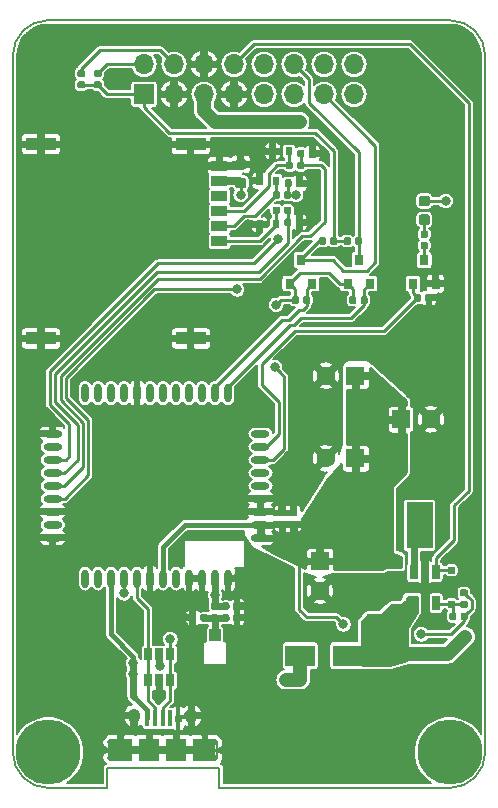
<source format=gtl>
G04 #@! TF.GenerationSoftware,KiCad,Pcbnew,(5.1.0-10-g6006703)*
G04 #@! TF.CreationDate,2019-04-20T21:28:09+08:00*
G04 #@! TF.ProjectId,cicada-2g,63696361-6461-42d3-9267-2e6b69636164,0.1*
G04 #@! TF.SameCoordinates,PX7cee6c0PY3dfd240*
G04 #@! TF.FileFunction,Copper,L1,Top*
G04 #@! TF.FilePolarity,Positive*
%FSLAX46Y46*%
G04 Gerber Fmt 4.6, Leading zero omitted, Abs format (unit mm)*
G04 Created by KiCad (PCBNEW (5.1.0-10-g6006703)) date 2019-04-20 21:28:09*
%MOMM*%
%LPD*%
G04 APERTURE LIST*
%ADD10C,0.150000*%
%ADD11C,5.500000*%
%ADD12C,0.590000*%
%ADD13R,0.800000X0.900000*%
%ADD14O,1.600000X0.600000*%
%ADD15O,0.600000X1.600000*%
%ADD16R,1.000000X1.000000*%
%ADD17R,1.050000X2.200000*%
%ADD18R,2.500000X1.800000*%
%ADD19O,1.050000X1.250000*%
%ADD20R,0.400000X1.350000*%
%ADD21R,0.250000X1.400000*%
%ADD22R,1.850000X1.900000*%
%ADD23C,0.500000*%
%ADD24O,1.524000X1.900000*%
%ADD25R,1.800000X1.900000*%
%ADD26O,1.700000X1.700000*%
%ADD27R,1.700000X1.700000*%
%ADD28R,0.650000X1.220000*%
%ADD29R,0.650000X1.060000*%
%ADD30R,2.600000X1.100000*%
%ADD31R,1.350000X0.900000*%
%ADD32R,2.200000X3.900000*%
%ADD33C,0.875000*%
%ADD34R,0.600000X0.700000*%
%ADD35C,1.600000*%
%ADD36R,1.600000X1.600000*%
%ADD37C,0.975000*%
%ADD38C,0.800000*%
%ADD39C,0.650000*%
%ADD40C,0.250000*%
%ADD41C,0.600000*%
%ADD42C,0.400000*%
%ADD43C,1.200000*%
%ADD44C,0.200000*%
%ADD45C,0.254000*%
G04 APERTURE END LIST*
D10*
X-2500000Y-60000000D02*
X17000000Y-60000000D01*
X-2500000Y-58300000D02*
X-2500000Y-60000000D01*
X-12000000Y-58300000D02*
X-2500000Y-58300000D01*
X-12000000Y-60000000D02*
X-12000000Y-58300000D01*
X-17000000Y-60000000D02*
G75*
G02X-20000000Y-57000000I0J3000000D01*
G01*
X20000000Y-57000000D02*
G75*
G02X17000000Y-60000000I-3000000J0D01*
G01*
X17000000Y5000000D02*
G75*
G02X20000000Y2000000I0J-3000000D01*
G01*
X-20000000Y2000000D02*
G75*
G02X-17000000Y5000000I3000000J0D01*
G01*
X-20000000Y-57000000D02*
X-20000000Y2000000D01*
X-12000000Y-60000000D02*
X-17000000Y-60000000D01*
X20000000Y2000000D02*
X20000000Y-57000000D01*
X-17000000Y5000000D02*
X17000000Y5000000D01*
D11*
X17000000Y-57000000D03*
X-17000000Y-57000000D03*
D10*
G36*
X3936958Y-36420710D02*
G01*
X3951276Y-36422834D01*
X3965317Y-36426351D01*
X3978946Y-36431228D01*
X3992031Y-36437417D01*
X4004447Y-36444858D01*
X4016073Y-36453481D01*
X4026798Y-36463202D01*
X4036519Y-36473927D01*
X4045142Y-36485553D01*
X4052583Y-36497969D01*
X4058772Y-36511054D01*
X4063649Y-36524683D01*
X4067166Y-36538724D01*
X4069290Y-36553042D01*
X4070000Y-36567500D01*
X4070000Y-36862500D01*
X4069290Y-36876958D01*
X4067166Y-36891276D01*
X4063649Y-36905317D01*
X4058772Y-36918946D01*
X4052583Y-36932031D01*
X4045142Y-36944447D01*
X4036519Y-36956073D01*
X4026798Y-36966798D01*
X4016073Y-36976519D01*
X4004447Y-36985142D01*
X3992031Y-36992583D01*
X3978946Y-36998772D01*
X3965317Y-37003649D01*
X3951276Y-37007166D01*
X3936958Y-37009290D01*
X3922500Y-37010000D01*
X3577500Y-37010000D01*
X3563042Y-37009290D01*
X3548724Y-37007166D01*
X3534683Y-37003649D01*
X3521054Y-36998772D01*
X3507969Y-36992583D01*
X3495553Y-36985142D01*
X3483927Y-36976519D01*
X3473202Y-36966798D01*
X3463481Y-36956073D01*
X3454858Y-36944447D01*
X3447417Y-36932031D01*
X3441228Y-36918946D01*
X3436351Y-36905317D01*
X3432834Y-36891276D01*
X3430710Y-36876958D01*
X3430000Y-36862500D01*
X3430000Y-36567500D01*
X3430710Y-36553042D01*
X3432834Y-36538724D01*
X3436351Y-36524683D01*
X3441228Y-36511054D01*
X3447417Y-36497969D01*
X3454858Y-36485553D01*
X3463481Y-36473927D01*
X3473202Y-36463202D01*
X3483927Y-36453481D01*
X3495553Y-36444858D01*
X3507969Y-36437417D01*
X3521054Y-36431228D01*
X3534683Y-36426351D01*
X3548724Y-36422834D01*
X3563042Y-36420710D01*
X3577500Y-36420000D01*
X3922500Y-36420000D01*
X3936958Y-36420710D01*
X3936958Y-36420710D01*
G37*
D12*
X3750000Y-36715000D03*
D10*
G36*
X3936958Y-37390710D02*
G01*
X3951276Y-37392834D01*
X3965317Y-37396351D01*
X3978946Y-37401228D01*
X3992031Y-37407417D01*
X4004447Y-37414858D01*
X4016073Y-37423481D01*
X4026798Y-37433202D01*
X4036519Y-37443927D01*
X4045142Y-37455553D01*
X4052583Y-37467969D01*
X4058772Y-37481054D01*
X4063649Y-37494683D01*
X4067166Y-37508724D01*
X4069290Y-37523042D01*
X4070000Y-37537500D01*
X4070000Y-37832500D01*
X4069290Y-37846958D01*
X4067166Y-37861276D01*
X4063649Y-37875317D01*
X4058772Y-37888946D01*
X4052583Y-37902031D01*
X4045142Y-37914447D01*
X4036519Y-37926073D01*
X4026798Y-37936798D01*
X4016073Y-37946519D01*
X4004447Y-37955142D01*
X3992031Y-37962583D01*
X3978946Y-37968772D01*
X3965317Y-37973649D01*
X3951276Y-37977166D01*
X3936958Y-37979290D01*
X3922500Y-37980000D01*
X3577500Y-37980000D01*
X3563042Y-37979290D01*
X3548724Y-37977166D01*
X3534683Y-37973649D01*
X3521054Y-37968772D01*
X3507969Y-37962583D01*
X3495553Y-37955142D01*
X3483927Y-37946519D01*
X3473202Y-37936798D01*
X3463481Y-37926073D01*
X3454858Y-37914447D01*
X3447417Y-37902031D01*
X3441228Y-37888946D01*
X3436351Y-37875317D01*
X3432834Y-37861276D01*
X3430710Y-37846958D01*
X3430000Y-37832500D01*
X3430000Y-37537500D01*
X3430710Y-37523042D01*
X3432834Y-37508724D01*
X3436351Y-37494683D01*
X3441228Y-37481054D01*
X3447417Y-37467969D01*
X3454858Y-37455553D01*
X3463481Y-37443927D01*
X3473202Y-37433202D01*
X3483927Y-37423481D01*
X3495553Y-37414858D01*
X3507969Y-37407417D01*
X3521054Y-37401228D01*
X3534683Y-37396351D01*
X3548724Y-37392834D01*
X3563042Y-37390710D01*
X3577500Y-37390000D01*
X3922500Y-37390000D01*
X3936958Y-37390710D01*
X3936958Y-37390710D01*
G37*
D12*
X3750000Y-37685000D03*
D10*
G36*
X2986958Y-36420710D02*
G01*
X3001276Y-36422834D01*
X3015317Y-36426351D01*
X3028946Y-36431228D01*
X3042031Y-36437417D01*
X3054447Y-36444858D01*
X3066073Y-36453481D01*
X3076798Y-36463202D01*
X3086519Y-36473927D01*
X3095142Y-36485553D01*
X3102583Y-36497969D01*
X3108772Y-36511054D01*
X3113649Y-36524683D01*
X3117166Y-36538724D01*
X3119290Y-36553042D01*
X3120000Y-36567500D01*
X3120000Y-36862500D01*
X3119290Y-36876958D01*
X3117166Y-36891276D01*
X3113649Y-36905317D01*
X3108772Y-36918946D01*
X3102583Y-36932031D01*
X3095142Y-36944447D01*
X3086519Y-36956073D01*
X3076798Y-36966798D01*
X3066073Y-36976519D01*
X3054447Y-36985142D01*
X3042031Y-36992583D01*
X3028946Y-36998772D01*
X3015317Y-37003649D01*
X3001276Y-37007166D01*
X2986958Y-37009290D01*
X2972500Y-37010000D01*
X2627500Y-37010000D01*
X2613042Y-37009290D01*
X2598724Y-37007166D01*
X2584683Y-37003649D01*
X2571054Y-36998772D01*
X2557969Y-36992583D01*
X2545553Y-36985142D01*
X2533927Y-36976519D01*
X2523202Y-36966798D01*
X2513481Y-36956073D01*
X2504858Y-36944447D01*
X2497417Y-36932031D01*
X2491228Y-36918946D01*
X2486351Y-36905317D01*
X2482834Y-36891276D01*
X2480710Y-36876958D01*
X2480000Y-36862500D01*
X2480000Y-36567500D01*
X2480710Y-36553042D01*
X2482834Y-36538724D01*
X2486351Y-36524683D01*
X2491228Y-36511054D01*
X2497417Y-36497969D01*
X2504858Y-36485553D01*
X2513481Y-36473927D01*
X2523202Y-36463202D01*
X2533927Y-36453481D01*
X2545553Y-36444858D01*
X2557969Y-36437417D01*
X2571054Y-36431228D01*
X2584683Y-36426351D01*
X2598724Y-36422834D01*
X2613042Y-36420710D01*
X2627500Y-36420000D01*
X2972500Y-36420000D01*
X2986958Y-36420710D01*
X2986958Y-36420710D01*
G37*
D12*
X2800000Y-36715000D03*
D10*
G36*
X2986958Y-37390710D02*
G01*
X3001276Y-37392834D01*
X3015317Y-37396351D01*
X3028946Y-37401228D01*
X3042031Y-37407417D01*
X3054447Y-37414858D01*
X3066073Y-37423481D01*
X3076798Y-37433202D01*
X3086519Y-37443927D01*
X3095142Y-37455553D01*
X3102583Y-37467969D01*
X3108772Y-37481054D01*
X3113649Y-37494683D01*
X3117166Y-37508724D01*
X3119290Y-37523042D01*
X3120000Y-37537500D01*
X3120000Y-37832500D01*
X3119290Y-37846958D01*
X3117166Y-37861276D01*
X3113649Y-37875317D01*
X3108772Y-37888946D01*
X3102583Y-37902031D01*
X3095142Y-37914447D01*
X3086519Y-37926073D01*
X3076798Y-37936798D01*
X3066073Y-37946519D01*
X3054447Y-37955142D01*
X3042031Y-37962583D01*
X3028946Y-37968772D01*
X3015317Y-37973649D01*
X3001276Y-37977166D01*
X2986958Y-37979290D01*
X2972500Y-37980000D01*
X2627500Y-37980000D01*
X2613042Y-37979290D01*
X2598724Y-37977166D01*
X2584683Y-37973649D01*
X2571054Y-37968772D01*
X2557969Y-37962583D01*
X2545553Y-37955142D01*
X2533927Y-37946519D01*
X2523202Y-37936798D01*
X2513481Y-37926073D01*
X2504858Y-37914447D01*
X2497417Y-37902031D01*
X2491228Y-37888946D01*
X2486351Y-37875317D01*
X2482834Y-37861276D01*
X2480710Y-37846958D01*
X2480000Y-37832500D01*
X2480000Y-37537500D01*
X2480710Y-37523042D01*
X2482834Y-37508724D01*
X2486351Y-37494683D01*
X2491228Y-37481054D01*
X2497417Y-37467969D01*
X2504858Y-37455553D01*
X2513481Y-37443927D01*
X2523202Y-37433202D01*
X2533927Y-37423481D01*
X2545553Y-37414858D01*
X2557969Y-37407417D01*
X2571054Y-37401228D01*
X2584683Y-37396351D01*
X2598724Y-37392834D01*
X2613042Y-37390710D01*
X2627500Y-37390000D01*
X2972500Y-37390000D01*
X2986958Y-37390710D01*
X2986958Y-37390710D01*
G37*
D12*
X2800000Y-37685000D03*
D10*
G36*
X-848042Y-45280710D02*
G01*
X-833724Y-45282834D01*
X-819683Y-45286351D01*
X-806054Y-45291228D01*
X-792969Y-45297417D01*
X-780553Y-45304858D01*
X-768927Y-45313481D01*
X-758202Y-45323202D01*
X-748481Y-45333927D01*
X-739858Y-45345553D01*
X-732417Y-45357969D01*
X-726228Y-45371054D01*
X-721351Y-45384683D01*
X-717834Y-45398724D01*
X-715710Y-45413042D01*
X-715000Y-45427500D01*
X-715000Y-45772500D01*
X-715710Y-45786958D01*
X-717834Y-45801276D01*
X-721351Y-45815317D01*
X-726228Y-45828946D01*
X-732417Y-45842031D01*
X-739858Y-45854447D01*
X-748481Y-45866073D01*
X-758202Y-45876798D01*
X-768927Y-45886519D01*
X-780553Y-45895142D01*
X-792969Y-45902583D01*
X-806054Y-45908772D01*
X-819683Y-45913649D01*
X-833724Y-45917166D01*
X-848042Y-45919290D01*
X-862500Y-45920000D01*
X-1157500Y-45920000D01*
X-1171958Y-45919290D01*
X-1186276Y-45917166D01*
X-1200317Y-45913649D01*
X-1213946Y-45908772D01*
X-1227031Y-45902583D01*
X-1239447Y-45895142D01*
X-1251073Y-45886519D01*
X-1261798Y-45876798D01*
X-1271519Y-45866073D01*
X-1280142Y-45854447D01*
X-1287583Y-45842031D01*
X-1293772Y-45828946D01*
X-1298649Y-45815317D01*
X-1302166Y-45801276D01*
X-1304290Y-45786958D01*
X-1305000Y-45772500D01*
X-1305000Y-45427500D01*
X-1304290Y-45413042D01*
X-1302166Y-45398724D01*
X-1298649Y-45384683D01*
X-1293772Y-45371054D01*
X-1287583Y-45357969D01*
X-1280142Y-45345553D01*
X-1271519Y-45333927D01*
X-1261798Y-45323202D01*
X-1251073Y-45313481D01*
X-1239447Y-45304858D01*
X-1227031Y-45297417D01*
X-1213946Y-45291228D01*
X-1200317Y-45286351D01*
X-1186276Y-45282834D01*
X-1171958Y-45280710D01*
X-1157500Y-45280000D01*
X-862500Y-45280000D01*
X-848042Y-45280710D01*
X-848042Y-45280710D01*
G37*
D12*
X-1010000Y-45600000D03*
D10*
G36*
X-1818042Y-45280710D02*
G01*
X-1803724Y-45282834D01*
X-1789683Y-45286351D01*
X-1776054Y-45291228D01*
X-1762969Y-45297417D01*
X-1750553Y-45304858D01*
X-1738927Y-45313481D01*
X-1728202Y-45323202D01*
X-1718481Y-45333927D01*
X-1709858Y-45345553D01*
X-1702417Y-45357969D01*
X-1696228Y-45371054D01*
X-1691351Y-45384683D01*
X-1687834Y-45398724D01*
X-1685710Y-45413042D01*
X-1685000Y-45427500D01*
X-1685000Y-45772500D01*
X-1685710Y-45786958D01*
X-1687834Y-45801276D01*
X-1691351Y-45815317D01*
X-1696228Y-45828946D01*
X-1702417Y-45842031D01*
X-1709858Y-45854447D01*
X-1718481Y-45866073D01*
X-1728202Y-45876798D01*
X-1738927Y-45886519D01*
X-1750553Y-45895142D01*
X-1762969Y-45902583D01*
X-1776054Y-45908772D01*
X-1789683Y-45913649D01*
X-1803724Y-45917166D01*
X-1818042Y-45919290D01*
X-1832500Y-45920000D01*
X-2127500Y-45920000D01*
X-2141958Y-45919290D01*
X-2156276Y-45917166D01*
X-2170317Y-45913649D01*
X-2183946Y-45908772D01*
X-2197031Y-45902583D01*
X-2209447Y-45895142D01*
X-2221073Y-45886519D01*
X-2231798Y-45876798D01*
X-2241519Y-45866073D01*
X-2250142Y-45854447D01*
X-2257583Y-45842031D01*
X-2263772Y-45828946D01*
X-2268649Y-45815317D01*
X-2272166Y-45801276D01*
X-2274290Y-45786958D01*
X-2275000Y-45772500D01*
X-2275000Y-45427500D01*
X-2274290Y-45413042D01*
X-2272166Y-45398724D01*
X-2268649Y-45384683D01*
X-2263772Y-45371054D01*
X-2257583Y-45357969D01*
X-2250142Y-45345553D01*
X-2241519Y-45333927D01*
X-2231798Y-45323202D01*
X-2221073Y-45313481D01*
X-2209447Y-45304858D01*
X-2197031Y-45297417D01*
X-2183946Y-45291228D01*
X-2170317Y-45286351D01*
X-2156276Y-45282834D01*
X-2141958Y-45280710D01*
X-2127500Y-45280000D01*
X-1832500Y-45280000D01*
X-1818042Y-45280710D01*
X-1818042Y-45280710D01*
G37*
D12*
X-1980000Y-45600000D03*
D10*
G36*
X-848042Y-44280710D02*
G01*
X-833724Y-44282834D01*
X-819683Y-44286351D01*
X-806054Y-44291228D01*
X-792969Y-44297417D01*
X-780553Y-44304858D01*
X-768927Y-44313481D01*
X-758202Y-44323202D01*
X-748481Y-44333927D01*
X-739858Y-44345553D01*
X-732417Y-44357969D01*
X-726228Y-44371054D01*
X-721351Y-44384683D01*
X-717834Y-44398724D01*
X-715710Y-44413042D01*
X-715000Y-44427500D01*
X-715000Y-44772500D01*
X-715710Y-44786958D01*
X-717834Y-44801276D01*
X-721351Y-44815317D01*
X-726228Y-44828946D01*
X-732417Y-44842031D01*
X-739858Y-44854447D01*
X-748481Y-44866073D01*
X-758202Y-44876798D01*
X-768927Y-44886519D01*
X-780553Y-44895142D01*
X-792969Y-44902583D01*
X-806054Y-44908772D01*
X-819683Y-44913649D01*
X-833724Y-44917166D01*
X-848042Y-44919290D01*
X-862500Y-44920000D01*
X-1157500Y-44920000D01*
X-1171958Y-44919290D01*
X-1186276Y-44917166D01*
X-1200317Y-44913649D01*
X-1213946Y-44908772D01*
X-1227031Y-44902583D01*
X-1239447Y-44895142D01*
X-1251073Y-44886519D01*
X-1261798Y-44876798D01*
X-1271519Y-44866073D01*
X-1280142Y-44854447D01*
X-1287583Y-44842031D01*
X-1293772Y-44828946D01*
X-1298649Y-44815317D01*
X-1302166Y-44801276D01*
X-1304290Y-44786958D01*
X-1305000Y-44772500D01*
X-1305000Y-44427500D01*
X-1304290Y-44413042D01*
X-1302166Y-44398724D01*
X-1298649Y-44384683D01*
X-1293772Y-44371054D01*
X-1287583Y-44357969D01*
X-1280142Y-44345553D01*
X-1271519Y-44333927D01*
X-1261798Y-44323202D01*
X-1251073Y-44313481D01*
X-1239447Y-44304858D01*
X-1227031Y-44297417D01*
X-1213946Y-44291228D01*
X-1200317Y-44286351D01*
X-1186276Y-44282834D01*
X-1171958Y-44280710D01*
X-1157500Y-44280000D01*
X-862500Y-44280000D01*
X-848042Y-44280710D01*
X-848042Y-44280710D01*
G37*
D12*
X-1010000Y-44600000D03*
D10*
G36*
X-1818042Y-44280710D02*
G01*
X-1803724Y-44282834D01*
X-1789683Y-44286351D01*
X-1776054Y-44291228D01*
X-1762969Y-44297417D01*
X-1750553Y-44304858D01*
X-1738927Y-44313481D01*
X-1728202Y-44323202D01*
X-1718481Y-44333927D01*
X-1709858Y-44345553D01*
X-1702417Y-44357969D01*
X-1696228Y-44371054D01*
X-1691351Y-44384683D01*
X-1687834Y-44398724D01*
X-1685710Y-44413042D01*
X-1685000Y-44427500D01*
X-1685000Y-44772500D01*
X-1685710Y-44786958D01*
X-1687834Y-44801276D01*
X-1691351Y-44815317D01*
X-1696228Y-44828946D01*
X-1702417Y-44842031D01*
X-1709858Y-44854447D01*
X-1718481Y-44866073D01*
X-1728202Y-44876798D01*
X-1738927Y-44886519D01*
X-1750553Y-44895142D01*
X-1762969Y-44902583D01*
X-1776054Y-44908772D01*
X-1789683Y-44913649D01*
X-1803724Y-44917166D01*
X-1818042Y-44919290D01*
X-1832500Y-44920000D01*
X-2127500Y-44920000D01*
X-2141958Y-44919290D01*
X-2156276Y-44917166D01*
X-2170317Y-44913649D01*
X-2183946Y-44908772D01*
X-2197031Y-44902583D01*
X-2209447Y-44895142D01*
X-2221073Y-44886519D01*
X-2231798Y-44876798D01*
X-2241519Y-44866073D01*
X-2250142Y-44854447D01*
X-2257583Y-44842031D01*
X-2263772Y-44828946D01*
X-2268649Y-44815317D01*
X-2272166Y-44801276D01*
X-2274290Y-44786958D01*
X-2275000Y-44772500D01*
X-2275000Y-44427500D01*
X-2274290Y-44413042D01*
X-2272166Y-44398724D01*
X-2268649Y-44384683D01*
X-2263772Y-44371054D01*
X-2257583Y-44357969D01*
X-2250142Y-44345553D01*
X-2241519Y-44333927D01*
X-2231798Y-44323202D01*
X-2221073Y-44313481D01*
X-2209447Y-44304858D01*
X-2197031Y-44297417D01*
X-2183946Y-44291228D01*
X-2170317Y-44286351D01*
X-2156276Y-44282834D01*
X-2141958Y-44280710D01*
X-2127500Y-44280000D01*
X-1832500Y-44280000D01*
X-1818042Y-44280710D01*
X-1818042Y-44280710D01*
G37*
D12*
X-1980000Y-44600000D03*
D10*
G36*
X-2713042Y-44340710D02*
G01*
X-2698724Y-44342834D01*
X-2684683Y-44346351D01*
X-2671054Y-44351228D01*
X-2657969Y-44357417D01*
X-2645553Y-44364858D01*
X-2633927Y-44373481D01*
X-2623202Y-44383202D01*
X-2613481Y-44393927D01*
X-2604858Y-44405553D01*
X-2597417Y-44417969D01*
X-2591228Y-44431054D01*
X-2586351Y-44444683D01*
X-2582834Y-44458724D01*
X-2580710Y-44473042D01*
X-2580000Y-44487500D01*
X-2580000Y-44782500D01*
X-2580710Y-44796958D01*
X-2582834Y-44811276D01*
X-2586351Y-44825317D01*
X-2591228Y-44838946D01*
X-2597417Y-44852031D01*
X-2604858Y-44864447D01*
X-2613481Y-44876073D01*
X-2623202Y-44886798D01*
X-2633927Y-44896519D01*
X-2645553Y-44905142D01*
X-2657969Y-44912583D01*
X-2671054Y-44918772D01*
X-2684683Y-44923649D01*
X-2698724Y-44927166D01*
X-2713042Y-44929290D01*
X-2727500Y-44930000D01*
X-3072500Y-44930000D01*
X-3086958Y-44929290D01*
X-3101276Y-44927166D01*
X-3115317Y-44923649D01*
X-3128946Y-44918772D01*
X-3142031Y-44912583D01*
X-3154447Y-44905142D01*
X-3166073Y-44896519D01*
X-3176798Y-44886798D01*
X-3186519Y-44876073D01*
X-3195142Y-44864447D01*
X-3202583Y-44852031D01*
X-3208772Y-44838946D01*
X-3213649Y-44825317D01*
X-3217166Y-44811276D01*
X-3219290Y-44796958D01*
X-3220000Y-44782500D01*
X-3220000Y-44487500D01*
X-3219290Y-44473042D01*
X-3217166Y-44458724D01*
X-3213649Y-44444683D01*
X-3208772Y-44431054D01*
X-3202583Y-44417969D01*
X-3195142Y-44405553D01*
X-3186519Y-44393927D01*
X-3176798Y-44383202D01*
X-3166073Y-44373481D01*
X-3154447Y-44364858D01*
X-3142031Y-44357417D01*
X-3128946Y-44351228D01*
X-3115317Y-44346351D01*
X-3101276Y-44342834D01*
X-3086958Y-44340710D01*
X-3072500Y-44340000D01*
X-2727500Y-44340000D01*
X-2713042Y-44340710D01*
X-2713042Y-44340710D01*
G37*
D12*
X-2900000Y-44635000D03*
D10*
G36*
X-2713042Y-45310710D02*
G01*
X-2698724Y-45312834D01*
X-2684683Y-45316351D01*
X-2671054Y-45321228D01*
X-2657969Y-45327417D01*
X-2645553Y-45334858D01*
X-2633927Y-45343481D01*
X-2623202Y-45353202D01*
X-2613481Y-45363927D01*
X-2604858Y-45375553D01*
X-2597417Y-45387969D01*
X-2591228Y-45401054D01*
X-2586351Y-45414683D01*
X-2582834Y-45428724D01*
X-2580710Y-45443042D01*
X-2580000Y-45457500D01*
X-2580000Y-45752500D01*
X-2580710Y-45766958D01*
X-2582834Y-45781276D01*
X-2586351Y-45795317D01*
X-2591228Y-45808946D01*
X-2597417Y-45822031D01*
X-2604858Y-45834447D01*
X-2613481Y-45846073D01*
X-2623202Y-45856798D01*
X-2633927Y-45866519D01*
X-2645553Y-45875142D01*
X-2657969Y-45882583D01*
X-2671054Y-45888772D01*
X-2684683Y-45893649D01*
X-2698724Y-45897166D01*
X-2713042Y-45899290D01*
X-2727500Y-45900000D01*
X-3072500Y-45900000D01*
X-3086958Y-45899290D01*
X-3101276Y-45897166D01*
X-3115317Y-45893649D01*
X-3128946Y-45888772D01*
X-3142031Y-45882583D01*
X-3154447Y-45875142D01*
X-3166073Y-45866519D01*
X-3176798Y-45856798D01*
X-3186519Y-45846073D01*
X-3195142Y-45834447D01*
X-3202583Y-45822031D01*
X-3208772Y-45808946D01*
X-3213649Y-45795317D01*
X-3217166Y-45781276D01*
X-3219290Y-45766958D01*
X-3220000Y-45752500D01*
X-3220000Y-45457500D01*
X-3219290Y-45443042D01*
X-3217166Y-45428724D01*
X-3213649Y-45414683D01*
X-3208772Y-45401054D01*
X-3202583Y-45387969D01*
X-3195142Y-45375553D01*
X-3186519Y-45363927D01*
X-3176798Y-45353202D01*
X-3166073Y-45343481D01*
X-3154447Y-45334858D01*
X-3142031Y-45327417D01*
X-3128946Y-45321228D01*
X-3115317Y-45316351D01*
X-3101276Y-45312834D01*
X-3086958Y-45310710D01*
X-3072500Y-45310000D01*
X-2727500Y-45310000D01*
X-2713042Y-45310710D01*
X-2713042Y-45310710D01*
G37*
D12*
X-2900000Y-45605000D03*
D10*
G36*
X9446958Y-13380710D02*
G01*
X9461276Y-13382834D01*
X9475317Y-13386351D01*
X9488946Y-13391228D01*
X9502031Y-13397417D01*
X9514447Y-13404858D01*
X9526073Y-13413481D01*
X9536798Y-13423202D01*
X9546519Y-13433927D01*
X9555142Y-13445553D01*
X9562583Y-13457969D01*
X9568772Y-13471054D01*
X9573649Y-13484683D01*
X9577166Y-13498724D01*
X9579290Y-13513042D01*
X9580000Y-13527500D01*
X9580000Y-13872500D01*
X9579290Y-13886958D01*
X9577166Y-13901276D01*
X9573649Y-13915317D01*
X9568772Y-13928946D01*
X9562583Y-13942031D01*
X9555142Y-13954447D01*
X9546519Y-13966073D01*
X9536798Y-13976798D01*
X9526073Y-13986519D01*
X9514447Y-13995142D01*
X9502031Y-14002583D01*
X9488946Y-14008772D01*
X9475317Y-14013649D01*
X9461276Y-14017166D01*
X9446958Y-14019290D01*
X9432500Y-14020000D01*
X9137500Y-14020000D01*
X9123042Y-14019290D01*
X9108724Y-14017166D01*
X9094683Y-14013649D01*
X9081054Y-14008772D01*
X9067969Y-14002583D01*
X9055553Y-13995142D01*
X9043927Y-13986519D01*
X9033202Y-13976798D01*
X9023481Y-13966073D01*
X9014858Y-13954447D01*
X9007417Y-13942031D01*
X9001228Y-13928946D01*
X8996351Y-13915317D01*
X8992834Y-13901276D01*
X8990710Y-13886958D01*
X8990000Y-13872500D01*
X8990000Y-13527500D01*
X8990710Y-13513042D01*
X8992834Y-13498724D01*
X8996351Y-13484683D01*
X9001228Y-13471054D01*
X9007417Y-13457969D01*
X9014858Y-13445553D01*
X9023481Y-13433927D01*
X9033202Y-13423202D01*
X9043927Y-13413481D01*
X9055553Y-13404858D01*
X9067969Y-13397417D01*
X9081054Y-13391228D01*
X9094683Y-13386351D01*
X9108724Y-13382834D01*
X9123042Y-13380710D01*
X9137500Y-13380000D01*
X9432500Y-13380000D01*
X9446958Y-13380710D01*
X9446958Y-13380710D01*
G37*
D12*
X9285000Y-13700000D03*
D10*
G36*
X8476958Y-13380710D02*
G01*
X8491276Y-13382834D01*
X8505317Y-13386351D01*
X8518946Y-13391228D01*
X8532031Y-13397417D01*
X8544447Y-13404858D01*
X8556073Y-13413481D01*
X8566798Y-13423202D01*
X8576519Y-13433927D01*
X8585142Y-13445553D01*
X8592583Y-13457969D01*
X8598772Y-13471054D01*
X8603649Y-13484683D01*
X8607166Y-13498724D01*
X8609290Y-13513042D01*
X8610000Y-13527500D01*
X8610000Y-13872500D01*
X8609290Y-13886958D01*
X8607166Y-13901276D01*
X8603649Y-13915317D01*
X8598772Y-13928946D01*
X8592583Y-13942031D01*
X8585142Y-13954447D01*
X8576519Y-13966073D01*
X8566798Y-13976798D01*
X8556073Y-13986519D01*
X8544447Y-13995142D01*
X8532031Y-14002583D01*
X8518946Y-14008772D01*
X8505317Y-14013649D01*
X8491276Y-14017166D01*
X8476958Y-14019290D01*
X8462500Y-14020000D01*
X8167500Y-14020000D01*
X8153042Y-14019290D01*
X8138724Y-14017166D01*
X8124683Y-14013649D01*
X8111054Y-14008772D01*
X8097969Y-14002583D01*
X8085553Y-13995142D01*
X8073927Y-13986519D01*
X8063202Y-13976798D01*
X8053481Y-13966073D01*
X8044858Y-13954447D01*
X8037417Y-13942031D01*
X8031228Y-13928946D01*
X8026351Y-13915317D01*
X8022834Y-13901276D01*
X8020710Y-13886958D01*
X8020000Y-13872500D01*
X8020000Y-13527500D01*
X8020710Y-13513042D01*
X8022834Y-13498724D01*
X8026351Y-13484683D01*
X8031228Y-13471054D01*
X8037417Y-13457969D01*
X8044858Y-13445553D01*
X8053481Y-13433927D01*
X8063202Y-13423202D01*
X8073927Y-13413481D01*
X8085553Y-13404858D01*
X8097969Y-13397417D01*
X8111054Y-13391228D01*
X8124683Y-13386351D01*
X8138724Y-13382834D01*
X8153042Y-13380710D01*
X8167500Y-13380000D01*
X8462500Y-13380000D01*
X8476958Y-13380710D01*
X8476958Y-13380710D01*
G37*
D12*
X8315000Y-13700000D03*
D10*
G36*
X9913506Y-18380710D02*
G01*
X9927824Y-18382834D01*
X9941865Y-18386351D01*
X9955494Y-18391228D01*
X9968579Y-18397417D01*
X9980995Y-18404858D01*
X9992621Y-18413481D01*
X10003346Y-18423202D01*
X10013067Y-18433927D01*
X10021690Y-18445553D01*
X10029131Y-18457969D01*
X10035320Y-18471054D01*
X10040197Y-18484683D01*
X10043714Y-18498724D01*
X10045838Y-18513042D01*
X10046548Y-18527500D01*
X10046548Y-18872500D01*
X10045838Y-18886958D01*
X10043714Y-18901276D01*
X10040197Y-18915317D01*
X10035320Y-18928946D01*
X10029131Y-18942031D01*
X10021690Y-18954447D01*
X10013067Y-18966073D01*
X10003346Y-18976798D01*
X9992621Y-18986519D01*
X9980995Y-18995142D01*
X9968579Y-19002583D01*
X9955494Y-19008772D01*
X9941865Y-19013649D01*
X9927824Y-19017166D01*
X9913506Y-19019290D01*
X9899048Y-19020000D01*
X9604048Y-19020000D01*
X9589590Y-19019290D01*
X9575272Y-19017166D01*
X9561231Y-19013649D01*
X9547602Y-19008772D01*
X9534517Y-19002583D01*
X9522101Y-18995142D01*
X9510475Y-18986519D01*
X9499750Y-18976798D01*
X9490029Y-18966073D01*
X9481406Y-18954447D01*
X9473965Y-18942031D01*
X9467776Y-18928946D01*
X9462899Y-18915317D01*
X9459382Y-18901276D01*
X9457258Y-18886958D01*
X9456548Y-18872500D01*
X9456548Y-18527500D01*
X9457258Y-18513042D01*
X9459382Y-18498724D01*
X9462899Y-18484683D01*
X9467776Y-18471054D01*
X9473965Y-18457969D01*
X9481406Y-18445553D01*
X9490029Y-18433927D01*
X9499750Y-18423202D01*
X9510475Y-18413481D01*
X9522101Y-18404858D01*
X9534517Y-18397417D01*
X9547602Y-18391228D01*
X9561231Y-18386351D01*
X9575272Y-18382834D01*
X9589590Y-18380710D01*
X9604048Y-18380000D01*
X9899048Y-18380000D01*
X9913506Y-18380710D01*
X9913506Y-18380710D01*
G37*
D12*
X9751548Y-18700000D03*
D10*
G36*
X8943506Y-18380710D02*
G01*
X8957824Y-18382834D01*
X8971865Y-18386351D01*
X8985494Y-18391228D01*
X8998579Y-18397417D01*
X9010995Y-18404858D01*
X9022621Y-18413481D01*
X9033346Y-18423202D01*
X9043067Y-18433927D01*
X9051690Y-18445553D01*
X9059131Y-18457969D01*
X9065320Y-18471054D01*
X9070197Y-18484683D01*
X9073714Y-18498724D01*
X9075838Y-18513042D01*
X9076548Y-18527500D01*
X9076548Y-18872500D01*
X9075838Y-18886958D01*
X9073714Y-18901276D01*
X9070197Y-18915317D01*
X9065320Y-18928946D01*
X9059131Y-18942031D01*
X9051690Y-18954447D01*
X9043067Y-18966073D01*
X9033346Y-18976798D01*
X9022621Y-18986519D01*
X9010995Y-18995142D01*
X8998579Y-19002583D01*
X8985494Y-19008772D01*
X8971865Y-19013649D01*
X8957824Y-19017166D01*
X8943506Y-19019290D01*
X8929048Y-19020000D01*
X8634048Y-19020000D01*
X8619590Y-19019290D01*
X8605272Y-19017166D01*
X8591231Y-19013649D01*
X8577602Y-19008772D01*
X8564517Y-19002583D01*
X8552101Y-18995142D01*
X8540475Y-18986519D01*
X8529750Y-18976798D01*
X8520029Y-18966073D01*
X8511406Y-18954447D01*
X8503965Y-18942031D01*
X8497776Y-18928946D01*
X8492899Y-18915317D01*
X8489382Y-18901276D01*
X8487258Y-18886958D01*
X8486548Y-18872500D01*
X8486548Y-18527500D01*
X8487258Y-18513042D01*
X8489382Y-18498724D01*
X8492899Y-18484683D01*
X8497776Y-18471054D01*
X8503965Y-18457969D01*
X8511406Y-18445553D01*
X8520029Y-18433927D01*
X8529750Y-18423202D01*
X8540475Y-18413481D01*
X8552101Y-18404858D01*
X8564517Y-18397417D01*
X8577602Y-18391228D01*
X8591231Y-18386351D01*
X8605272Y-18382834D01*
X8619590Y-18380710D01*
X8634048Y-18380000D01*
X8929048Y-18380000D01*
X8943506Y-18380710D01*
X8943506Y-18380710D01*
G37*
D12*
X8781548Y-18700000D03*
D10*
G36*
X6376958Y-13380710D02*
G01*
X6391276Y-13382834D01*
X6405317Y-13386351D01*
X6418946Y-13391228D01*
X6432031Y-13397417D01*
X6444447Y-13404858D01*
X6456073Y-13413481D01*
X6466798Y-13423202D01*
X6476519Y-13433927D01*
X6485142Y-13445553D01*
X6492583Y-13457969D01*
X6498772Y-13471054D01*
X6503649Y-13484683D01*
X6507166Y-13498724D01*
X6509290Y-13513042D01*
X6510000Y-13527500D01*
X6510000Y-13872500D01*
X6509290Y-13886958D01*
X6507166Y-13901276D01*
X6503649Y-13915317D01*
X6498772Y-13928946D01*
X6492583Y-13942031D01*
X6485142Y-13954447D01*
X6476519Y-13966073D01*
X6466798Y-13976798D01*
X6456073Y-13986519D01*
X6444447Y-13995142D01*
X6432031Y-14002583D01*
X6418946Y-14008772D01*
X6405317Y-14013649D01*
X6391276Y-14017166D01*
X6376958Y-14019290D01*
X6362500Y-14020000D01*
X6067500Y-14020000D01*
X6053042Y-14019290D01*
X6038724Y-14017166D01*
X6024683Y-14013649D01*
X6011054Y-14008772D01*
X5997969Y-14002583D01*
X5985553Y-13995142D01*
X5973927Y-13986519D01*
X5963202Y-13976798D01*
X5953481Y-13966073D01*
X5944858Y-13954447D01*
X5937417Y-13942031D01*
X5931228Y-13928946D01*
X5926351Y-13915317D01*
X5922834Y-13901276D01*
X5920710Y-13886958D01*
X5920000Y-13872500D01*
X5920000Y-13527500D01*
X5920710Y-13513042D01*
X5922834Y-13498724D01*
X5926351Y-13484683D01*
X5931228Y-13471054D01*
X5937417Y-13457969D01*
X5944858Y-13445553D01*
X5953481Y-13433927D01*
X5963202Y-13423202D01*
X5973927Y-13413481D01*
X5985553Y-13404858D01*
X5997969Y-13397417D01*
X6011054Y-13391228D01*
X6024683Y-13386351D01*
X6038724Y-13382834D01*
X6053042Y-13380710D01*
X6067500Y-13380000D01*
X6362500Y-13380000D01*
X6376958Y-13380710D01*
X6376958Y-13380710D01*
G37*
D12*
X6215000Y-13700000D03*
D10*
G36*
X7346958Y-13380710D02*
G01*
X7361276Y-13382834D01*
X7375317Y-13386351D01*
X7388946Y-13391228D01*
X7402031Y-13397417D01*
X7414447Y-13404858D01*
X7426073Y-13413481D01*
X7436798Y-13423202D01*
X7446519Y-13433927D01*
X7455142Y-13445553D01*
X7462583Y-13457969D01*
X7468772Y-13471054D01*
X7473649Y-13484683D01*
X7477166Y-13498724D01*
X7479290Y-13513042D01*
X7480000Y-13527500D01*
X7480000Y-13872500D01*
X7479290Y-13886958D01*
X7477166Y-13901276D01*
X7473649Y-13915317D01*
X7468772Y-13928946D01*
X7462583Y-13942031D01*
X7455142Y-13954447D01*
X7446519Y-13966073D01*
X7436798Y-13976798D01*
X7426073Y-13986519D01*
X7414447Y-13995142D01*
X7402031Y-14002583D01*
X7388946Y-14008772D01*
X7375317Y-14013649D01*
X7361276Y-14017166D01*
X7346958Y-14019290D01*
X7332500Y-14020000D01*
X7037500Y-14020000D01*
X7023042Y-14019290D01*
X7008724Y-14017166D01*
X6994683Y-14013649D01*
X6981054Y-14008772D01*
X6967969Y-14002583D01*
X6955553Y-13995142D01*
X6943927Y-13986519D01*
X6933202Y-13976798D01*
X6923481Y-13966073D01*
X6914858Y-13954447D01*
X6907417Y-13942031D01*
X6901228Y-13928946D01*
X6896351Y-13915317D01*
X6892834Y-13901276D01*
X6890710Y-13886958D01*
X6890000Y-13872500D01*
X6890000Y-13527500D01*
X6890710Y-13513042D01*
X6892834Y-13498724D01*
X6896351Y-13484683D01*
X6901228Y-13471054D01*
X6907417Y-13457969D01*
X6914858Y-13445553D01*
X6923481Y-13433927D01*
X6933202Y-13423202D01*
X6943927Y-13413481D01*
X6955553Y-13404858D01*
X6967969Y-13397417D01*
X6981054Y-13391228D01*
X6994683Y-13386351D01*
X7008724Y-13382834D01*
X7023042Y-13380710D01*
X7037500Y-13380000D01*
X7332500Y-13380000D01*
X7346958Y-13380710D01*
X7346958Y-13380710D01*
G37*
D12*
X7185000Y-13700000D03*
D10*
G36*
X4076958Y-18380710D02*
G01*
X4091276Y-18382834D01*
X4105317Y-18386351D01*
X4118946Y-18391228D01*
X4132031Y-18397417D01*
X4144447Y-18404858D01*
X4156073Y-18413481D01*
X4166798Y-18423202D01*
X4176519Y-18433927D01*
X4185142Y-18445553D01*
X4192583Y-18457969D01*
X4198772Y-18471054D01*
X4203649Y-18484683D01*
X4207166Y-18498724D01*
X4209290Y-18513042D01*
X4210000Y-18527500D01*
X4210000Y-18872500D01*
X4209290Y-18886958D01*
X4207166Y-18901276D01*
X4203649Y-18915317D01*
X4198772Y-18928946D01*
X4192583Y-18942031D01*
X4185142Y-18954447D01*
X4176519Y-18966073D01*
X4166798Y-18976798D01*
X4156073Y-18986519D01*
X4144447Y-18995142D01*
X4132031Y-19002583D01*
X4118946Y-19008772D01*
X4105317Y-19013649D01*
X4091276Y-19017166D01*
X4076958Y-19019290D01*
X4062500Y-19020000D01*
X3767500Y-19020000D01*
X3753042Y-19019290D01*
X3738724Y-19017166D01*
X3724683Y-19013649D01*
X3711054Y-19008772D01*
X3697969Y-19002583D01*
X3685553Y-18995142D01*
X3673927Y-18986519D01*
X3663202Y-18976798D01*
X3653481Y-18966073D01*
X3644858Y-18954447D01*
X3637417Y-18942031D01*
X3631228Y-18928946D01*
X3626351Y-18915317D01*
X3622834Y-18901276D01*
X3620710Y-18886958D01*
X3620000Y-18872500D01*
X3620000Y-18527500D01*
X3620710Y-18513042D01*
X3622834Y-18498724D01*
X3626351Y-18484683D01*
X3631228Y-18471054D01*
X3637417Y-18457969D01*
X3644858Y-18445553D01*
X3653481Y-18433927D01*
X3663202Y-18423202D01*
X3673927Y-18413481D01*
X3685553Y-18404858D01*
X3697969Y-18397417D01*
X3711054Y-18391228D01*
X3724683Y-18386351D01*
X3738724Y-18382834D01*
X3753042Y-18380710D01*
X3767500Y-18380000D01*
X4062500Y-18380000D01*
X4076958Y-18380710D01*
X4076958Y-18380710D01*
G37*
D12*
X3915000Y-18700000D03*
D10*
G36*
X5046958Y-18380710D02*
G01*
X5061276Y-18382834D01*
X5075317Y-18386351D01*
X5088946Y-18391228D01*
X5102031Y-18397417D01*
X5114447Y-18404858D01*
X5126073Y-18413481D01*
X5136798Y-18423202D01*
X5146519Y-18433927D01*
X5155142Y-18445553D01*
X5162583Y-18457969D01*
X5168772Y-18471054D01*
X5173649Y-18484683D01*
X5177166Y-18498724D01*
X5179290Y-18513042D01*
X5180000Y-18527500D01*
X5180000Y-18872500D01*
X5179290Y-18886958D01*
X5177166Y-18901276D01*
X5173649Y-18915317D01*
X5168772Y-18928946D01*
X5162583Y-18942031D01*
X5155142Y-18954447D01*
X5146519Y-18966073D01*
X5136798Y-18976798D01*
X5126073Y-18986519D01*
X5114447Y-18995142D01*
X5102031Y-19002583D01*
X5088946Y-19008772D01*
X5075317Y-19013649D01*
X5061276Y-19017166D01*
X5046958Y-19019290D01*
X5032500Y-19020000D01*
X4737500Y-19020000D01*
X4723042Y-19019290D01*
X4708724Y-19017166D01*
X4694683Y-19013649D01*
X4681054Y-19008772D01*
X4667969Y-19002583D01*
X4655553Y-18995142D01*
X4643927Y-18986519D01*
X4633202Y-18976798D01*
X4623481Y-18966073D01*
X4614858Y-18954447D01*
X4607417Y-18942031D01*
X4601228Y-18928946D01*
X4596351Y-18915317D01*
X4592834Y-18901276D01*
X4590710Y-18886958D01*
X4590000Y-18872500D01*
X4590000Y-18527500D01*
X4590710Y-18513042D01*
X4592834Y-18498724D01*
X4596351Y-18484683D01*
X4601228Y-18471054D01*
X4607417Y-18457969D01*
X4614858Y-18445553D01*
X4623481Y-18433927D01*
X4633202Y-18423202D01*
X4643927Y-18413481D01*
X4655553Y-18404858D01*
X4667969Y-18397417D01*
X4681054Y-18391228D01*
X4694683Y-18386351D01*
X4708724Y-18382834D01*
X4723042Y-18380710D01*
X4737500Y-18380000D01*
X5032500Y-18380000D01*
X5046958Y-18380710D01*
X5046958Y-18380710D01*
G37*
D12*
X4885000Y-18700000D03*
D13*
X4400000Y-15300000D03*
X5350000Y-17300000D03*
X3450000Y-17300000D03*
X9300000Y-15300000D03*
X10250000Y-17300000D03*
X8350000Y-17300000D03*
D14*
X975000Y-30025000D03*
X975000Y-31125000D03*
X975000Y-32225000D03*
X975000Y-33325000D03*
X975000Y-34425000D03*
X975000Y-35525000D03*
X975000Y-36625000D03*
X975000Y-37725000D03*
X975000Y-38825000D03*
D15*
X-1775000Y-42275000D03*
X-2875000Y-42275000D03*
X-3975000Y-42275000D03*
X-5075000Y-42275000D03*
X-6175000Y-42275000D03*
X-7275000Y-42275000D03*
X-8375000Y-42275000D03*
X-9475000Y-42275000D03*
X-10575000Y-42275000D03*
X-11675000Y-42275000D03*
X-12775000Y-42275000D03*
X-13875000Y-42275000D03*
D14*
X-16625000Y-38825000D03*
X-16625000Y-37725000D03*
X-16625000Y-36625000D03*
X-16625000Y-35525000D03*
X-16625000Y-34425000D03*
X-16625000Y-33325000D03*
X-16625000Y-32225000D03*
X-16625000Y-31125000D03*
X-16625000Y-30025000D03*
D15*
X-13875000Y-26575000D03*
X-12775000Y-26575000D03*
X-11675000Y-26575000D03*
X-10575000Y-26575000D03*
X-9475000Y-26575000D03*
X-8375000Y-26575000D03*
X-7275000Y-26575000D03*
X-6175000Y-26575000D03*
X-5075000Y-26575000D03*
X-3975000Y-26575000D03*
X-2875000Y-26575000D03*
X-1775000Y-26575000D03*
D16*
X-2900000Y-47070000D03*
X-2900000Y-50070000D03*
D17*
X-4375000Y-48570000D03*
X-1425000Y-48570000D03*
D18*
X4350000Y-48800000D03*
X8350000Y-48800000D03*
D19*
X-4875000Y-53900000D03*
X-9725000Y-53900000D03*
D20*
X-6000000Y-54125000D03*
X-6650000Y-54125000D03*
X-7300000Y-54125000D03*
X-7950000Y-54125000D03*
X-8600000Y-54125000D03*
D21*
X-2725000Y-56800000D03*
X-11875000Y-56800000D03*
D22*
X-3775000Y-56800000D03*
X-10825000Y-56800000D03*
D23*
X-2850000Y-57500000D03*
X-2850000Y-56100000D03*
X-11750000Y-57500000D03*
X-11750000Y-56100000D03*
D24*
X-3700000Y-56800000D03*
D25*
X-6150000Y-56800000D03*
X-8450000Y-56800000D03*
D24*
X-10900000Y-56800000D03*
D10*
G36*
X17336958Y-44165710D02*
G01*
X17351276Y-44167834D01*
X17365317Y-44171351D01*
X17378946Y-44176228D01*
X17392031Y-44182417D01*
X17404447Y-44189858D01*
X17416073Y-44198481D01*
X17426798Y-44208202D01*
X17436519Y-44218927D01*
X17445142Y-44230553D01*
X17452583Y-44242969D01*
X17458772Y-44256054D01*
X17463649Y-44269683D01*
X17467166Y-44283724D01*
X17469290Y-44298042D01*
X17470000Y-44312500D01*
X17470000Y-44607500D01*
X17469290Y-44621958D01*
X17467166Y-44636276D01*
X17463649Y-44650317D01*
X17458772Y-44663946D01*
X17452583Y-44677031D01*
X17445142Y-44689447D01*
X17436519Y-44701073D01*
X17426798Y-44711798D01*
X17416073Y-44721519D01*
X17404447Y-44730142D01*
X17392031Y-44737583D01*
X17378946Y-44743772D01*
X17365317Y-44748649D01*
X17351276Y-44752166D01*
X17336958Y-44754290D01*
X17322500Y-44755000D01*
X16977500Y-44755000D01*
X16963042Y-44754290D01*
X16948724Y-44752166D01*
X16934683Y-44748649D01*
X16921054Y-44743772D01*
X16907969Y-44737583D01*
X16895553Y-44730142D01*
X16883927Y-44721519D01*
X16873202Y-44711798D01*
X16863481Y-44701073D01*
X16854858Y-44689447D01*
X16847417Y-44677031D01*
X16841228Y-44663946D01*
X16836351Y-44650317D01*
X16832834Y-44636276D01*
X16830710Y-44621958D01*
X16830000Y-44607500D01*
X16830000Y-44312500D01*
X16830710Y-44298042D01*
X16832834Y-44283724D01*
X16836351Y-44269683D01*
X16841228Y-44256054D01*
X16847417Y-44242969D01*
X16854858Y-44230553D01*
X16863481Y-44218927D01*
X16873202Y-44208202D01*
X16883927Y-44198481D01*
X16895553Y-44189858D01*
X16907969Y-44182417D01*
X16921054Y-44176228D01*
X16934683Y-44171351D01*
X16948724Y-44167834D01*
X16963042Y-44165710D01*
X16977500Y-44165000D01*
X17322500Y-44165000D01*
X17336958Y-44165710D01*
X17336958Y-44165710D01*
G37*
D12*
X17150000Y-44460000D03*
D10*
G36*
X17336958Y-43195710D02*
G01*
X17351276Y-43197834D01*
X17365317Y-43201351D01*
X17378946Y-43206228D01*
X17392031Y-43212417D01*
X17404447Y-43219858D01*
X17416073Y-43228481D01*
X17426798Y-43238202D01*
X17436519Y-43248927D01*
X17445142Y-43260553D01*
X17452583Y-43272969D01*
X17458772Y-43286054D01*
X17463649Y-43299683D01*
X17467166Y-43313724D01*
X17469290Y-43328042D01*
X17470000Y-43342500D01*
X17470000Y-43637500D01*
X17469290Y-43651958D01*
X17467166Y-43666276D01*
X17463649Y-43680317D01*
X17458772Y-43693946D01*
X17452583Y-43707031D01*
X17445142Y-43719447D01*
X17436519Y-43731073D01*
X17426798Y-43741798D01*
X17416073Y-43751519D01*
X17404447Y-43760142D01*
X17392031Y-43767583D01*
X17378946Y-43773772D01*
X17365317Y-43778649D01*
X17351276Y-43782166D01*
X17336958Y-43784290D01*
X17322500Y-43785000D01*
X16977500Y-43785000D01*
X16963042Y-43784290D01*
X16948724Y-43782166D01*
X16934683Y-43778649D01*
X16921054Y-43773772D01*
X16907969Y-43767583D01*
X16895553Y-43760142D01*
X16883927Y-43751519D01*
X16873202Y-43741798D01*
X16863481Y-43731073D01*
X16854858Y-43719447D01*
X16847417Y-43707031D01*
X16841228Y-43693946D01*
X16836351Y-43680317D01*
X16832834Y-43666276D01*
X16830710Y-43651958D01*
X16830000Y-43637500D01*
X16830000Y-43342500D01*
X16830710Y-43328042D01*
X16832834Y-43313724D01*
X16836351Y-43299683D01*
X16841228Y-43286054D01*
X16847417Y-43272969D01*
X16854858Y-43260553D01*
X16863481Y-43248927D01*
X16873202Y-43238202D01*
X16883927Y-43228481D01*
X16895553Y-43219858D01*
X16907969Y-43212417D01*
X16921054Y-43206228D01*
X16934683Y-43201351D01*
X16948724Y-43197834D01*
X16963042Y-43195710D01*
X16977500Y-43195000D01*
X17322500Y-43195000D01*
X17336958Y-43195710D01*
X17336958Y-43195710D01*
G37*
D12*
X17150000Y-43490000D03*
D10*
G36*
X17336958Y-42265710D02*
G01*
X17351276Y-42267834D01*
X17365317Y-42271351D01*
X17378946Y-42276228D01*
X17392031Y-42282417D01*
X17404447Y-42289858D01*
X17416073Y-42298481D01*
X17426798Y-42308202D01*
X17436519Y-42318927D01*
X17445142Y-42330553D01*
X17452583Y-42342969D01*
X17458772Y-42356054D01*
X17463649Y-42369683D01*
X17467166Y-42383724D01*
X17469290Y-42398042D01*
X17470000Y-42412500D01*
X17470000Y-42707500D01*
X17469290Y-42721958D01*
X17467166Y-42736276D01*
X17463649Y-42750317D01*
X17458772Y-42763946D01*
X17452583Y-42777031D01*
X17445142Y-42789447D01*
X17436519Y-42801073D01*
X17426798Y-42811798D01*
X17416073Y-42821519D01*
X17404447Y-42830142D01*
X17392031Y-42837583D01*
X17378946Y-42843772D01*
X17365317Y-42848649D01*
X17351276Y-42852166D01*
X17336958Y-42854290D01*
X17322500Y-42855000D01*
X16977500Y-42855000D01*
X16963042Y-42854290D01*
X16948724Y-42852166D01*
X16934683Y-42848649D01*
X16921054Y-42843772D01*
X16907969Y-42837583D01*
X16895553Y-42830142D01*
X16883927Y-42821519D01*
X16873202Y-42811798D01*
X16863481Y-42801073D01*
X16854858Y-42789447D01*
X16847417Y-42777031D01*
X16841228Y-42763946D01*
X16836351Y-42750317D01*
X16832834Y-42736276D01*
X16830710Y-42721958D01*
X16830000Y-42707500D01*
X16830000Y-42412500D01*
X16830710Y-42398042D01*
X16832834Y-42383724D01*
X16836351Y-42369683D01*
X16841228Y-42356054D01*
X16847417Y-42342969D01*
X16854858Y-42330553D01*
X16863481Y-42318927D01*
X16873202Y-42308202D01*
X16883927Y-42298481D01*
X16895553Y-42289858D01*
X16907969Y-42282417D01*
X16921054Y-42276228D01*
X16934683Y-42271351D01*
X16948724Y-42267834D01*
X16963042Y-42265710D01*
X16977500Y-42265000D01*
X17322500Y-42265000D01*
X17336958Y-42265710D01*
X17336958Y-42265710D01*
G37*
D12*
X17150000Y-42560000D03*
D10*
G36*
X17336958Y-41295710D02*
G01*
X17351276Y-41297834D01*
X17365317Y-41301351D01*
X17378946Y-41306228D01*
X17392031Y-41312417D01*
X17404447Y-41319858D01*
X17416073Y-41328481D01*
X17426798Y-41338202D01*
X17436519Y-41348927D01*
X17445142Y-41360553D01*
X17452583Y-41372969D01*
X17458772Y-41386054D01*
X17463649Y-41399683D01*
X17467166Y-41413724D01*
X17469290Y-41428042D01*
X17470000Y-41442500D01*
X17470000Y-41737500D01*
X17469290Y-41751958D01*
X17467166Y-41766276D01*
X17463649Y-41780317D01*
X17458772Y-41793946D01*
X17452583Y-41807031D01*
X17445142Y-41819447D01*
X17436519Y-41831073D01*
X17426798Y-41841798D01*
X17416073Y-41851519D01*
X17404447Y-41860142D01*
X17392031Y-41867583D01*
X17378946Y-41873772D01*
X17365317Y-41878649D01*
X17351276Y-41882166D01*
X17336958Y-41884290D01*
X17322500Y-41885000D01*
X16977500Y-41885000D01*
X16963042Y-41884290D01*
X16948724Y-41882166D01*
X16934683Y-41878649D01*
X16921054Y-41873772D01*
X16907969Y-41867583D01*
X16895553Y-41860142D01*
X16883927Y-41851519D01*
X16873202Y-41841798D01*
X16863481Y-41831073D01*
X16854858Y-41819447D01*
X16847417Y-41807031D01*
X16841228Y-41793946D01*
X16836351Y-41780317D01*
X16832834Y-41766276D01*
X16830710Y-41751958D01*
X16830000Y-41737500D01*
X16830000Y-41442500D01*
X16830710Y-41428042D01*
X16832834Y-41413724D01*
X16836351Y-41399683D01*
X16841228Y-41386054D01*
X16847417Y-41372969D01*
X16854858Y-41360553D01*
X16863481Y-41348927D01*
X16873202Y-41338202D01*
X16883927Y-41328481D01*
X16895553Y-41319858D01*
X16907969Y-41312417D01*
X16921054Y-41306228D01*
X16934683Y-41301351D01*
X16948724Y-41297834D01*
X16963042Y-41295710D01*
X16977500Y-41295000D01*
X17322500Y-41295000D01*
X17336958Y-41295710D01*
X17336958Y-41295710D01*
G37*
D12*
X17150000Y-41590000D03*
D10*
G36*
X18384204Y-43195710D02*
G01*
X18398522Y-43197834D01*
X18412563Y-43201351D01*
X18426192Y-43206228D01*
X18439277Y-43212417D01*
X18451693Y-43219858D01*
X18463319Y-43228481D01*
X18474044Y-43238202D01*
X18483765Y-43248927D01*
X18492388Y-43260553D01*
X18499829Y-43272969D01*
X18506018Y-43286054D01*
X18510895Y-43299683D01*
X18514412Y-43313724D01*
X18516536Y-43328042D01*
X18517246Y-43342500D01*
X18517246Y-43637500D01*
X18516536Y-43651958D01*
X18514412Y-43666276D01*
X18510895Y-43680317D01*
X18506018Y-43693946D01*
X18499829Y-43707031D01*
X18492388Y-43719447D01*
X18483765Y-43731073D01*
X18474044Y-43741798D01*
X18463319Y-43751519D01*
X18451693Y-43760142D01*
X18439277Y-43767583D01*
X18426192Y-43773772D01*
X18412563Y-43778649D01*
X18398522Y-43782166D01*
X18384204Y-43784290D01*
X18369746Y-43785000D01*
X18024746Y-43785000D01*
X18010288Y-43784290D01*
X17995970Y-43782166D01*
X17981929Y-43778649D01*
X17968300Y-43773772D01*
X17955215Y-43767583D01*
X17942799Y-43760142D01*
X17931173Y-43751519D01*
X17920448Y-43741798D01*
X17910727Y-43731073D01*
X17902104Y-43719447D01*
X17894663Y-43707031D01*
X17888474Y-43693946D01*
X17883597Y-43680317D01*
X17880080Y-43666276D01*
X17877956Y-43651958D01*
X17877246Y-43637500D01*
X17877246Y-43342500D01*
X17877956Y-43328042D01*
X17880080Y-43313724D01*
X17883597Y-43299683D01*
X17888474Y-43286054D01*
X17894663Y-43272969D01*
X17902104Y-43260553D01*
X17910727Y-43248927D01*
X17920448Y-43238202D01*
X17931173Y-43228481D01*
X17942799Y-43219858D01*
X17955215Y-43212417D01*
X17968300Y-43206228D01*
X17981929Y-43201351D01*
X17995970Y-43197834D01*
X18010288Y-43195710D01*
X18024746Y-43195000D01*
X18369746Y-43195000D01*
X18384204Y-43195710D01*
X18384204Y-43195710D01*
G37*
D12*
X18197246Y-43490000D03*
D10*
G36*
X18384204Y-44165710D02*
G01*
X18398522Y-44167834D01*
X18412563Y-44171351D01*
X18426192Y-44176228D01*
X18439277Y-44182417D01*
X18451693Y-44189858D01*
X18463319Y-44198481D01*
X18474044Y-44208202D01*
X18483765Y-44218927D01*
X18492388Y-44230553D01*
X18499829Y-44242969D01*
X18506018Y-44256054D01*
X18510895Y-44269683D01*
X18514412Y-44283724D01*
X18516536Y-44298042D01*
X18517246Y-44312500D01*
X18517246Y-44607500D01*
X18516536Y-44621958D01*
X18514412Y-44636276D01*
X18510895Y-44650317D01*
X18506018Y-44663946D01*
X18499829Y-44677031D01*
X18492388Y-44689447D01*
X18483765Y-44701073D01*
X18474044Y-44711798D01*
X18463319Y-44721519D01*
X18451693Y-44730142D01*
X18439277Y-44737583D01*
X18426192Y-44743772D01*
X18412563Y-44748649D01*
X18398522Y-44752166D01*
X18384204Y-44754290D01*
X18369746Y-44755000D01*
X18024746Y-44755000D01*
X18010288Y-44754290D01*
X17995970Y-44752166D01*
X17981929Y-44748649D01*
X17968300Y-44743772D01*
X17955215Y-44737583D01*
X17942799Y-44730142D01*
X17931173Y-44721519D01*
X17920448Y-44711798D01*
X17910727Y-44701073D01*
X17902104Y-44689447D01*
X17894663Y-44677031D01*
X17888474Y-44663946D01*
X17883597Y-44650317D01*
X17880080Y-44636276D01*
X17877956Y-44621958D01*
X17877246Y-44607500D01*
X17877246Y-44312500D01*
X17877956Y-44298042D01*
X17880080Y-44283724D01*
X17883597Y-44269683D01*
X17888474Y-44256054D01*
X17894663Y-44242969D01*
X17902104Y-44230553D01*
X17910727Y-44218927D01*
X17920448Y-44208202D01*
X17931173Y-44198481D01*
X17942799Y-44189858D01*
X17955215Y-44182417D01*
X17968300Y-44176228D01*
X17981929Y-44171351D01*
X17995970Y-44167834D01*
X18010288Y-44165710D01*
X18024746Y-44165000D01*
X18369746Y-44165000D01*
X18384204Y-44165710D01*
X18384204Y-44165710D01*
G37*
D12*
X18197246Y-44460000D03*
D10*
G36*
X15390232Y-18192906D02*
G01*
X15404550Y-18195030D01*
X15418591Y-18198547D01*
X15432220Y-18203424D01*
X15445305Y-18209613D01*
X15457721Y-18217054D01*
X15469347Y-18225677D01*
X15480072Y-18235398D01*
X15489793Y-18246123D01*
X15498416Y-18257749D01*
X15505857Y-18270165D01*
X15512046Y-18283250D01*
X15516923Y-18296879D01*
X15520440Y-18310920D01*
X15522564Y-18325238D01*
X15523274Y-18339696D01*
X15523274Y-18684696D01*
X15522564Y-18699154D01*
X15520440Y-18713472D01*
X15516923Y-18727513D01*
X15512046Y-18741142D01*
X15505857Y-18754227D01*
X15498416Y-18766643D01*
X15489793Y-18778269D01*
X15480072Y-18788994D01*
X15469347Y-18798715D01*
X15457721Y-18807338D01*
X15445305Y-18814779D01*
X15432220Y-18820968D01*
X15418591Y-18825845D01*
X15404550Y-18829362D01*
X15390232Y-18831486D01*
X15375774Y-18832196D01*
X15080774Y-18832196D01*
X15066316Y-18831486D01*
X15051998Y-18829362D01*
X15037957Y-18825845D01*
X15024328Y-18820968D01*
X15011243Y-18814779D01*
X14998827Y-18807338D01*
X14987201Y-18798715D01*
X14976476Y-18788994D01*
X14966755Y-18778269D01*
X14958132Y-18766643D01*
X14950691Y-18754227D01*
X14944502Y-18741142D01*
X14939625Y-18727513D01*
X14936108Y-18713472D01*
X14933984Y-18699154D01*
X14933274Y-18684696D01*
X14933274Y-18339696D01*
X14933984Y-18325238D01*
X14936108Y-18310920D01*
X14939625Y-18296879D01*
X14944502Y-18283250D01*
X14950691Y-18270165D01*
X14958132Y-18257749D01*
X14966755Y-18246123D01*
X14976476Y-18235398D01*
X14987201Y-18225677D01*
X14998827Y-18217054D01*
X15011243Y-18209613D01*
X15024328Y-18203424D01*
X15037957Y-18198547D01*
X15051998Y-18195030D01*
X15066316Y-18192906D01*
X15080774Y-18192196D01*
X15375774Y-18192196D01*
X15390232Y-18192906D01*
X15390232Y-18192906D01*
G37*
D12*
X15228274Y-18512196D03*
D10*
G36*
X14420232Y-18192906D02*
G01*
X14434550Y-18195030D01*
X14448591Y-18198547D01*
X14462220Y-18203424D01*
X14475305Y-18209613D01*
X14487721Y-18217054D01*
X14499347Y-18225677D01*
X14510072Y-18235398D01*
X14519793Y-18246123D01*
X14528416Y-18257749D01*
X14535857Y-18270165D01*
X14542046Y-18283250D01*
X14546923Y-18296879D01*
X14550440Y-18310920D01*
X14552564Y-18325238D01*
X14553274Y-18339696D01*
X14553274Y-18684696D01*
X14552564Y-18699154D01*
X14550440Y-18713472D01*
X14546923Y-18727513D01*
X14542046Y-18741142D01*
X14535857Y-18754227D01*
X14528416Y-18766643D01*
X14519793Y-18778269D01*
X14510072Y-18788994D01*
X14499347Y-18798715D01*
X14487721Y-18807338D01*
X14475305Y-18814779D01*
X14462220Y-18820968D01*
X14448591Y-18825845D01*
X14434550Y-18829362D01*
X14420232Y-18831486D01*
X14405774Y-18832196D01*
X14110774Y-18832196D01*
X14096316Y-18831486D01*
X14081998Y-18829362D01*
X14067957Y-18825845D01*
X14054328Y-18820968D01*
X14041243Y-18814779D01*
X14028827Y-18807338D01*
X14017201Y-18798715D01*
X14006476Y-18788994D01*
X13996755Y-18778269D01*
X13988132Y-18766643D01*
X13980691Y-18754227D01*
X13974502Y-18741142D01*
X13969625Y-18727513D01*
X13966108Y-18713472D01*
X13963984Y-18699154D01*
X13963274Y-18684696D01*
X13963274Y-18339696D01*
X13963984Y-18325238D01*
X13966108Y-18310920D01*
X13969625Y-18296879D01*
X13974502Y-18283250D01*
X13980691Y-18270165D01*
X13988132Y-18257749D01*
X13996755Y-18246123D01*
X14006476Y-18235398D01*
X14017201Y-18225677D01*
X14028827Y-18217054D01*
X14041243Y-18209613D01*
X14054328Y-18203424D01*
X14067957Y-18198547D01*
X14081998Y-18195030D01*
X14096316Y-18192906D01*
X14110774Y-18192196D01*
X14405774Y-18192196D01*
X14420232Y-18192906D01*
X14420232Y-18192906D01*
G37*
D12*
X14258274Y-18512196D03*
D10*
G36*
X15030230Y-13802908D02*
G01*
X15044548Y-13805032D01*
X15058589Y-13808549D01*
X15072218Y-13813426D01*
X15085303Y-13819615D01*
X15097719Y-13827056D01*
X15109345Y-13835679D01*
X15120070Y-13845400D01*
X15129791Y-13856125D01*
X15138414Y-13867751D01*
X15145855Y-13880167D01*
X15152044Y-13893252D01*
X15156921Y-13906881D01*
X15160438Y-13920922D01*
X15162562Y-13935240D01*
X15163272Y-13949698D01*
X15163272Y-14244698D01*
X15162562Y-14259156D01*
X15160438Y-14273474D01*
X15156921Y-14287515D01*
X15152044Y-14301144D01*
X15145855Y-14314229D01*
X15138414Y-14326645D01*
X15129791Y-14338271D01*
X15120070Y-14348996D01*
X15109345Y-14358717D01*
X15097719Y-14367340D01*
X15085303Y-14374781D01*
X15072218Y-14380970D01*
X15058589Y-14385847D01*
X15044548Y-14389364D01*
X15030230Y-14391488D01*
X15015772Y-14392198D01*
X14670772Y-14392198D01*
X14656314Y-14391488D01*
X14641996Y-14389364D01*
X14627955Y-14385847D01*
X14614326Y-14380970D01*
X14601241Y-14374781D01*
X14588825Y-14367340D01*
X14577199Y-14358717D01*
X14566474Y-14348996D01*
X14556753Y-14338271D01*
X14548130Y-14326645D01*
X14540689Y-14314229D01*
X14534500Y-14301144D01*
X14529623Y-14287515D01*
X14526106Y-14273474D01*
X14523982Y-14259156D01*
X14523272Y-14244698D01*
X14523272Y-13949698D01*
X14523982Y-13935240D01*
X14526106Y-13920922D01*
X14529623Y-13906881D01*
X14534500Y-13893252D01*
X14540689Y-13880167D01*
X14548130Y-13867751D01*
X14556753Y-13856125D01*
X14566474Y-13845400D01*
X14577199Y-13835679D01*
X14588825Y-13827056D01*
X14601241Y-13819615D01*
X14614326Y-13813426D01*
X14627955Y-13808549D01*
X14641996Y-13805032D01*
X14656314Y-13802908D01*
X14670772Y-13802198D01*
X15015772Y-13802198D01*
X15030230Y-13802908D01*
X15030230Y-13802908D01*
G37*
D12*
X14843272Y-14097198D03*
D10*
G36*
X15030230Y-12832908D02*
G01*
X15044548Y-12835032D01*
X15058589Y-12838549D01*
X15072218Y-12843426D01*
X15085303Y-12849615D01*
X15097719Y-12857056D01*
X15109345Y-12865679D01*
X15120070Y-12875400D01*
X15129791Y-12886125D01*
X15138414Y-12897751D01*
X15145855Y-12910167D01*
X15152044Y-12923252D01*
X15156921Y-12936881D01*
X15160438Y-12950922D01*
X15162562Y-12965240D01*
X15163272Y-12979698D01*
X15163272Y-13274698D01*
X15162562Y-13289156D01*
X15160438Y-13303474D01*
X15156921Y-13317515D01*
X15152044Y-13331144D01*
X15145855Y-13344229D01*
X15138414Y-13356645D01*
X15129791Y-13368271D01*
X15120070Y-13378996D01*
X15109345Y-13388717D01*
X15097719Y-13397340D01*
X15085303Y-13404781D01*
X15072218Y-13410970D01*
X15058589Y-13415847D01*
X15044548Y-13419364D01*
X15030230Y-13421488D01*
X15015772Y-13422198D01*
X14670772Y-13422198D01*
X14656314Y-13421488D01*
X14641996Y-13419364D01*
X14627955Y-13415847D01*
X14614326Y-13410970D01*
X14601241Y-13404781D01*
X14588825Y-13397340D01*
X14577199Y-13388717D01*
X14566474Y-13378996D01*
X14556753Y-13368271D01*
X14548130Y-13356645D01*
X14540689Y-13344229D01*
X14534500Y-13331144D01*
X14529623Y-13317515D01*
X14526106Y-13303474D01*
X14523982Y-13289156D01*
X14523272Y-13274698D01*
X14523272Y-12979698D01*
X14523982Y-12965240D01*
X14526106Y-12950922D01*
X14529623Y-12936881D01*
X14534500Y-12923252D01*
X14540689Y-12910167D01*
X14548130Y-12897751D01*
X14556753Y-12886125D01*
X14566474Y-12875400D01*
X14577199Y-12865679D01*
X14588825Y-12857056D01*
X14601241Y-12849615D01*
X14614326Y-12843426D01*
X14627955Y-12838549D01*
X14641996Y-12835032D01*
X14656314Y-12832908D01*
X14670772Y-12832198D01*
X15015772Y-12832198D01*
X15030230Y-12832908D01*
X15030230Y-12832908D01*
G37*
D12*
X14843272Y-13127198D03*
D10*
G36*
X2476958Y-10780710D02*
G01*
X2491276Y-10782834D01*
X2505317Y-10786351D01*
X2518946Y-10791228D01*
X2532031Y-10797417D01*
X2544447Y-10804858D01*
X2556073Y-10813481D01*
X2566798Y-10823202D01*
X2576519Y-10833927D01*
X2585142Y-10845553D01*
X2592583Y-10857969D01*
X2598772Y-10871054D01*
X2603649Y-10884683D01*
X2607166Y-10898724D01*
X2609290Y-10913042D01*
X2610000Y-10927500D01*
X2610000Y-11272500D01*
X2609290Y-11286958D01*
X2607166Y-11301276D01*
X2603649Y-11315317D01*
X2598772Y-11328946D01*
X2592583Y-11342031D01*
X2585142Y-11354447D01*
X2576519Y-11366073D01*
X2566798Y-11376798D01*
X2556073Y-11386519D01*
X2544447Y-11395142D01*
X2532031Y-11402583D01*
X2518946Y-11408772D01*
X2505317Y-11413649D01*
X2491276Y-11417166D01*
X2476958Y-11419290D01*
X2462500Y-11420000D01*
X2167500Y-11420000D01*
X2153042Y-11419290D01*
X2138724Y-11417166D01*
X2124683Y-11413649D01*
X2111054Y-11408772D01*
X2097969Y-11402583D01*
X2085553Y-11395142D01*
X2073927Y-11386519D01*
X2063202Y-11376798D01*
X2053481Y-11366073D01*
X2044858Y-11354447D01*
X2037417Y-11342031D01*
X2031228Y-11328946D01*
X2026351Y-11315317D01*
X2022834Y-11301276D01*
X2020710Y-11286958D01*
X2020000Y-11272500D01*
X2020000Y-10927500D01*
X2020710Y-10913042D01*
X2022834Y-10898724D01*
X2026351Y-10884683D01*
X2031228Y-10871054D01*
X2037417Y-10857969D01*
X2044858Y-10845553D01*
X2053481Y-10833927D01*
X2063202Y-10823202D01*
X2073927Y-10813481D01*
X2085553Y-10804858D01*
X2097969Y-10797417D01*
X2111054Y-10791228D01*
X2124683Y-10786351D01*
X2138724Y-10782834D01*
X2153042Y-10780710D01*
X2167500Y-10780000D01*
X2462500Y-10780000D01*
X2476958Y-10780710D01*
X2476958Y-10780710D01*
G37*
D12*
X2315000Y-11100000D03*
D10*
G36*
X3446958Y-10780710D02*
G01*
X3461276Y-10782834D01*
X3475317Y-10786351D01*
X3488946Y-10791228D01*
X3502031Y-10797417D01*
X3514447Y-10804858D01*
X3526073Y-10813481D01*
X3536798Y-10823202D01*
X3546519Y-10833927D01*
X3555142Y-10845553D01*
X3562583Y-10857969D01*
X3568772Y-10871054D01*
X3573649Y-10884683D01*
X3577166Y-10898724D01*
X3579290Y-10913042D01*
X3580000Y-10927500D01*
X3580000Y-11272500D01*
X3579290Y-11286958D01*
X3577166Y-11301276D01*
X3573649Y-11315317D01*
X3568772Y-11328946D01*
X3562583Y-11342031D01*
X3555142Y-11354447D01*
X3546519Y-11366073D01*
X3536798Y-11376798D01*
X3526073Y-11386519D01*
X3514447Y-11395142D01*
X3502031Y-11402583D01*
X3488946Y-11408772D01*
X3475317Y-11413649D01*
X3461276Y-11417166D01*
X3446958Y-11419290D01*
X3432500Y-11420000D01*
X3137500Y-11420000D01*
X3123042Y-11419290D01*
X3108724Y-11417166D01*
X3094683Y-11413649D01*
X3081054Y-11408772D01*
X3067969Y-11402583D01*
X3055553Y-11395142D01*
X3043927Y-11386519D01*
X3033202Y-11376798D01*
X3023481Y-11366073D01*
X3014858Y-11354447D01*
X3007417Y-11342031D01*
X3001228Y-11328946D01*
X2996351Y-11315317D01*
X2992834Y-11301276D01*
X2990710Y-11286958D01*
X2990000Y-11272500D01*
X2990000Y-10927500D01*
X2990710Y-10913042D01*
X2992834Y-10898724D01*
X2996351Y-10884683D01*
X3001228Y-10871054D01*
X3007417Y-10857969D01*
X3014858Y-10845553D01*
X3023481Y-10833927D01*
X3033202Y-10823202D01*
X3043927Y-10813481D01*
X3055553Y-10804858D01*
X3067969Y-10797417D01*
X3081054Y-10791228D01*
X3094683Y-10786351D01*
X3108724Y-10782834D01*
X3123042Y-10780710D01*
X3137500Y-10780000D01*
X3432500Y-10780000D01*
X3446958Y-10780710D01*
X3446958Y-10780710D01*
G37*
D12*
X3285000Y-11100000D03*
D10*
G36*
X2476958Y-9480710D02*
G01*
X2491276Y-9482834D01*
X2505317Y-9486351D01*
X2518946Y-9491228D01*
X2532031Y-9497417D01*
X2544447Y-9504858D01*
X2556073Y-9513481D01*
X2566798Y-9523202D01*
X2576519Y-9533927D01*
X2585142Y-9545553D01*
X2592583Y-9557969D01*
X2598772Y-9571054D01*
X2603649Y-9584683D01*
X2607166Y-9598724D01*
X2609290Y-9613042D01*
X2610000Y-9627500D01*
X2610000Y-9972500D01*
X2609290Y-9986958D01*
X2607166Y-10001276D01*
X2603649Y-10015317D01*
X2598772Y-10028946D01*
X2592583Y-10042031D01*
X2585142Y-10054447D01*
X2576519Y-10066073D01*
X2566798Y-10076798D01*
X2556073Y-10086519D01*
X2544447Y-10095142D01*
X2532031Y-10102583D01*
X2518946Y-10108772D01*
X2505317Y-10113649D01*
X2491276Y-10117166D01*
X2476958Y-10119290D01*
X2462500Y-10120000D01*
X2167500Y-10120000D01*
X2153042Y-10119290D01*
X2138724Y-10117166D01*
X2124683Y-10113649D01*
X2111054Y-10108772D01*
X2097969Y-10102583D01*
X2085553Y-10095142D01*
X2073927Y-10086519D01*
X2063202Y-10076798D01*
X2053481Y-10066073D01*
X2044858Y-10054447D01*
X2037417Y-10042031D01*
X2031228Y-10028946D01*
X2026351Y-10015317D01*
X2022834Y-10001276D01*
X2020710Y-9986958D01*
X2020000Y-9972500D01*
X2020000Y-9627500D01*
X2020710Y-9613042D01*
X2022834Y-9598724D01*
X2026351Y-9584683D01*
X2031228Y-9571054D01*
X2037417Y-9557969D01*
X2044858Y-9545553D01*
X2053481Y-9533927D01*
X2063202Y-9523202D01*
X2073927Y-9513481D01*
X2085553Y-9504858D01*
X2097969Y-9497417D01*
X2111054Y-9491228D01*
X2124683Y-9486351D01*
X2138724Y-9482834D01*
X2153042Y-9480710D01*
X2167500Y-9480000D01*
X2462500Y-9480000D01*
X2476958Y-9480710D01*
X2476958Y-9480710D01*
G37*
D12*
X2315000Y-9800000D03*
D10*
G36*
X3446958Y-9480710D02*
G01*
X3461276Y-9482834D01*
X3475317Y-9486351D01*
X3488946Y-9491228D01*
X3502031Y-9497417D01*
X3514447Y-9504858D01*
X3526073Y-9513481D01*
X3536798Y-9523202D01*
X3546519Y-9533927D01*
X3555142Y-9545553D01*
X3562583Y-9557969D01*
X3568772Y-9571054D01*
X3573649Y-9584683D01*
X3577166Y-9598724D01*
X3579290Y-9613042D01*
X3580000Y-9627500D01*
X3580000Y-9972500D01*
X3579290Y-9986958D01*
X3577166Y-10001276D01*
X3573649Y-10015317D01*
X3568772Y-10028946D01*
X3562583Y-10042031D01*
X3555142Y-10054447D01*
X3546519Y-10066073D01*
X3536798Y-10076798D01*
X3526073Y-10086519D01*
X3514447Y-10095142D01*
X3502031Y-10102583D01*
X3488946Y-10108772D01*
X3475317Y-10113649D01*
X3461276Y-10117166D01*
X3446958Y-10119290D01*
X3432500Y-10120000D01*
X3137500Y-10120000D01*
X3123042Y-10119290D01*
X3108724Y-10117166D01*
X3094683Y-10113649D01*
X3081054Y-10108772D01*
X3067969Y-10102583D01*
X3055553Y-10095142D01*
X3043927Y-10086519D01*
X3033202Y-10076798D01*
X3023481Y-10066073D01*
X3014858Y-10054447D01*
X3007417Y-10042031D01*
X3001228Y-10028946D01*
X2996351Y-10015317D01*
X2992834Y-10001276D01*
X2990710Y-9986958D01*
X2990000Y-9972500D01*
X2990000Y-9627500D01*
X2990710Y-9613042D01*
X2992834Y-9598724D01*
X2996351Y-9584683D01*
X3001228Y-9571054D01*
X3007417Y-9557969D01*
X3014858Y-9545553D01*
X3023481Y-9533927D01*
X3033202Y-9523202D01*
X3043927Y-9513481D01*
X3055553Y-9504858D01*
X3067969Y-9497417D01*
X3081054Y-9491228D01*
X3094683Y-9486351D01*
X3108724Y-9482834D01*
X3123042Y-9480710D01*
X3137500Y-9480000D01*
X3432500Y-9480000D01*
X3446958Y-9480710D01*
X3446958Y-9480710D01*
G37*
D12*
X3285000Y-9800000D03*
D10*
G36*
X3576958Y-6980710D02*
G01*
X3591276Y-6982834D01*
X3605317Y-6986351D01*
X3618946Y-6991228D01*
X3632031Y-6997417D01*
X3644447Y-7004858D01*
X3656073Y-7013481D01*
X3666798Y-7023202D01*
X3676519Y-7033927D01*
X3685142Y-7045553D01*
X3692583Y-7057969D01*
X3698772Y-7071054D01*
X3703649Y-7084683D01*
X3707166Y-7098724D01*
X3709290Y-7113042D01*
X3710000Y-7127500D01*
X3710000Y-7472500D01*
X3709290Y-7486958D01*
X3707166Y-7501276D01*
X3703649Y-7515317D01*
X3698772Y-7528946D01*
X3692583Y-7542031D01*
X3685142Y-7554447D01*
X3676519Y-7566073D01*
X3666798Y-7576798D01*
X3656073Y-7586519D01*
X3644447Y-7595142D01*
X3632031Y-7602583D01*
X3618946Y-7608772D01*
X3605317Y-7613649D01*
X3591276Y-7617166D01*
X3576958Y-7619290D01*
X3562500Y-7620000D01*
X3267500Y-7620000D01*
X3253042Y-7619290D01*
X3238724Y-7617166D01*
X3224683Y-7613649D01*
X3211054Y-7608772D01*
X3197969Y-7602583D01*
X3185553Y-7595142D01*
X3173927Y-7586519D01*
X3163202Y-7576798D01*
X3153481Y-7566073D01*
X3144858Y-7554447D01*
X3137417Y-7542031D01*
X3131228Y-7528946D01*
X3126351Y-7515317D01*
X3122834Y-7501276D01*
X3120710Y-7486958D01*
X3120000Y-7472500D01*
X3120000Y-7127500D01*
X3120710Y-7113042D01*
X3122834Y-7098724D01*
X3126351Y-7084683D01*
X3131228Y-7071054D01*
X3137417Y-7057969D01*
X3144858Y-7045553D01*
X3153481Y-7033927D01*
X3163202Y-7023202D01*
X3173927Y-7013481D01*
X3185553Y-7004858D01*
X3197969Y-6997417D01*
X3211054Y-6991228D01*
X3224683Y-6986351D01*
X3238724Y-6982834D01*
X3253042Y-6980710D01*
X3267500Y-6980000D01*
X3562500Y-6980000D01*
X3576958Y-6980710D01*
X3576958Y-6980710D01*
G37*
D12*
X3415000Y-7300000D03*
D10*
G36*
X4546958Y-6980710D02*
G01*
X4561276Y-6982834D01*
X4575317Y-6986351D01*
X4588946Y-6991228D01*
X4602031Y-6997417D01*
X4614447Y-7004858D01*
X4626073Y-7013481D01*
X4636798Y-7023202D01*
X4646519Y-7033927D01*
X4655142Y-7045553D01*
X4662583Y-7057969D01*
X4668772Y-7071054D01*
X4673649Y-7084683D01*
X4677166Y-7098724D01*
X4679290Y-7113042D01*
X4680000Y-7127500D01*
X4680000Y-7472500D01*
X4679290Y-7486958D01*
X4677166Y-7501276D01*
X4673649Y-7515317D01*
X4668772Y-7528946D01*
X4662583Y-7542031D01*
X4655142Y-7554447D01*
X4646519Y-7566073D01*
X4636798Y-7576798D01*
X4626073Y-7586519D01*
X4614447Y-7595142D01*
X4602031Y-7602583D01*
X4588946Y-7608772D01*
X4575317Y-7613649D01*
X4561276Y-7617166D01*
X4546958Y-7619290D01*
X4532500Y-7620000D01*
X4237500Y-7620000D01*
X4223042Y-7619290D01*
X4208724Y-7617166D01*
X4194683Y-7613649D01*
X4181054Y-7608772D01*
X4167969Y-7602583D01*
X4155553Y-7595142D01*
X4143927Y-7586519D01*
X4133202Y-7576798D01*
X4123481Y-7566073D01*
X4114858Y-7554447D01*
X4107417Y-7542031D01*
X4101228Y-7528946D01*
X4096351Y-7515317D01*
X4092834Y-7501276D01*
X4090710Y-7486958D01*
X4090000Y-7472500D01*
X4090000Y-7127500D01*
X4090710Y-7113042D01*
X4092834Y-7098724D01*
X4096351Y-7084683D01*
X4101228Y-7071054D01*
X4107417Y-7057969D01*
X4114858Y-7045553D01*
X4123481Y-7033927D01*
X4133202Y-7023202D01*
X4143927Y-7013481D01*
X4155553Y-7004858D01*
X4167969Y-6997417D01*
X4181054Y-6991228D01*
X4194683Y-6986351D01*
X4208724Y-6982834D01*
X4223042Y-6980710D01*
X4237500Y-6980000D01*
X4532500Y-6980000D01*
X4546958Y-6980710D01*
X4546958Y-6980710D01*
G37*
D12*
X4385000Y-7300000D03*
D10*
G36*
X-14013042Y779290D02*
G01*
X-13998724Y777166D01*
X-13984683Y773649D01*
X-13971054Y768772D01*
X-13957969Y762583D01*
X-13945553Y755142D01*
X-13933927Y746519D01*
X-13923202Y736798D01*
X-13913481Y726073D01*
X-13904858Y714447D01*
X-13897417Y702031D01*
X-13891228Y688946D01*
X-13886351Y675317D01*
X-13882834Y661276D01*
X-13880710Y646958D01*
X-13880000Y632500D01*
X-13880000Y337500D01*
X-13880710Y323042D01*
X-13882834Y308724D01*
X-13886351Y294683D01*
X-13891228Y281054D01*
X-13897417Y267969D01*
X-13904858Y255553D01*
X-13913481Y243927D01*
X-13923202Y233202D01*
X-13933927Y223481D01*
X-13945553Y214858D01*
X-13957969Y207417D01*
X-13971054Y201228D01*
X-13984683Y196351D01*
X-13998724Y192834D01*
X-14013042Y190710D01*
X-14027500Y190000D01*
X-14372500Y190000D01*
X-14386958Y190710D01*
X-14401276Y192834D01*
X-14415317Y196351D01*
X-14428946Y201228D01*
X-14442031Y207417D01*
X-14454447Y214858D01*
X-14466073Y223481D01*
X-14476798Y233202D01*
X-14486519Y243927D01*
X-14495142Y255553D01*
X-14502583Y267969D01*
X-14508772Y281054D01*
X-14513649Y294683D01*
X-14517166Y308724D01*
X-14519290Y323042D01*
X-14520000Y337500D01*
X-14520000Y632500D01*
X-14519290Y646958D01*
X-14517166Y661276D01*
X-14513649Y675317D01*
X-14508772Y688946D01*
X-14502583Y702031D01*
X-14495142Y714447D01*
X-14486519Y726073D01*
X-14476798Y736798D01*
X-14466073Y746519D01*
X-14454447Y755142D01*
X-14442031Y762583D01*
X-14428946Y768772D01*
X-14415317Y773649D01*
X-14401276Y777166D01*
X-14386958Y779290D01*
X-14372500Y780000D01*
X-14027500Y780000D01*
X-14013042Y779290D01*
X-14013042Y779290D01*
G37*
D12*
X-14200000Y485000D03*
D10*
G36*
X-14013042Y-190710D02*
G01*
X-13998724Y-192834D01*
X-13984683Y-196351D01*
X-13971054Y-201228D01*
X-13957969Y-207417D01*
X-13945553Y-214858D01*
X-13933927Y-223481D01*
X-13923202Y-233202D01*
X-13913481Y-243927D01*
X-13904858Y-255553D01*
X-13897417Y-267969D01*
X-13891228Y-281054D01*
X-13886351Y-294683D01*
X-13882834Y-308724D01*
X-13880710Y-323042D01*
X-13880000Y-337500D01*
X-13880000Y-632500D01*
X-13880710Y-646958D01*
X-13882834Y-661276D01*
X-13886351Y-675317D01*
X-13891228Y-688946D01*
X-13897417Y-702031D01*
X-13904858Y-714447D01*
X-13913481Y-726073D01*
X-13923202Y-736798D01*
X-13933927Y-746519D01*
X-13945553Y-755142D01*
X-13957969Y-762583D01*
X-13971054Y-768772D01*
X-13984683Y-773649D01*
X-13998724Y-777166D01*
X-14013042Y-779290D01*
X-14027500Y-780000D01*
X-14372500Y-780000D01*
X-14386958Y-779290D01*
X-14401276Y-777166D01*
X-14415317Y-773649D01*
X-14428946Y-768772D01*
X-14442031Y-762583D01*
X-14454447Y-755142D01*
X-14466073Y-746519D01*
X-14476798Y-736798D01*
X-14486519Y-726073D01*
X-14495142Y-714447D01*
X-14502583Y-702031D01*
X-14508772Y-688946D01*
X-14513649Y-675317D01*
X-14517166Y-661276D01*
X-14519290Y-646958D01*
X-14520000Y-632500D01*
X-14520000Y-337500D01*
X-14519290Y-323042D01*
X-14517166Y-308724D01*
X-14513649Y-294683D01*
X-14508772Y-281054D01*
X-14502583Y-267969D01*
X-14495142Y-255553D01*
X-14486519Y-243927D01*
X-14476798Y-233202D01*
X-14466073Y-223481D01*
X-14454447Y-214858D01*
X-14442031Y-207417D01*
X-14428946Y-201228D01*
X-14415317Y-196351D01*
X-14401276Y-192834D01*
X-14386958Y-190710D01*
X-14372500Y-190000D01*
X-14027500Y-190000D01*
X-14013042Y-190710D01*
X-14013042Y-190710D01*
G37*
D12*
X-14200000Y-485000D03*
D10*
G36*
X-12613042Y779290D02*
G01*
X-12598724Y777166D01*
X-12584683Y773649D01*
X-12571054Y768772D01*
X-12557969Y762583D01*
X-12545553Y755142D01*
X-12533927Y746519D01*
X-12523202Y736798D01*
X-12513481Y726073D01*
X-12504858Y714447D01*
X-12497417Y702031D01*
X-12491228Y688946D01*
X-12486351Y675317D01*
X-12482834Y661276D01*
X-12480710Y646958D01*
X-12480000Y632500D01*
X-12480000Y337500D01*
X-12480710Y323042D01*
X-12482834Y308724D01*
X-12486351Y294683D01*
X-12491228Y281054D01*
X-12497417Y267969D01*
X-12504858Y255553D01*
X-12513481Y243927D01*
X-12523202Y233202D01*
X-12533927Y223481D01*
X-12545553Y214858D01*
X-12557969Y207417D01*
X-12571054Y201228D01*
X-12584683Y196351D01*
X-12598724Y192834D01*
X-12613042Y190710D01*
X-12627500Y190000D01*
X-12972500Y190000D01*
X-12986958Y190710D01*
X-13001276Y192834D01*
X-13015317Y196351D01*
X-13028946Y201228D01*
X-13042031Y207417D01*
X-13054447Y214858D01*
X-13066073Y223481D01*
X-13076798Y233202D01*
X-13086519Y243927D01*
X-13095142Y255553D01*
X-13102583Y267969D01*
X-13108772Y281054D01*
X-13113649Y294683D01*
X-13117166Y308724D01*
X-13119290Y323042D01*
X-13120000Y337500D01*
X-13120000Y632500D01*
X-13119290Y646958D01*
X-13117166Y661276D01*
X-13113649Y675317D01*
X-13108772Y688946D01*
X-13102583Y702031D01*
X-13095142Y714447D01*
X-13086519Y726073D01*
X-13076798Y736798D01*
X-13066073Y746519D01*
X-13054447Y755142D01*
X-13042031Y762583D01*
X-13028946Y768772D01*
X-13015317Y773649D01*
X-13001276Y777166D01*
X-12986958Y779290D01*
X-12972500Y780000D01*
X-12627500Y780000D01*
X-12613042Y779290D01*
X-12613042Y779290D01*
G37*
D12*
X-12800000Y485000D03*
D10*
G36*
X-12613042Y-190710D02*
G01*
X-12598724Y-192834D01*
X-12584683Y-196351D01*
X-12571054Y-201228D01*
X-12557969Y-207417D01*
X-12545553Y-214858D01*
X-12533927Y-223481D01*
X-12523202Y-233202D01*
X-12513481Y-243927D01*
X-12504858Y-255553D01*
X-12497417Y-267969D01*
X-12491228Y-281054D01*
X-12486351Y-294683D01*
X-12482834Y-308724D01*
X-12480710Y-323042D01*
X-12480000Y-337500D01*
X-12480000Y-632500D01*
X-12480710Y-646958D01*
X-12482834Y-661276D01*
X-12486351Y-675317D01*
X-12491228Y-688946D01*
X-12497417Y-702031D01*
X-12504858Y-714447D01*
X-12513481Y-726073D01*
X-12523202Y-736798D01*
X-12533927Y-746519D01*
X-12545553Y-755142D01*
X-12557969Y-762583D01*
X-12571054Y-768772D01*
X-12584683Y-773649D01*
X-12598724Y-777166D01*
X-12613042Y-779290D01*
X-12627500Y-780000D01*
X-12972500Y-780000D01*
X-12986958Y-779290D01*
X-13001276Y-777166D01*
X-13015317Y-773649D01*
X-13028946Y-768772D01*
X-13042031Y-762583D01*
X-13054447Y-755142D01*
X-13066073Y-746519D01*
X-13076798Y-736798D01*
X-13086519Y-726073D01*
X-13095142Y-714447D01*
X-13102583Y-702031D01*
X-13108772Y-688946D01*
X-13113649Y-675317D01*
X-13117166Y-661276D01*
X-13119290Y-646958D01*
X-13120000Y-632500D01*
X-13120000Y-337500D01*
X-13119290Y-323042D01*
X-13117166Y-308724D01*
X-13113649Y-294683D01*
X-13108772Y-281054D01*
X-13102583Y-267969D01*
X-13095142Y-255553D01*
X-13086519Y-243927D01*
X-13076798Y-233202D01*
X-13066073Y-223481D01*
X-13054447Y-214858D01*
X-13042031Y-207417D01*
X-13028946Y-201228D01*
X-13015317Y-196351D01*
X-13001276Y-192834D01*
X-12986958Y-190710D01*
X-12972500Y-190000D01*
X-12627500Y-190000D01*
X-12613042Y-190710D01*
X-12613042Y-190710D01*
G37*
D12*
X-12800000Y-485000D03*
D26*
X8890000Y1270000D03*
X8890000Y-1270000D03*
X6350000Y1270000D03*
X6350000Y-1270000D03*
X3810000Y1270000D03*
X3810000Y-1270000D03*
X1270000Y1270000D03*
X1270000Y-1270000D03*
X-1270000Y1270000D03*
X-1270000Y-1270000D03*
X-3810000Y1270000D03*
X-3810000Y-1270000D03*
X-6350000Y1270000D03*
X-6350000Y-1270000D03*
X-8890000Y1270000D03*
D27*
X-8890000Y-1270000D03*
D28*
X15847250Y-44353971D03*
X13947250Y-44353971D03*
X13947250Y-41733971D03*
X14897250Y-41733971D03*
X15847250Y-41733971D03*
D29*
X-7600000Y-48700000D03*
X-8550000Y-48700000D03*
X-6650000Y-48700000D03*
X-6650000Y-50900000D03*
X-7600000Y-50900000D03*
X-8550000Y-50900000D03*
D13*
X14843274Y-15312199D03*
X15793274Y-17312199D03*
X13893274Y-17312199D03*
D30*
X-4925000Y-5500000D03*
X-17605000Y-5500000D03*
X-17605000Y-21950000D03*
X-4925000Y-21950000D03*
D31*
X-2500000Y-13700000D03*
X-2500000Y-12430000D03*
X-2500000Y-11160000D03*
X-2500000Y-9890000D03*
X-2500000Y-8620000D03*
X-2500000Y-7350000D03*
D32*
X10650000Y-37775000D03*
X14450000Y-37775000D03*
D10*
G36*
X-4623042Y-45280710D02*
G01*
X-4608724Y-45282834D01*
X-4594683Y-45286351D01*
X-4581054Y-45291228D01*
X-4567969Y-45297417D01*
X-4555553Y-45304858D01*
X-4543927Y-45313481D01*
X-4533202Y-45323202D01*
X-4523481Y-45333927D01*
X-4514858Y-45345553D01*
X-4507417Y-45357969D01*
X-4501228Y-45371054D01*
X-4496351Y-45384683D01*
X-4492834Y-45398724D01*
X-4490710Y-45413042D01*
X-4490000Y-45427500D01*
X-4490000Y-45772500D01*
X-4490710Y-45786958D01*
X-4492834Y-45801276D01*
X-4496351Y-45815317D01*
X-4501228Y-45828946D01*
X-4507417Y-45842031D01*
X-4514858Y-45854447D01*
X-4523481Y-45866073D01*
X-4533202Y-45876798D01*
X-4543927Y-45886519D01*
X-4555553Y-45895142D01*
X-4567969Y-45902583D01*
X-4581054Y-45908772D01*
X-4594683Y-45913649D01*
X-4608724Y-45917166D01*
X-4623042Y-45919290D01*
X-4637500Y-45920000D01*
X-4932500Y-45920000D01*
X-4946958Y-45919290D01*
X-4961276Y-45917166D01*
X-4975317Y-45913649D01*
X-4988946Y-45908772D01*
X-5002031Y-45902583D01*
X-5014447Y-45895142D01*
X-5026073Y-45886519D01*
X-5036798Y-45876798D01*
X-5046519Y-45866073D01*
X-5055142Y-45854447D01*
X-5062583Y-45842031D01*
X-5068772Y-45828946D01*
X-5073649Y-45815317D01*
X-5077166Y-45801276D01*
X-5079290Y-45786958D01*
X-5080000Y-45772500D01*
X-5080000Y-45427500D01*
X-5079290Y-45413042D01*
X-5077166Y-45398724D01*
X-5073649Y-45384683D01*
X-5068772Y-45371054D01*
X-5062583Y-45357969D01*
X-5055142Y-45345553D01*
X-5046519Y-45333927D01*
X-5036798Y-45323202D01*
X-5026073Y-45313481D01*
X-5014447Y-45304858D01*
X-5002031Y-45297417D01*
X-4988946Y-45291228D01*
X-4975317Y-45286351D01*
X-4961276Y-45282834D01*
X-4946958Y-45280710D01*
X-4932500Y-45280000D01*
X-4637500Y-45280000D01*
X-4623042Y-45280710D01*
X-4623042Y-45280710D01*
G37*
D12*
X-4785000Y-45600000D03*
D10*
G36*
X-3653042Y-45280710D02*
G01*
X-3638724Y-45282834D01*
X-3624683Y-45286351D01*
X-3611054Y-45291228D01*
X-3597969Y-45297417D01*
X-3585553Y-45304858D01*
X-3573927Y-45313481D01*
X-3563202Y-45323202D01*
X-3553481Y-45333927D01*
X-3544858Y-45345553D01*
X-3537417Y-45357969D01*
X-3531228Y-45371054D01*
X-3526351Y-45384683D01*
X-3522834Y-45398724D01*
X-3520710Y-45413042D01*
X-3520000Y-45427500D01*
X-3520000Y-45772500D01*
X-3520710Y-45786958D01*
X-3522834Y-45801276D01*
X-3526351Y-45815317D01*
X-3531228Y-45828946D01*
X-3537417Y-45842031D01*
X-3544858Y-45854447D01*
X-3553481Y-45866073D01*
X-3563202Y-45876798D01*
X-3573927Y-45886519D01*
X-3585553Y-45895142D01*
X-3597969Y-45902583D01*
X-3611054Y-45908772D01*
X-3624683Y-45913649D01*
X-3638724Y-45917166D01*
X-3653042Y-45919290D01*
X-3667500Y-45920000D01*
X-3962500Y-45920000D01*
X-3976958Y-45919290D01*
X-3991276Y-45917166D01*
X-4005317Y-45913649D01*
X-4018946Y-45908772D01*
X-4032031Y-45902583D01*
X-4044447Y-45895142D01*
X-4056073Y-45886519D01*
X-4066798Y-45876798D01*
X-4076519Y-45866073D01*
X-4085142Y-45854447D01*
X-4092583Y-45842031D01*
X-4098772Y-45828946D01*
X-4103649Y-45815317D01*
X-4107166Y-45801276D01*
X-4109290Y-45786958D01*
X-4110000Y-45772500D01*
X-4110000Y-45427500D01*
X-4109290Y-45413042D01*
X-4107166Y-45398724D01*
X-4103649Y-45384683D01*
X-4098772Y-45371054D01*
X-4092583Y-45357969D01*
X-4085142Y-45345553D01*
X-4076519Y-45333927D01*
X-4066798Y-45323202D01*
X-4056073Y-45313481D01*
X-4044447Y-45304858D01*
X-4032031Y-45297417D01*
X-4018946Y-45291228D01*
X-4005317Y-45286351D01*
X-3991276Y-45282834D01*
X-3976958Y-45280710D01*
X-3962500Y-45280000D01*
X-3667500Y-45280000D01*
X-3653042Y-45280710D01*
X-3653042Y-45280710D01*
G37*
D12*
X-3815000Y-45600000D03*
D10*
G36*
X15118782Y-9873124D02*
G01*
X15140017Y-9876274D01*
X15160841Y-9881490D01*
X15181053Y-9888722D01*
X15200459Y-9897901D01*
X15218872Y-9908937D01*
X15236115Y-9921725D01*
X15252021Y-9936141D01*
X15266437Y-9952047D01*
X15279225Y-9969290D01*
X15290261Y-9987703D01*
X15299440Y-10007109D01*
X15306672Y-10027321D01*
X15311888Y-10048145D01*
X15315038Y-10069380D01*
X15316091Y-10090821D01*
X15316091Y-10528321D01*
X15315038Y-10549762D01*
X15311888Y-10570997D01*
X15306672Y-10591821D01*
X15299440Y-10612033D01*
X15290261Y-10631439D01*
X15279225Y-10649852D01*
X15266437Y-10667095D01*
X15252021Y-10683001D01*
X15236115Y-10697417D01*
X15218872Y-10710205D01*
X15200459Y-10721241D01*
X15181053Y-10730420D01*
X15160841Y-10737652D01*
X15140017Y-10742868D01*
X15118782Y-10746018D01*
X15097341Y-10747071D01*
X14584841Y-10747071D01*
X14563400Y-10746018D01*
X14542165Y-10742868D01*
X14521341Y-10737652D01*
X14501129Y-10730420D01*
X14481723Y-10721241D01*
X14463310Y-10710205D01*
X14446067Y-10697417D01*
X14430161Y-10683001D01*
X14415745Y-10667095D01*
X14402957Y-10649852D01*
X14391921Y-10631439D01*
X14382742Y-10612033D01*
X14375510Y-10591821D01*
X14370294Y-10570997D01*
X14367144Y-10549762D01*
X14366091Y-10528321D01*
X14366091Y-10090821D01*
X14367144Y-10069380D01*
X14370294Y-10048145D01*
X14375510Y-10027321D01*
X14382742Y-10007109D01*
X14391921Y-9987703D01*
X14402957Y-9969290D01*
X14415745Y-9952047D01*
X14430161Y-9936141D01*
X14446067Y-9921725D01*
X14463310Y-9908937D01*
X14481723Y-9897901D01*
X14501129Y-9888722D01*
X14521341Y-9881490D01*
X14542165Y-9876274D01*
X14563400Y-9873124D01*
X14584841Y-9872071D01*
X15097341Y-9872071D01*
X15118782Y-9873124D01*
X15118782Y-9873124D01*
G37*
D33*
X14841091Y-10309571D03*
D10*
G36*
X15118782Y-11448124D02*
G01*
X15140017Y-11451274D01*
X15160841Y-11456490D01*
X15181053Y-11463722D01*
X15200459Y-11472901D01*
X15218872Y-11483937D01*
X15236115Y-11496725D01*
X15252021Y-11511141D01*
X15266437Y-11527047D01*
X15279225Y-11544290D01*
X15290261Y-11562703D01*
X15299440Y-11582109D01*
X15306672Y-11602321D01*
X15311888Y-11623145D01*
X15315038Y-11644380D01*
X15316091Y-11665821D01*
X15316091Y-12103321D01*
X15315038Y-12124762D01*
X15311888Y-12145997D01*
X15306672Y-12166821D01*
X15299440Y-12187033D01*
X15290261Y-12206439D01*
X15279225Y-12224852D01*
X15266437Y-12242095D01*
X15252021Y-12258001D01*
X15236115Y-12272417D01*
X15218872Y-12285205D01*
X15200459Y-12296241D01*
X15181053Y-12305420D01*
X15160841Y-12312652D01*
X15140017Y-12317868D01*
X15118782Y-12321018D01*
X15097341Y-12322071D01*
X14584841Y-12322071D01*
X14563400Y-12321018D01*
X14542165Y-12317868D01*
X14521341Y-12312652D01*
X14501129Y-12305420D01*
X14481723Y-12296241D01*
X14463310Y-12285205D01*
X14446067Y-12272417D01*
X14430161Y-12258001D01*
X14415745Y-12242095D01*
X14402957Y-12224852D01*
X14391921Y-12206439D01*
X14382742Y-12187033D01*
X14375510Y-12166821D01*
X14370294Y-12145997D01*
X14367144Y-12124762D01*
X14366091Y-12103321D01*
X14366091Y-11665821D01*
X14367144Y-11644380D01*
X14370294Y-11623145D01*
X14375510Y-11602321D01*
X14382742Y-11582109D01*
X14391921Y-11562703D01*
X14402957Y-11544290D01*
X14415745Y-11527047D01*
X14430161Y-11511141D01*
X14446067Y-11496725D01*
X14463310Y-11483937D01*
X14481723Y-11472901D01*
X14501129Y-11463722D01*
X14521341Y-11456490D01*
X14542165Y-11451274D01*
X14563400Y-11448124D01*
X14584841Y-11447071D01*
X15097341Y-11447071D01*
X15118782Y-11448124D01*
X15118782Y-11448124D01*
G37*
D33*
X14841091Y-11884571D03*
D34*
X2300000Y-12300000D03*
X900000Y-12300000D03*
X2300000Y-8600000D03*
X900000Y-8600000D03*
X3400000Y-6100000D03*
X2000000Y-6100000D03*
D35*
X6000000Y-43300000D03*
D36*
X6000000Y-40800000D03*
D10*
G36*
X11230142Y-40351174D02*
G01*
X11253803Y-40354684D01*
X11277007Y-40360496D01*
X11299529Y-40368554D01*
X11321153Y-40378782D01*
X11341670Y-40391079D01*
X11360883Y-40405329D01*
X11378607Y-40421393D01*
X11394671Y-40439117D01*
X11408921Y-40458330D01*
X11421218Y-40478847D01*
X11431446Y-40500471D01*
X11439504Y-40522993D01*
X11445316Y-40546197D01*
X11448826Y-40569858D01*
X11450000Y-40593750D01*
X11450000Y-41081250D01*
X11448826Y-41105142D01*
X11445316Y-41128803D01*
X11439504Y-41152007D01*
X11431446Y-41174529D01*
X11421218Y-41196153D01*
X11408921Y-41216670D01*
X11394671Y-41235883D01*
X11378607Y-41253607D01*
X11360883Y-41269671D01*
X11341670Y-41283921D01*
X11321153Y-41296218D01*
X11299529Y-41306446D01*
X11277007Y-41314504D01*
X11253803Y-41320316D01*
X11230142Y-41323826D01*
X11206250Y-41325000D01*
X10293750Y-41325000D01*
X10269858Y-41323826D01*
X10246197Y-41320316D01*
X10222993Y-41314504D01*
X10200471Y-41306446D01*
X10178847Y-41296218D01*
X10158330Y-41283921D01*
X10139117Y-41269671D01*
X10121393Y-41253607D01*
X10105329Y-41235883D01*
X10091079Y-41216670D01*
X10078782Y-41196153D01*
X10068554Y-41174529D01*
X10060496Y-41152007D01*
X10054684Y-41128803D01*
X10051174Y-41105142D01*
X10050000Y-41081250D01*
X10050000Y-40593750D01*
X10051174Y-40569858D01*
X10054684Y-40546197D01*
X10060496Y-40522993D01*
X10068554Y-40500471D01*
X10078782Y-40478847D01*
X10091079Y-40458330D01*
X10105329Y-40439117D01*
X10121393Y-40421393D01*
X10139117Y-40405329D01*
X10158330Y-40391079D01*
X10178847Y-40378782D01*
X10200471Y-40368554D01*
X10222993Y-40360496D01*
X10246197Y-40354684D01*
X10269858Y-40351174D01*
X10293750Y-40350000D01*
X11206250Y-40350000D01*
X11230142Y-40351174D01*
X11230142Y-40351174D01*
G37*
D37*
X10750000Y-40837500D03*
D10*
G36*
X11230142Y-42226174D02*
G01*
X11253803Y-42229684D01*
X11277007Y-42235496D01*
X11299529Y-42243554D01*
X11321153Y-42253782D01*
X11341670Y-42266079D01*
X11360883Y-42280329D01*
X11378607Y-42296393D01*
X11394671Y-42314117D01*
X11408921Y-42333330D01*
X11421218Y-42353847D01*
X11431446Y-42375471D01*
X11439504Y-42397993D01*
X11445316Y-42421197D01*
X11448826Y-42444858D01*
X11450000Y-42468750D01*
X11450000Y-42956250D01*
X11448826Y-42980142D01*
X11445316Y-43003803D01*
X11439504Y-43027007D01*
X11431446Y-43049529D01*
X11421218Y-43071153D01*
X11408921Y-43091670D01*
X11394671Y-43110883D01*
X11378607Y-43128607D01*
X11360883Y-43144671D01*
X11341670Y-43158921D01*
X11321153Y-43171218D01*
X11299529Y-43181446D01*
X11277007Y-43189504D01*
X11253803Y-43195316D01*
X11230142Y-43198826D01*
X11206250Y-43200000D01*
X10293750Y-43200000D01*
X10269858Y-43198826D01*
X10246197Y-43195316D01*
X10222993Y-43189504D01*
X10200471Y-43181446D01*
X10178847Y-43171218D01*
X10158330Y-43158921D01*
X10139117Y-43144671D01*
X10121393Y-43128607D01*
X10105329Y-43110883D01*
X10091079Y-43091670D01*
X10078782Y-43071153D01*
X10068554Y-43049529D01*
X10060496Y-43027007D01*
X10054684Y-43003803D01*
X10051174Y-42980142D01*
X10050000Y-42956250D01*
X10050000Y-42468750D01*
X10051174Y-42444858D01*
X10054684Y-42421197D01*
X10060496Y-42397993D01*
X10068554Y-42375471D01*
X10078782Y-42353847D01*
X10091079Y-42333330D01*
X10105329Y-42314117D01*
X10121393Y-42296393D01*
X10139117Y-42280329D01*
X10158330Y-42266079D01*
X10178847Y-42253782D01*
X10200471Y-42243554D01*
X10222993Y-42235496D01*
X10246197Y-42229684D01*
X10269858Y-42226174D01*
X10293750Y-42225000D01*
X11206250Y-42225000D01*
X11230142Y-42226174D01*
X11230142Y-42226174D01*
G37*
D37*
X10750000Y-42712500D03*
D10*
G36*
X12727691Y-41926053D02*
G01*
X12748926Y-41929203D01*
X12769750Y-41934419D01*
X12789962Y-41941651D01*
X12809368Y-41950830D01*
X12827781Y-41961866D01*
X12845024Y-41974654D01*
X12860930Y-41989070D01*
X12875346Y-42004976D01*
X12888134Y-42022219D01*
X12899170Y-42040632D01*
X12908349Y-42060038D01*
X12915581Y-42080250D01*
X12920797Y-42101074D01*
X12923947Y-42122309D01*
X12925000Y-42143750D01*
X12925000Y-42581250D01*
X12923947Y-42602691D01*
X12920797Y-42623926D01*
X12915581Y-42644750D01*
X12908349Y-42664962D01*
X12899170Y-42684368D01*
X12888134Y-42702781D01*
X12875346Y-42720024D01*
X12860930Y-42735930D01*
X12845024Y-42750346D01*
X12827781Y-42763134D01*
X12809368Y-42774170D01*
X12789962Y-42783349D01*
X12769750Y-42790581D01*
X12748926Y-42795797D01*
X12727691Y-42798947D01*
X12706250Y-42800000D01*
X12193750Y-42800000D01*
X12172309Y-42798947D01*
X12151074Y-42795797D01*
X12130250Y-42790581D01*
X12110038Y-42783349D01*
X12090632Y-42774170D01*
X12072219Y-42763134D01*
X12054976Y-42750346D01*
X12039070Y-42735930D01*
X12024654Y-42720024D01*
X12011866Y-42702781D01*
X12000830Y-42684368D01*
X11991651Y-42664962D01*
X11984419Y-42644750D01*
X11979203Y-42623926D01*
X11976053Y-42602691D01*
X11975000Y-42581250D01*
X11975000Y-42143750D01*
X11976053Y-42122309D01*
X11979203Y-42101074D01*
X11984419Y-42080250D01*
X11991651Y-42060038D01*
X12000830Y-42040632D01*
X12011866Y-42022219D01*
X12024654Y-42004976D01*
X12039070Y-41989070D01*
X12054976Y-41974654D01*
X12072219Y-41961866D01*
X12090632Y-41950830D01*
X12110038Y-41941651D01*
X12130250Y-41934419D01*
X12151074Y-41929203D01*
X12172309Y-41926053D01*
X12193750Y-41925000D01*
X12706250Y-41925000D01*
X12727691Y-41926053D01*
X12727691Y-41926053D01*
G37*
D33*
X12450000Y-42362500D03*
D10*
G36*
X12727691Y-40351053D02*
G01*
X12748926Y-40354203D01*
X12769750Y-40359419D01*
X12789962Y-40366651D01*
X12809368Y-40375830D01*
X12827781Y-40386866D01*
X12845024Y-40399654D01*
X12860930Y-40414070D01*
X12875346Y-40429976D01*
X12888134Y-40447219D01*
X12899170Y-40465632D01*
X12908349Y-40485038D01*
X12915581Y-40505250D01*
X12920797Y-40526074D01*
X12923947Y-40547309D01*
X12925000Y-40568750D01*
X12925000Y-41006250D01*
X12923947Y-41027691D01*
X12920797Y-41048926D01*
X12915581Y-41069750D01*
X12908349Y-41089962D01*
X12899170Y-41109368D01*
X12888134Y-41127781D01*
X12875346Y-41145024D01*
X12860930Y-41160930D01*
X12845024Y-41175346D01*
X12827781Y-41188134D01*
X12809368Y-41199170D01*
X12789962Y-41208349D01*
X12769750Y-41215581D01*
X12748926Y-41220797D01*
X12727691Y-41223947D01*
X12706250Y-41225000D01*
X12193750Y-41225000D01*
X12172309Y-41223947D01*
X12151074Y-41220797D01*
X12130250Y-41215581D01*
X12110038Y-41208349D01*
X12090632Y-41199170D01*
X12072219Y-41188134D01*
X12054976Y-41175346D01*
X12039070Y-41160930D01*
X12024654Y-41145024D01*
X12011866Y-41127781D01*
X12000830Y-41109368D01*
X11991651Y-41089962D01*
X11984419Y-41069750D01*
X11979203Y-41048926D01*
X11976053Y-41027691D01*
X11975000Y-41006250D01*
X11975000Y-40568750D01*
X11976053Y-40547309D01*
X11979203Y-40526074D01*
X11984419Y-40505250D01*
X11991651Y-40485038D01*
X12000830Y-40465632D01*
X12011866Y-40447219D01*
X12024654Y-40429976D01*
X12039070Y-40414070D01*
X12054976Y-40399654D01*
X12072219Y-40386866D01*
X12090632Y-40375830D01*
X12110038Y-40366651D01*
X12130250Y-40359419D01*
X12151074Y-40354203D01*
X12172309Y-40351053D01*
X12193750Y-40350000D01*
X12706250Y-40350000D01*
X12727691Y-40351053D01*
X12727691Y-40351053D01*
G37*
D33*
X12450000Y-40787500D03*
D10*
G36*
X17426958Y-45155710D02*
G01*
X17441276Y-45157834D01*
X17455317Y-45161351D01*
X17468946Y-45166228D01*
X17482031Y-45172417D01*
X17494447Y-45179858D01*
X17506073Y-45188481D01*
X17516798Y-45198202D01*
X17526519Y-45208927D01*
X17535142Y-45220553D01*
X17542583Y-45232969D01*
X17548772Y-45246054D01*
X17553649Y-45259683D01*
X17557166Y-45273724D01*
X17559290Y-45288042D01*
X17560000Y-45302500D01*
X17560000Y-45647500D01*
X17559290Y-45661958D01*
X17557166Y-45676276D01*
X17553649Y-45690317D01*
X17548772Y-45703946D01*
X17542583Y-45717031D01*
X17535142Y-45729447D01*
X17526519Y-45741073D01*
X17516798Y-45751798D01*
X17506073Y-45761519D01*
X17494447Y-45770142D01*
X17482031Y-45777583D01*
X17468946Y-45783772D01*
X17455317Y-45788649D01*
X17441276Y-45792166D01*
X17426958Y-45794290D01*
X17412500Y-45795000D01*
X17117500Y-45795000D01*
X17103042Y-45794290D01*
X17088724Y-45792166D01*
X17074683Y-45788649D01*
X17061054Y-45783772D01*
X17047969Y-45777583D01*
X17035553Y-45770142D01*
X17023927Y-45761519D01*
X17013202Y-45751798D01*
X17003481Y-45741073D01*
X16994858Y-45729447D01*
X16987417Y-45717031D01*
X16981228Y-45703946D01*
X16976351Y-45690317D01*
X16972834Y-45676276D01*
X16970710Y-45661958D01*
X16970000Y-45647500D01*
X16970000Y-45302500D01*
X16970710Y-45288042D01*
X16972834Y-45273724D01*
X16976351Y-45259683D01*
X16981228Y-45246054D01*
X16987417Y-45232969D01*
X16994858Y-45220553D01*
X17003481Y-45208927D01*
X17013202Y-45198202D01*
X17023927Y-45188481D01*
X17035553Y-45179858D01*
X17047969Y-45172417D01*
X17061054Y-45166228D01*
X17074683Y-45161351D01*
X17088724Y-45157834D01*
X17103042Y-45155710D01*
X17117500Y-45155000D01*
X17412500Y-45155000D01*
X17426958Y-45155710D01*
X17426958Y-45155710D01*
G37*
D12*
X17265000Y-45475000D03*
D10*
G36*
X18396958Y-45155710D02*
G01*
X18411276Y-45157834D01*
X18425317Y-45161351D01*
X18438946Y-45166228D01*
X18452031Y-45172417D01*
X18464447Y-45179858D01*
X18476073Y-45188481D01*
X18486798Y-45198202D01*
X18496519Y-45208927D01*
X18505142Y-45220553D01*
X18512583Y-45232969D01*
X18518772Y-45246054D01*
X18523649Y-45259683D01*
X18527166Y-45273724D01*
X18529290Y-45288042D01*
X18530000Y-45302500D01*
X18530000Y-45647500D01*
X18529290Y-45661958D01*
X18527166Y-45676276D01*
X18523649Y-45690317D01*
X18518772Y-45703946D01*
X18512583Y-45717031D01*
X18505142Y-45729447D01*
X18496519Y-45741073D01*
X18486798Y-45751798D01*
X18476073Y-45761519D01*
X18464447Y-45770142D01*
X18452031Y-45777583D01*
X18438946Y-45783772D01*
X18425317Y-45788649D01*
X18411276Y-45792166D01*
X18396958Y-45794290D01*
X18382500Y-45795000D01*
X18087500Y-45795000D01*
X18073042Y-45794290D01*
X18058724Y-45792166D01*
X18044683Y-45788649D01*
X18031054Y-45783772D01*
X18017969Y-45777583D01*
X18005553Y-45770142D01*
X17993927Y-45761519D01*
X17983202Y-45751798D01*
X17973481Y-45741073D01*
X17964858Y-45729447D01*
X17957417Y-45717031D01*
X17951228Y-45703946D01*
X17946351Y-45690317D01*
X17942834Y-45676276D01*
X17940710Y-45661958D01*
X17940000Y-45647500D01*
X17940000Y-45302500D01*
X17940710Y-45288042D01*
X17942834Y-45273724D01*
X17946351Y-45259683D01*
X17951228Y-45246054D01*
X17957417Y-45232969D01*
X17964858Y-45220553D01*
X17973481Y-45208927D01*
X17983202Y-45198202D01*
X17993927Y-45188481D01*
X18005553Y-45179858D01*
X18017969Y-45172417D01*
X18031054Y-45166228D01*
X18044683Y-45161351D01*
X18058724Y-45157834D01*
X18073042Y-45155710D01*
X18087500Y-45155000D01*
X18382500Y-45155000D01*
X18396958Y-45155710D01*
X18396958Y-45155710D01*
G37*
D12*
X18235000Y-45475000D03*
D10*
G36*
X11230142Y-45626174D02*
G01*
X11253803Y-45629684D01*
X11277007Y-45635496D01*
X11299529Y-45643554D01*
X11321153Y-45653782D01*
X11341670Y-45666079D01*
X11360883Y-45680329D01*
X11378607Y-45696393D01*
X11394671Y-45714117D01*
X11408921Y-45733330D01*
X11421218Y-45753847D01*
X11431446Y-45775471D01*
X11439504Y-45797993D01*
X11445316Y-45821197D01*
X11448826Y-45844858D01*
X11450000Y-45868750D01*
X11450000Y-46356250D01*
X11448826Y-46380142D01*
X11445316Y-46403803D01*
X11439504Y-46427007D01*
X11431446Y-46449529D01*
X11421218Y-46471153D01*
X11408921Y-46491670D01*
X11394671Y-46510883D01*
X11378607Y-46528607D01*
X11360883Y-46544671D01*
X11341670Y-46558921D01*
X11321153Y-46571218D01*
X11299529Y-46581446D01*
X11277007Y-46589504D01*
X11253803Y-46595316D01*
X11230142Y-46598826D01*
X11206250Y-46600000D01*
X10293750Y-46600000D01*
X10269858Y-46598826D01*
X10246197Y-46595316D01*
X10222993Y-46589504D01*
X10200471Y-46581446D01*
X10178847Y-46571218D01*
X10158330Y-46558921D01*
X10139117Y-46544671D01*
X10121393Y-46528607D01*
X10105329Y-46510883D01*
X10091079Y-46491670D01*
X10078782Y-46471153D01*
X10068554Y-46449529D01*
X10060496Y-46427007D01*
X10054684Y-46403803D01*
X10051174Y-46380142D01*
X10050000Y-46356250D01*
X10050000Y-45868750D01*
X10051174Y-45844858D01*
X10054684Y-45821197D01*
X10060496Y-45797993D01*
X10068554Y-45775471D01*
X10078782Y-45753847D01*
X10091079Y-45733330D01*
X10105329Y-45714117D01*
X10121393Y-45696393D01*
X10139117Y-45680329D01*
X10158330Y-45666079D01*
X10178847Y-45653782D01*
X10200471Y-45643554D01*
X10222993Y-45635496D01*
X10246197Y-45629684D01*
X10269858Y-45626174D01*
X10293750Y-45625000D01*
X11206250Y-45625000D01*
X11230142Y-45626174D01*
X11230142Y-45626174D01*
G37*
D37*
X10750000Y-46112500D03*
D10*
G36*
X11230142Y-43751174D02*
G01*
X11253803Y-43754684D01*
X11277007Y-43760496D01*
X11299529Y-43768554D01*
X11321153Y-43778782D01*
X11341670Y-43791079D01*
X11360883Y-43805329D01*
X11378607Y-43821393D01*
X11394671Y-43839117D01*
X11408921Y-43858330D01*
X11421218Y-43878847D01*
X11431446Y-43900471D01*
X11439504Y-43922993D01*
X11445316Y-43946197D01*
X11448826Y-43969858D01*
X11450000Y-43993750D01*
X11450000Y-44481250D01*
X11448826Y-44505142D01*
X11445316Y-44528803D01*
X11439504Y-44552007D01*
X11431446Y-44574529D01*
X11421218Y-44596153D01*
X11408921Y-44616670D01*
X11394671Y-44635883D01*
X11378607Y-44653607D01*
X11360883Y-44669671D01*
X11341670Y-44683921D01*
X11321153Y-44696218D01*
X11299529Y-44706446D01*
X11277007Y-44714504D01*
X11253803Y-44720316D01*
X11230142Y-44723826D01*
X11206250Y-44725000D01*
X10293750Y-44725000D01*
X10269858Y-44723826D01*
X10246197Y-44720316D01*
X10222993Y-44714504D01*
X10200471Y-44706446D01*
X10178847Y-44696218D01*
X10158330Y-44683921D01*
X10139117Y-44669671D01*
X10121393Y-44653607D01*
X10105329Y-44635883D01*
X10091079Y-44616670D01*
X10078782Y-44596153D01*
X10068554Y-44574529D01*
X10060496Y-44552007D01*
X10054684Y-44528803D01*
X10051174Y-44505142D01*
X10050000Y-44481250D01*
X10050000Y-43993750D01*
X10051174Y-43969858D01*
X10054684Y-43946197D01*
X10060496Y-43922993D01*
X10068554Y-43900471D01*
X10078782Y-43878847D01*
X10091079Y-43858330D01*
X10105329Y-43839117D01*
X10121393Y-43821393D01*
X10139117Y-43805329D01*
X10158330Y-43791079D01*
X10178847Y-43778782D01*
X10200471Y-43768554D01*
X10222993Y-43760496D01*
X10246197Y-43754684D01*
X10269858Y-43751174D01*
X10293750Y-43750000D01*
X11206250Y-43750000D01*
X11230142Y-43751174D01*
X11230142Y-43751174D01*
G37*
D37*
X10750000Y-44237500D03*
D10*
G36*
X12727691Y-43338553D02*
G01*
X12748926Y-43341703D01*
X12769750Y-43346919D01*
X12789962Y-43354151D01*
X12809368Y-43363330D01*
X12827781Y-43374366D01*
X12845024Y-43387154D01*
X12860930Y-43401570D01*
X12875346Y-43417476D01*
X12888134Y-43434719D01*
X12899170Y-43453132D01*
X12908349Y-43472538D01*
X12915581Y-43492750D01*
X12920797Y-43513574D01*
X12923947Y-43534809D01*
X12925000Y-43556250D01*
X12925000Y-43993750D01*
X12923947Y-44015191D01*
X12920797Y-44036426D01*
X12915581Y-44057250D01*
X12908349Y-44077462D01*
X12899170Y-44096868D01*
X12888134Y-44115281D01*
X12875346Y-44132524D01*
X12860930Y-44148430D01*
X12845024Y-44162846D01*
X12827781Y-44175634D01*
X12809368Y-44186670D01*
X12789962Y-44195849D01*
X12769750Y-44203081D01*
X12748926Y-44208297D01*
X12727691Y-44211447D01*
X12706250Y-44212500D01*
X12193750Y-44212500D01*
X12172309Y-44211447D01*
X12151074Y-44208297D01*
X12130250Y-44203081D01*
X12110038Y-44195849D01*
X12090632Y-44186670D01*
X12072219Y-44175634D01*
X12054976Y-44162846D01*
X12039070Y-44148430D01*
X12024654Y-44132524D01*
X12011866Y-44115281D01*
X12000830Y-44096868D01*
X11991651Y-44077462D01*
X11984419Y-44057250D01*
X11979203Y-44036426D01*
X11976053Y-44015191D01*
X11975000Y-43993750D01*
X11975000Y-43556250D01*
X11976053Y-43534809D01*
X11979203Y-43513574D01*
X11984419Y-43492750D01*
X11991651Y-43472538D01*
X12000830Y-43453132D01*
X12011866Y-43434719D01*
X12024654Y-43417476D01*
X12039070Y-43401570D01*
X12054976Y-43387154D01*
X12072219Y-43374366D01*
X12090632Y-43363330D01*
X12110038Y-43354151D01*
X12130250Y-43346919D01*
X12151074Y-43341703D01*
X12172309Y-43338553D01*
X12193750Y-43337500D01*
X12706250Y-43337500D01*
X12727691Y-43338553D01*
X12727691Y-43338553D01*
G37*
D33*
X12450000Y-43775000D03*
D10*
G36*
X12727691Y-44913553D02*
G01*
X12748926Y-44916703D01*
X12769750Y-44921919D01*
X12789962Y-44929151D01*
X12809368Y-44938330D01*
X12827781Y-44949366D01*
X12845024Y-44962154D01*
X12860930Y-44976570D01*
X12875346Y-44992476D01*
X12888134Y-45009719D01*
X12899170Y-45028132D01*
X12908349Y-45047538D01*
X12915581Y-45067750D01*
X12920797Y-45088574D01*
X12923947Y-45109809D01*
X12925000Y-45131250D01*
X12925000Y-45568750D01*
X12923947Y-45590191D01*
X12920797Y-45611426D01*
X12915581Y-45632250D01*
X12908349Y-45652462D01*
X12899170Y-45671868D01*
X12888134Y-45690281D01*
X12875346Y-45707524D01*
X12860930Y-45723430D01*
X12845024Y-45737846D01*
X12827781Y-45750634D01*
X12809368Y-45761670D01*
X12789962Y-45770849D01*
X12769750Y-45778081D01*
X12748926Y-45783297D01*
X12727691Y-45786447D01*
X12706250Y-45787500D01*
X12193750Y-45787500D01*
X12172309Y-45786447D01*
X12151074Y-45783297D01*
X12130250Y-45778081D01*
X12110038Y-45770849D01*
X12090632Y-45761670D01*
X12072219Y-45750634D01*
X12054976Y-45737846D01*
X12039070Y-45723430D01*
X12024654Y-45707524D01*
X12011866Y-45690281D01*
X12000830Y-45671868D01*
X11991651Y-45652462D01*
X11984419Y-45632250D01*
X11979203Y-45611426D01*
X11976053Y-45590191D01*
X11975000Y-45568750D01*
X11975000Y-45131250D01*
X11976053Y-45109809D01*
X11979203Y-45088574D01*
X11984419Y-45067750D01*
X11991651Y-45047538D01*
X12000830Y-45028132D01*
X12011866Y-45009719D01*
X12024654Y-44992476D01*
X12039070Y-44976570D01*
X12054976Y-44962154D01*
X12072219Y-44949366D01*
X12090632Y-44938330D01*
X12110038Y-44929151D01*
X12130250Y-44921919D01*
X12151074Y-44916703D01*
X12172309Y-44913553D01*
X12193750Y-44912500D01*
X12706250Y-44912500D01*
X12727691Y-44913553D01*
X12727691Y-44913553D01*
G37*
D33*
X12450000Y-45350000D03*
D35*
X15400000Y-28800000D03*
D36*
X12900000Y-28800000D03*
D35*
X6500000Y-25100000D03*
D36*
X9000000Y-25100000D03*
D35*
X6500000Y-32100000D03*
D36*
X9000000Y-32100000D03*
D10*
G36*
X3476958Y-8480710D02*
G01*
X3491276Y-8482834D01*
X3505317Y-8486351D01*
X3518946Y-8491228D01*
X3532031Y-8497417D01*
X3544447Y-8504858D01*
X3556073Y-8513481D01*
X3566798Y-8523202D01*
X3576519Y-8533927D01*
X3585142Y-8545553D01*
X3592583Y-8557969D01*
X3598772Y-8571054D01*
X3603649Y-8584683D01*
X3607166Y-8598724D01*
X3609290Y-8613042D01*
X3610000Y-8627500D01*
X3610000Y-8972500D01*
X3609290Y-8986958D01*
X3607166Y-9001276D01*
X3603649Y-9015317D01*
X3598772Y-9028946D01*
X3592583Y-9042031D01*
X3585142Y-9054447D01*
X3576519Y-9066073D01*
X3566798Y-9076798D01*
X3556073Y-9086519D01*
X3544447Y-9095142D01*
X3532031Y-9102583D01*
X3518946Y-9108772D01*
X3505317Y-9113649D01*
X3491276Y-9117166D01*
X3476958Y-9119290D01*
X3462500Y-9120000D01*
X3167500Y-9120000D01*
X3153042Y-9119290D01*
X3138724Y-9117166D01*
X3124683Y-9113649D01*
X3111054Y-9108772D01*
X3097969Y-9102583D01*
X3085553Y-9095142D01*
X3073927Y-9086519D01*
X3063202Y-9076798D01*
X3053481Y-9066073D01*
X3044858Y-9054447D01*
X3037417Y-9042031D01*
X3031228Y-9028946D01*
X3026351Y-9015317D01*
X3022834Y-9001276D01*
X3020710Y-8986958D01*
X3020000Y-8972500D01*
X3020000Y-8627500D01*
X3020710Y-8613042D01*
X3022834Y-8598724D01*
X3026351Y-8584683D01*
X3031228Y-8571054D01*
X3037417Y-8557969D01*
X3044858Y-8545553D01*
X3053481Y-8533927D01*
X3063202Y-8523202D01*
X3073927Y-8513481D01*
X3085553Y-8504858D01*
X3097969Y-8497417D01*
X3111054Y-8491228D01*
X3124683Y-8486351D01*
X3138724Y-8482834D01*
X3153042Y-8480710D01*
X3167500Y-8480000D01*
X3462500Y-8480000D01*
X3476958Y-8480710D01*
X3476958Y-8480710D01*
G37*
D12*
X3315000Y-8800000D03*
D10*
G36*
X4446958Y-8480710D02*
G01*
X4461276Y-8482834D01*
X4475317Y-8486351D01*
X4488946Y-8491228D01*
X4502031Y-8497417D01*
X4514447Y-8504858D01*
X4526073Y-8513481D01*
X4536798Y-8523202D01*
X4546519Y-8533927D01*
X4555142Y-8545553D01*
X4562583Y-8557969D01*
X4568772Y-8571054D01*
X4573649Y-8584683D01*
X4577166Y-8598724D01*
X4579290Y-8613042D01*
X4580000Y-8627500D01*
X4580000Y-8972500D01*
X4579290Y-8986958D01*
X4577166Y-9001276D01*
X4573649Y-9015317D01*
X4568772Y-9028946D01*
X4562583Y-9042031D01*
X4555142Y-9054447D01*
X4546519Y-9066073D01*
X4536798Y-9076798D01*
X4526073Y-9086519D01*
X4514447Y-9095142D01*
X4502031Y-9102583D01*
X4488946Y-9108772D01*
X4475317Y-9113649D01*
X4461276Y-9117166D01*
X4446958Y-9119290D01*
X4432500Y-9120000D01*
X4137500Y-9120000D01*
X4123042Y-9119290D01*
X4108724Y-9117166D01*
X4094683Y-9113649D01*
X4081054Y-9108772D01*
X4067969Y-9102583D01*
X4055553Y-9095142D01*
X4043927Y-9086519D01*
X4033202Y-9076798D01*
X4023481Y-9066073D01*
X4014858Y-9054447D01*
X4007417Y-9042031D01*
X4001228Y-9028946D01*
X3996351Y-9015317D01*
X3992834Y-9001276D01*
X3990710Y-8986958D01*
X3990000Y-8972500D01*
X3990000Y-8627500D01*
X3990710Y-8613042D01*
X3992834Y-8598724D01*
X3996351Y-8584683D01*
X4001228Y-8571054D01*
X4007417Y-8557969D01*
X4014858Y-8545553D01*
X4023481Y-8533927D01*
X4033202Y-8523202D01*
X4043927Y-8513481D01*
X4055553Y-8504858D01*
X4067969Y-8497417D01*
X4081054Y-8491228D01*
X4094683Y-8486351D01*
X4108724Y-8482834D01*
X4123042Y-8480710D01*
X4137500Y-8480000D01*
X4432500Y-8480000D01*
X4446958Y-8480710D01*
X4446958Y-8480710D01*
G37*
D12*
X4285000Y-8800000D03*
D10*
G36*
X3461958Y-11780710D02*
G01*
X3476276Y-11782834D01*
X3490317Y-11786351D01*
X3503946Y-11791228D01*
X3517031Y-11797417D01*
X3529447Y-11804858D01*
X3541073Y-11813481D01*
X3551798Y-11823202D01*
X3561519Y-11833927D01*
X3570142Y-11845553D01*
X3577583Y-11857969D01*
X3583772Y-11871054D01*
X3588649Y-11884683D01*
X3592166Y-11898724D01*
X3594290Y-11913042D01*
X3595000Y-11927500D01*
X3595000Y-12272500D01*
X3594290Y-12286958D01*
X3592166Y-12301276D01*
X3588649Y-12315317D01*
X3583772Y-12328946D01*
X3577583Y-12342031D01*
X3570142Y-12354447D01*
X3561519Y-12366073D01*
X3551798Y-12376798D01*
X3541073Y-12386519D01*
X3529447Y-12395142D01*
X3517031Y-12402583D01*
X3503946Y-12408772D01*
X3490317Y-12413649D01*
X3476276Y-12417166D01*
X3461958Y-12419290D01*
X3447500Y-12420000D01*
X3152500Y-12420000D01*
X3138042Y-12419290D01*
X3123724Y-12417166D01*
X3109683Y-12413649D01*
X3096054Y-12408772D01*
X3082969Y-12402583D01*
X3070553Y-12395142D01*
X3058927Y-12386519D01*
X3048202Y-12376798D01*
X3038481Y-12366073D01*
X3029858Y-12354447D01*
X3022417Y-12342031D01*
X3016228Y-12328946D01*
X3011351Y-12315317D01*
X3007834Y-12301276D01*
X3005710Y-12286958D01*
X3005000Y-12272500D01*
X3005000Y-11927500D01*
X3005710Y-11913042D01*
X3007834Y-11898724D01*
X3011351Y-11884683D01*
X3016228Y-11871054D01*
X3022417Y-11857969D01*
X3029858Y-11845553D01*
X3038481Y-11833927D01*
X3048202Y-11823202D01*
X3058927Y-11813481D01*
X3070553Y-11804858D01*
X3082969Y-11797417D01*
X3096054Y-11791228D01*
X3109683Y-11786351D01*
X3123724Y-11782834D01*
X3138042Y-11780710D01*
X3152500Y-11780000D01*
X3447500Y-11780000D01*
X3461958Y-11780710D01*
X3461958Y-11780710D01*
G37*
D12*
X3300000Y-12100000D03*
D10*
G36*
X4431958Y-11780710D02*
G01*
X4446276Y-11782834D01*
X4460317Y-11786351D01*
X4473946Y-11791228D01*
X4487031Y-11797417D01*
X4499447Y-11804858D01*
X4511073Y-11813481D01*
X4521798Y-11823202D01*
X4531519Y-11833927D01*
X4540142Y-11845553D01*
X4547583Y-11857969D01*
X4553772Y-11871054D01*
X4558649Y-11884683D01*
X4562166Y-11898724D01*
X4564290Y-11913042D01*
X4565000Y-11927500D01*
X4565000Y-12272500D01*
X4564290Y-12286958D01*
X4562166Y-12301276D01*
X4558649Y-12315317D01*
X4553772Y-12328946D01*
X4547583Y-12342031D01*
X4540142Y-12354447D01*
X4531519Y-12366073D01*
X4521798Y-12376798D01*
X4511073Y-12386519D01*
X4499447Y-12395142D01*
X4487031Y-12402583D01*
X4473946Y-12408772D01*
X4460317Y-12413649D01*
X4446276Y-12417166D01*
X4431958Y-12419290D01*
X4417500Y-12420000D01*
X4122500Y-12420000D01*
X4108042Y-12419290D01*
X4093724Y-12417166D01*
X4079683Y-12413649D01*
X4066054Y-12408772D01*
X4052969Y-12402583D01*
X4040553Y-12395142D01*
X4028927Y-12386519D01*
X4018202Y-12376798D01*
X4008481Y-12366073D01*
X3999858Y-12354447D01*
X3992417Y-12342031D01*
X3986228Y-12328946D01*
X3981351Y-12315317D01*
X3977834Y-12301276D01*
X3975710Y-12286958D01*
X3975000Y-12272500D01*
X3975000Y-11927500D01*
X3975710Y-11913042D01*
X3977834Y-11898724D01*
X3981351Y-11884683D01*
X3986228Y-11871054D01*
X3992417Y-11857969D01*
X3999858Y-11845553D01*
X4008481Y-11833927D01*
X4018202Y-11823202D01*
X4028927Y-11813481D01*
X4040553Y-11804858D01*
X4052969Y-11797417D01*
X4066054Y-11791228D01*
X4079683Y-11786351D01*
X4093724Y-11782834D01*
X4108042Y-11780710D01*
X4122500Y-11780000D01*
X4417500Y-11780000D01*
X4431958Y-11780710D01*
X4431958Y-11780710D01*
G37*
D12*
X4270000Y-12100000D03*
D10*
G36*
X4561958Y-5980710D02*
G01*
X4576276Y-5982834D01*
X4590317Y-5986351D01*
X4603946Y-5991228D01*
X4617031Y-5997417D01*
X4629447Y-6004858D01*
X4641073Y-6013481D01*
X4651798Y-6023202D01*
X4661519Y-6033927D01*
X4670142Y-6045553D01*
X4677583Y-6057969D01*
X4683772Y-6071054D01*
X4688649Y-6084683D01*
X4692166Y-6098724D01*
X4694290Y-6113042D01*
X4695000Y-6127500D01*
X4695000Y-6472500D01*
X4694290Y-6486958D01*
X4692166Y-6501276D01*
X4688649Y-6515317D01*
X4683772Y-6528946D01*
X4677583Y-6542031D01*
X4670142Y-6554447D01*
X4661519Y-6566073D01*
X4651798Y-6576798D01*
X4641073Y-6586519D01*
X4629447Y-6595142D01*
X4617031Y-6602583D01*
X4603946Y-6608772D01*
X4590317Y-6613649D01*
X4576276Y-6617166D01*
X4561958Y-6619290D01*
X4547500Y-6620000D01*
X4252500Y-6620000D01*
X4238042Y-6619290D01*
X4223724Y-6617166D01*
X4209683Y-6613649D01*
X4196054Y-6608772D01*
X4182969Y-6602583D01*
X4170553Y-6595142D01*
X4158927Y-6586519D01*
X4148202Y-6576798D01*
X4138481Y-6566073D01*
X4129858Y-6554447D01*
X4122417Y-6542031D01*
X4116228Y-6528946D01*
X4111351Y-6515317D01*
X4107834Y-6501276D01*
X4105710Y-6486958D01*
X4105000Y-6472500D01*
X4105000Y-6127500D01*
X4105710Y-6113042D01*
X4107834Y-6098724D01*
X4111351Y-6084683D01*
X4116228Y-6071054D01*
X4122417Y-6057969D01*
X4129858Y-6045553D01*
X4138481Y-6033927D01*
X4148202Y-6023202D01*
X4158927Y-6013481D01*
X4170553Y-6004858D01*
X4182969Y-5997417D01*
X4196054Y-5991228D01*
X4209683Y-5986351D01*
X4223724Y-5982834D01*
X4238042Y-5980710D01*
X4252500Y-5980000D01*
X4547500Y-5980000D01*
X4561958Y-5980710D01*
X4561958Y-5980710D01*
G37*
D12*
X4400000Y-6300000D03*
D10*
G36*
X5531958Y-5980710D02*
G01*
X5546276Y-5982834D01*
X5560317Y-5986351D01*
X5573946Y-5991228D01*
X5587031Y-5997417D01*
X5599447Y-6004858D01*
X5611073Y-6013481D01*
X5621798Y-6023202D01*
X5631519Y-6033927D01*
X5640142Y-6045553D01*
X5647583Y-6057969D01*
X5653772Y-6071054D01*
X5658649Y-6084683D01*
X5662166Y-6098724D01*
X5664290Y-6113042D01*
X5665000Y-6127500D01*
X5665000Y-6472500D01*
X5664290Y-6486958D01*
X5662166Y-6501276D01*
X5658649Y-6515317D01*
X5653772Y-6528946D01*
X5647583Y-6542031D01*
X5640142Y-6554447D01*
X5631519Y-6566073D01*
X5621798Y-6576798D01*
X5611073Y-6586519D01*
X5599447Y-6595142D01*
X5587031Y-6602583D01*
X5573946Y-6608772D01*
X5560317Y-6613649D01*
X5546276Y-6617166D01*
X5531958Y-6619290D01*
X5517500Y-6620000D01*
X5222500Y-6620000D01*
X5208042Y-6619290D01*
X5193724Y-6617166D01*
X5179683Y-6613649D01*
X5166054Y-6608772D01*
X5152969Y-6602583D01*
X5140553Y-6595142D01*
X5128927Y-6586519D01*
X5118202Y-6576798D01*
X5108481Y-6566073D01*
X5099858Y-6554447D01*
X5092417Y-6542031D01*
X5086228Y-6528946D01*
X5081351Y-6515317D01*
X5077834Y-6501276D01*
X5075710Y-6486958D01*
X5075000Y-6472500D01*
X5075000Y-6127500D01*
X5075710Y-6113042D01*
X5077834Y-6098724D01*
X5081351Y-6084683D01*
X5086228Y-6071054D01*
X5092417Y-6057969D01*
X5099858Y-6045553D01*
X5108481Y-6033927D01*
X5118202Y-6023202D01*
X5128927Y-6013481D01*
X5140553Y-6004858D01*
X5152969Y-5997417D01*
X5166054Y-5991228D01*
X5179683Y-5986351D01*
X5193724Y-5982834D01*
X5208042Y-5980710D01*
X5222500Y-5980000D01*
X5517500Y-5980000D01*
X5531958Y-5980710D01*
X5531958Y-5980710D01*
G37*
D12*
X5370000Y-6300000D03*
D10*
G36*
X-422309Y-6776053D02*
G01*
X-401074Y-6779203D01*
X-380250Y-6784419D01*
X-360038Y-6791651D01*
X-340632Y-6800830D01*
X-322219Y-6811866D01*
X-304976Y-6824654D01*
X-289070Y-6839070D01*
X-274654Y-6854976D01*
X-261866Y-6872219D01*
X-250830Y-6890632D01*
X-241651Y-6910038D01*
X-234419Y-6930250D01*
X-229203Y-6951074D01*
X-226053Y-6972309D01*
X-225000Y-6993750D01*
X-225000Y-7431250D01*
X-226053Y-7452691D01*
X-229203Y-7473926D01*
X-234419Y-7494750D01*
X-241651Y-7514962D01*
X-250830Y-7534368D01*
X-261866Y-7552781D01*
X-274654Y-7570024D01*
X-289070Y-7585930D01*
X-304976Y-7600346D01*
X-322219Y-7613134D01*
X-340632Y-7624170D01*
X-360038Y-7633349D01*
X-380250Y-7640581D01*
X-401074Y-7645797D01*
X-422309Y-7648947D01*
X-443750Y-7650000D01*
X-956250Y-7650000D01*
X-977691Y-7648947D01*
X-998926Y-7645797D01*
X-1019750Y-7640581D01*
X-1039962Y-7633349D01*
X-1059368Y-7624170D01*
X-1077781Y-7613134D01*
X-1095024Y-7600346D01*
X-1110930Y-7585930D01*
X-1125346Y-7570024D01*
X-1138134Y-7552781D01*
X-1149170Y-7534368D01*
X-1158349Y-7514962D01*
X-1165581Y-7494750D01*
X-1170797Y-7473926D01*
X-1173947Y-7452691D01*
X-1175000Y-7431250D01*
X-1175000Y-6993750D01*
X-1173947Y-6972309D01*
X-1170797Y-6951074D01*
X-1165581Y-6930250D01*
X-1158349Y-6910038D01*
X-1149170Y-6890632D01*
X-1138134Y-6872219D01*
X-1125346Y-6854976D01*
X-1110930Y-6839070D01*
X-1095024Y-6824654D01*
X-1077781Y-6811866D01*
X-1059368Y-6800830D01*
X-1039962Y-6791651D01*
X-1019750Y-6784419D01*
X-998926Y-6779203D01*
X-977691Y-6776053D01*
X-956250Y-6775000D01*
X-443750Y-6775000D01*
X-422309Y-6776053D01*
X-422309Y-6776053D01*
G37*
D33*
X-700000Y-7212500D03*
D10*
G36*
X-422309Y-8351053D02*
G01*
X-401074Y-8354203D01*
X-380250Y-8359419D01*
X-360038Y-8366651D01*
X-340632Y-8375830D01*
X-322219Y-8386866D01*
X-304976Y-8399654D01*
X-289070Y-8414070D01*
X-274654Y-8429976D01*
X-261866Y-8447219D01*
X-250830Y-8465632D01*
X-241651Y-8485038D01*
X-234419Y-8505250D01*
X-229203Y-8526074D01*
X-226053Y-8547309D01*
X-225000Y-8568750D01*
X-225000Y-9006250D01*
X-226053Y-9027691D01*
X-229203Y-9048926D01*
X-234419Y-9069750D01*
X-241651Y-9089962D01*
X-250830Y-9109368D01*
X-261866Y-9127781D01*
X-274654Y-9145024D01*
X-289070Y-9160930D01*
X-304976Y-9175346D01*
X-322219Y-9188134D01*
X-340632Y-9199170D01*
X-360038Y-9208349D01*
X-380250Y-9215581D01*
X-401074Y-9220797D01*
X-422309Y-9223947D01*
X-443750Y-9225000D01*
X-956250Y-9225000D01*
X-977691Y-9223947D01*
X-998926Y-9220797D01*
X-1019750Y-9215581D01*
X-1039962Y-9208349D01*
X-1059368Y-9199170D01*
X-1077781Y-9188134D01*
X-1095024Y-9175346D01*
X-1110930Y-9160930D01*
X-1125346Y-9145024D01*
X-1138134Y-9127781D01*
X-1149170Y-9109368D01*
X-1158349Y-9089962D01*
X-1165581Y-9069750D01*
X-1170797Y-9048926D01*
X-1173947Y-9027691D01*
X-1175000Y-9006250D01*
X-1175000Y-8568750D01*
X-1173947Y-8547309D01*
X-1170797Y-8526074D01*
X-1165581Y-8505250D01*
X-1158349Y-8485038D01*
X-1149170Y-8465632D01*
X-1138134Y-8447219D01*
X-1125346Y-8429976D01*
X-1110930Y-8414070D01*
X-1095024Y-8399654D01*
X-1077781Y-8386866D01*
X-1059368Y-8375830D01*
X-1039962Y-8366651D01*
X-1019750Y-8359419D01*
X-998926Y-8354203D01*
X-977691Y-8351053D01*
X-956250Y-8350000D01*
X-443750Y-8350000D01*
X-422309Y-8351053D01*
X-422309Y-8351053D01*
G37*
D33*
X-700000Y-8787500D03*
D38*
X-50000Y-43600000D03*
X-1000000Y-42200000D03*
X14872982Y-43071179D03*
X-7600000Y-52199984D03*
X-5075000Y-43600000D03*
X-4000000Y-44600000D03*
X-5000000Y-44600000D03*
X-5700000Y-45300000D03*
X-5500000Y-46300000D03*
X-4400000Y-46800000D03*
X-4400000Y-50300000D03*
X-1400000Y-50300000D03*
X-300000Y-48500000D03*
X-300000Y-47500000D03*
X-1000000Y-46600000D03*
X-100000Y-45600000D03*
X-100000Y-44600000D03*
X-100000Y-42600000D03*
X-4000000Y-43600000D03*
X13650000Y-43070000D03*
X9240000Y-42720000D03*
X9240000Y-43720000D03*
X9240000Y-44720000D03*
X14900000Y-40440000D03*
X16000000Y-43040000D03*
X14970000Y-45650000D03*
X16250000Y-45710000D03*
X2810000Y-35480000D03*
X3880000Y-35470000D03*
X-460000Y-36450000D03*
X-500000Y-35240000D03*
X-3930000Y-51230000D03*
X-1840000Y-51230000D03*
X-5630000Y-48510000D03*
X-5620000Y-49520000D03*
X-5570000Y-47290000D03*
X-100000Y-12300000D03*
X5200000Y-12100000D03*
X5400000Y-8800000D03*
X-700000Y-6200000D03*
X13300000Y-34900000D03*
X-16600000Y-29100000D03*
X-18200000Y-30000000D03*
X-18200000Y-29000000D03*
X-18200000Y-31000000D03*
X-18300000Y-36600000D03*
X-14900000Y-36600000D03*
X-18300000Y-38800000D03*
X-14900000Y-38800000D03*
X-16600000Y-39700000D03*
X-9500000Y-28200000D03*
X-9500000Y-25100000D03*
X17300000Y-40400000D03*
X-2843794Y-51274980D03*
X-10400000Y-4000000D03*
X-8800000Y-5400000D03*
X-2500000Y-5500000D03*
X8300000Y-8400000D03*
X11800000Y-7300000D03*
X11900000Y-5200000D03*
X11600000Y-10400000D03*
X12000000Y-14700000D03*
X11800000Y-19300000D03*
X-500000Y-21000000D03*
X-8200000Y-22700000D03*
X-18400000Y-24000000D03*
X-17400000Y-19200000D03*
X-17200000Y-9500000D03*
X-17500000Y-3100000D03*
X-17900000Y-45500000D03*
X-17800000Y-50000000D03*
X-12400000Y-53200000D03*
X1800000Y-55900000D03*
X7600000Y-56000000D03*
X12400000Y-54700000D03*
X18700000Y-52000000D03*
X16600000Y-33600000D03*
X17100000Y-25500000D03*
X12800000Y-23300000D03*
X17400000Y-21600000D03*
X17000000Y-12700000D03*
X15700000Y-7000000D03*
X16200000Y-1200000D03*
X16200000Y3100000D03*
X19100000Y-1200000D03*
X-17500000Y1300000D03*
X-15300000Y3100000D03*
X-11400000Y-100000D03*
X-8400000Y-43700000D03*
X-8300000Y-40700000D03*
X2500000Y-41700000D03*
X2400000Y-44300000D03*
X400000Y-40600000D03*
X-4800000Y-23500000D03*
X-4800000Y-20200000D03*
X-2500000Y-22000000D03*
X-15300000Y-5500000D03*
X-4700000Y-7200000D03*
X-10500000Y-36100000D03*
X-6500000Y-33500000D03*
X-2200000Y-29900000D03*
X-15300000Y-45300000D03*
X-11100000Y3900000D03*
X-3800000Y4100000D03*
X4300000Y4000000D03*
X11000000Y4100000D03*
X-7700000Y-10700000D03*
X-14300000Y-16300000D03*
X14300000Y-33900000D03*
X15800000Y-32500000D03*
X3400000Y-32800000D03*
X-6200000Y-40500000D03*
X13900000Y-50200000D03*
X11700000Y-50600000D03*
X8400000Y-51200000D03*
X18900000Y-49200000D03*
X6900000Y-19000000D03*
X7900000Y-14800000D03*
X-9900000Y-46700000D03*
X-1000000Y-17800000D03*
X-700000Y-9800000D03*
X4000000Y-9800000D03*
X2500000Y-13500000D03*
X14600000Y-47000000D03*
X8000000Y-46150000D03*
X-2900000Y-43650000D03*
X17500000Y-48000000D03*
X3300000Y-3600000D03*
X16650000Y-10325000D03*
X4300000Y-3600000D03*
X18300000Y-47200000D03*
X-7575000Y-49700010D03*
X-9800000Y-49450010D03*
X4350000Y-50850000D03*
X3150000Y-50850000D03*
X-9800000Y-50400000D03*
X-6660000Y-47430000D03*
X-10575000Y-43525002D03*
X2200000Y-24400000D03*
X2300000Y-19100000D03*
D39*
X-837500Y-7350000D02*
X-700000Y-7212500D01*
X-2500000Y-7350000D02*
X-837500Y-7350000D01*
D40*
X900000Y-12300000D02*
X-100000Y-12300000D01*
D41*
X-7600000Y-52199984D02*
X-7600000Y-50900000D01*
D40*
X-100000Y-12300000D02*
X-100000Y-12300000D01*
X4270000Y-12100000D02*
X5200000Y-12100000D01*
X4285000Y-8800000D02*
X5400000Y-8800000D01*
X900000Y-7600000D02*
X900000Y-8600000D01*
X512500Y-7212500D02*
X900000Y-7600000D01*
X-700000Y-7212500D02*
X512500Y-7212500D01*
X-700000Y-7212500D02*
X-700000Y-6675000D01*
X-700000Y-6675000D02*
X-700000Y-6200000D01*
X-600000Y-6100000D02*
X-700000Y-6200000D01*
X2000000Y-6100000D02*
X-600000Y-6100000D01*
D39*
X-867500Y-8620000D02*
X-700000Y-8787500D01*
X-2500000Y-8620000D02*
X-867500Y-8620000D01*
X-2520000Y-8600000D02*
X-2500000Y-8620000D01*
D40*
X-700000Y-9800000D02*
X-700000Y-8787500D01*
X-15575000Y-35525000D02*
X-13599978Y-33549978D01*
X-15500000Y-25300000D02*
X-8000000Y-17800000D01*
X-13599978Y-33549978D02*
X-13599978Y-28890790D01*
X-16625000Y-35525000D02*
X-15575000Y-35525000D01*
X-8000000Y-17800000D02*
X-1565685Y-17800000D01*
X-15500000Y-26990768D02*
X-15500000Y-25300000D01*
X-13599978Y-28890790D02*
X-15500000Y-26990768D01*
X-1565685Y-17800000D02*
X-1000000Y-17800000D01*
X4400000Y-7285000D02*
X4385000Y-7300000D01*
X4400000Y-6300000D02*
X4400000Y-7285000D01*
X4780000Y-7300000D02*
X4385000Y-7300000D01*
X6100000Y-7300000D02*
X4780000Y-7300000D01*
X-14049989Y-29077190D02*
X-15950011Y-27177168D01*
X-14049989Y-32849989D02*
X-14049989Y-29077190D01*
X4509413Y-13300000D02*
X5200000Y-13300000D01*
X5200000Y-13300000D02*
X6400000Y-12100000D01*
X-15625000Y-34425000D02*
X-14049989Y-32849989D01*
X6400000Y-7600000D02*
X6100000Y-7300000D01*
X6400000Y-12100000D02*
X6400000Y-7600000D01*
X-15950011Y-27177168D02*
X-15950011Y-25113600D01*
X-7736411Y-16900000D02*
X909413Y-16900000D01*
X-16625000Y-34425000D02*
X-15625000Y-34425000D01*
X-15950011Y-25113600D02*
X-7736411Y-16900000D01*
X909413Y-16900000D02*
X4509413Y-13300000D01*
X3300000Y-12100000D02*
X3300000Y-11115000D01*
X3300000Y-12520000D02*
X3300000Y-12100000D01*
X3300000Y-13873002D02*
X3300000Y-12520000D01*
X-7772822Y-16300000D02*
X873002Y-16300000D01*
X873002Y-16300000D02*
X3300000Y-13873002D01*
X-15625000Y-33325000D02*
X-14500000Y-32200000D01*
X-16625000Y-33325000D02*
X-15625000Y-33325000D01*
X-14500000Y-32200000D02*
X-14500000Y-29263590D01*
X-14500000Y-29263590D02*
X-16400022Y-27363568D01*
X-16400022Y-27363568D02*
X-16400022Y-24927200D01*
X-16400022Y-24927200D02*
X-7772822Y-16300000D01*
X3285000Y-8830000D02*
X3315000Y-8800000D01*
X3285000Y-9800000D02*
X3285000Y-8830000D01*
X4000000Y-9800000D02*
X3285000Y-9800000D01*
X400000Y-15600000D02*
X2100001Y-13899999D01*
X-7709233Y-15600000D02*
X400000Y-15600000D01*
X-16850033Y-24740800D02*
X-7709233Y-15600000D01*
X-16850033Y-27549967D02*
X-16850033Y-24740800D01*
X-15525000Y-32225000D02*
X-15200000Y-31900000D01*
X-16625000Y-32225000D02*
X-15525000Y-32225000D01*
X-15200000Y-29200000D02*
X-16850033Y-27549967D01*
X2100001Y-13899999D02*
X2500000Y-13500000D01*
X-15200000Y-31900000D02*
X-15200000Y-29200000D01*
X18569168Y-45140832D02*
X18235000Y-45475000D01*
X18842256Y-44867744D02*
X18569168Y-45140832D01*
X18842256Y-44116778D02*
X18842256Y-44867744D01*
X18549646Y-43824168D02*
X18842256Y-44116778D01*
X18531414Y-43824168D02*
X18549646Y-43824168D01*
X18197246Y-43490000D02*
X18531414Y-43824168D01*
D42*
X-7275000Y-42275000D02*
X-7275000Y-39575000D01*
X-5425000Y-37725000D02*
X975000Y-37725000D01*
X-7275000Y-39575000D02*
X-5425000Y-37725000D01*
D40*
X17130000Y-47000000D02*
X14600000Y-47000000D01*
X18235000Y-45895000D02*
X17130000Y-47000000D01*
X18235000Y-45475000D02*
X18235000Y-45895000D01*
X8000000Y-46150000D02*
X7400000Y-45550000D01*
X7400000Y-45550000D02*
X4900000Y-45550000D01*
X4900000Y-45550000D02*
X4250000Y-44900000D01*
X4250000Y-44900000D02*
X4250000Y-41150000D01*
D41*
X-2900000Y-42300000D02*
X-2875000Y-42275000D01*
X-2900000Y-43650000D02*
X-2900000Y-42300000D01*
D42*
X-2895000Y-44640000D02*
X-2900000Y-44635000D01*
D41*
X-2900000Y-43650000D02*
X-2900000Y-44635000D01*
X-2865000Y-44600000D02*
X-2900000Y-44635000D01*
X-1980000Y-44600000D02*
X-2865000Y-44600000D01*
X-2900000Y-45605000D02*
X-2900000Y-47070000D01*
X-2895000Y-45600000D02*
X-2900000Y-45605000D01*
X-1980000Y-45600000D02*
X-2895000Y-45600000D01*
X-3810000Y-45605000D02*
X-3815000Y-45600000D01*
X-2900000Y-45605000D02*
X-3810000Y-45605000D01*
D43*
X8490000Y-48660000D02*
X8350000Y-48800000D01*
X17500000Y-48000000D02*
X16840000Y-48660000D01*
D40*
X10750000Y-48100000D02*
X10190000Y-48660000D01*
D43*
X10190000Y-48660000D02*
X8490000Y-48660000D01*
D40*
X10750000Y-46112500D02*
X10750000Y-48100000D01*
D43*
X16840000Y-48660000D02*
X10190000Y-48660000D01*
D40*
X15416091Y-10309571D02*
X15431520Y-10325000D01*
X14841091Y-10309571D02*
X15416091Y-10309571D01*
X15431520Y-10325000D02*
X16650000Y-10325000D01*
D43*
X-3810000Y-2690000D02*
X-3810000Y-1270000D01*
X-2900000Y-3600000D02*
X-3810000Y-2690000D01*
X3300000Y-3600000D02*
X-2900000Y-3600000D01*
X3300000Y-3600000D02*
X4300000Y-3600000D01*
X17500000Y-48000000D02*
X18300000Y-47200000D01*
D40*
X18197246Y-44460000D02*
X17150000Y-44460000D01*
X15953279Y-44460000D02*
X15847250Y-44353971D01*
X17150000Y-44460000D02*
X15953279Y-44460000D01*
X17265000Y-44575000D02*
X17150000Y-44460000D01*
X17265000Y-45475000D02*
X17265000Y-44575000D01*
X3415000Y-6115000D02*
X3400000Y-6100000D01*
X3415000Y-7300000D02*
X3415000Y-6115000D01*
X1674999Y-7989999D02*
X1674999Y-9060003D01*
X1674999Y-9060003D02*
X-389985Y-11124987D01*
X-1539987Y-11124987D02*
X-1575000Y-11160000D01*
X2364998Y-7300000D02*
X1674999Y-7989999D01*
X-1575000Y-11160000D02*
X-2500000Y-11160000D01*
X3415000Y-7300000D02*
X2364998Y-7300000D01*
X-389985Y-11124987D02*
X-1539987Y-11124987D01*
X2300000Y-9785000D02*
X2315000Y-9800000D01*
X2300000Y-8600000D02*
X2300000Y-9785000D01*
X-1303004Y-12430000D02*
X-448002Y-11574998D01*
X540002Y-11574998D02*
X2315000Y-9800000D01*
X-448002Y-11574998D02*
X540002Y-11574998D01*
X-2500000Y-12430000D02*
X-1303004Y-12430000D01*
X2300000Y-11115000D02*
X2315000Y-11100000D01*
X2300000Y-12300000D02*
X2300000Y-11115000D01*
X950000Y-13700000D02*
X-2500000Y-13700000D01*
X2300000Y-12300000D02*
X2300000Y-12350000D01*
X2300000Y-12350000D02*
X950000Y-13700000D01*
X14843273Y-11886751D02*
X14841093Y-11884571D01*
X14843271Y-13127198D02*
X14843273Y-11886751D01*
D42*
X-8600000Y-54125000D02*
X-8600000Y-53400000D01*
D41*
X-7600000Y-48700000D02*
X-7600000Y-49675010D01*
D42*
X-8600000Y-53400000D02*
X-9700000Y-52300000D01*
D41*
X-9800000Y-52200000D02*
X-9800000Y-50015695D01*
X-9800000Y-50015695D02*
X-9800000Y-49450010D01*
D40*
X-9675000Y-49325010D02*
X-9800000Y-49450010D01*
D41*
X-9700000Y-52300000D02*
X-9800000Y-52200000D01*
D42*
X-11675000Y-47009325D02*
X-11675000Y-43475000D01*
X-9800000Y-48884325D02*
X-11675000Y-47009325D01*
X-11675000Y-43475000D02*
X-11675000Y-42275000D01*
X-9800000Y-49450010D02*
X-9800000Y-48884325D01*
D43*
X4350000Y-50850000D02*
X4350000Y-48800000D01*
X4350000Y-50850000D02*
X3150000Y-50850000D01*
D41*
X13947250Y-38277750D02*
X14450000Y-37775000D01*
X13947250Y-41733971D02*
X13947250Y-38277750D01*
D40*
X14843274Y-14097200D02*
X14843273Y-14097198D01*
X14843274Y-15312196D02*
X14843274Y-14097200D01*
X14258274Y-18512197D02*
X14258274Y-18674255D01*
X13893276Y-18059254D02*
X13893274Y-17312196D01*
X14258276Y-18424254D02*
X13893276Y-18059254D01*
X14258274Y-18512197D02*
X14258276Y-18424254D01*
X11470470Y-21300000D02*
X3872822Y-21300000D01*
X3872822Y-21300000D02*
X1100000Y-24072822D01*
X1100000Y-25925000D02*
X2525000Y-27350000D01*
X1475000Y-31125000D02*
X975000Y-31125000D01*
X2525000Y-27350000D02*
X2525000Y-30075000D01*
X2525000Y-30075000D02*
X1475000Y-31125000D01*
X1100000Y-24072822D02*
X1100000Y-25925000D01*
X14258274Y-18512196D02*
X11470470Y-21300000D01*
X9300000Y-13715000D02*
X9285000Y-13700000D01*
X9300000Y-15300000D02*
X9300000Y-13715000D01*
X4659999Y420001D02*
X3810000Y1270000D01*
X9300000Y-6200000D02*
X5100000Y-2000000D01*
X5100000Y-20000D02*
X4659999Y420001D01*
X9285000Y-13700000D02*
X9285000Y-13280000D01*
X9285000Y-13280000D02*
X9300000Y-13265000D01*
X5100000Y-2000000D02*
X5100000Y-20000D01*
X9300000Y-13265000D02*
X9300000Y-6200000D01*
X5950000Y-13700000D02*
X6215000Y-13700000D01*
X4400000Y-15250000D02*
X5950000Y-13700000D01*
X4400000Y-15300000D02*
X4400000Y-15250000D01*
X10700000Y-15500000D02*
X10700000Y-5620000D01*
X8000000Y-16200000D02*
X10000000Y-16200000D01*
X10700000Y-5620000D02*
X6350000Y-1270000D01*
X4400000Y-15300000D02*
X7100000Y-15300000D01*
X10000000Y-16200000D02*
X10700000Y-15500000D01*
X7100000Y-15300000D02*
X8000000Y-16200000D01*
X-12015000Y1270000D02*
X-8890000Y1270000D01*
X-12800000Y485000D02*
X-12015000Y1270000D01*
X-14200000Y-485000D02*
X-12800000Y-485000D01*
X-12015000Y-1270000D02*
X-12800000Y-485000D01*
X-8890000Y-1270000D02*
X-12015000Y-1270000D01*
X8315000Y-13700000D02*
X7185000Y-13700000D01*
X-8890000Y-2370000D02*
X-8890000Y-1270000D01*
X7185000Y-13700000D02*
X7185000Y-6085000D01*
X-6734989Y-4525011D02*
X-8890000Y-2370000D01*
X7185000Y-6085000D02*
X5625011Y-4525011D01*
X5625011Y-4525011D02*
X-6734989Y-4525011D01*
X-7199999Y2119999D02*
X-6350000Y1270000D01*
X-7525001Y2445001D02*
X-7199999Y2119999D01*
X-12634999Y2445001D02*
X-7525001Y2445001D01*
X-14200000Y880000D02*
X-12634999Y2445001D01*
X-14200000Y485000D02*
X-14200000Y880000D01*
X15991221Y-41590000D02*
X15847250Y-41733971D01*
X17150000Y-41590000D02*
X15991221Y-41590000D01*
X13600000Y2950000D02*
X410000Y2950000D01*
X15847250Y-41733971D02*
X15847250Y-40552750D01*
X18600000Y-2050000D02*
X13600000Y2950000D01*
X410000Y2950000D02*
X-1270000Y1270000D01*
X17375000Y-36075000D02*
X18600000Y-34850000D01*
X15847250Y-40552750D02*
X17375000Y-39025000D01*
X17375000Y-39025000D02*
X17375000Y-36075000D01*
X18600000Y-34850000D02*
X18600000Y-2050000D01*
X-6650000Y-52550000D02*
X-6650000Y-51680000D01*
X-7300000Y-53200000D02*
X-6650000Y-52550000D01*
X-6650000Y-51680000D02*
X-6650000Y-50900000D01*
X-7300000Y-54125000D02*
X-7300000Y-53200000D01*
X-6650000Y-50900000D02*
X-6650000Y-48700000D01*
X-6650000Y-47440000D02*
X-6660000Y-47430000D01*
X-6650000Y-48700000D02*
X-6650000Y-47440000D01*
X-10570000Y-42280000D02*
X-10575000Y-42275000D01*
X-10575000Y-42275000D02*
X-10575000Y-43525002D01*
X-8550000Y-52600000D02*
X-7950000Y-53200000D01*
X-8550000Y-50900000D02*
X-8550000Y-52600000D01*
X-7950000Y-53200000D02*
X-7950000Y-54125000D01*
X-8550000Y-50900000D02*
X-8550000Y-48700000D01*
X-9475000Y-43925000D02*
X-9475000Y-43325000D01*
X-9475000Y-43325000D02*
X-9475000Y-42275000D01*
X-8550000Y-44850000D02*
X-9475000Y-43925000D01*
X-8550000Y-48700000D02*
X-8550000Y-44850000D01*
X9751548Y-17798452D02*
X10250000Y-17300000D01*
X9751548Y-18700000D02*
X9751548Y-17798452D01*
X4436410Y-20200000D02*
X8671548Y-20200000D01*
X9751548Y-19120000D02*
X9751548Y-18700000D01*
X8671548Y-20200000D02*
X9751548Y-19120000D01*
X3786422Y-20849989D02*
X4436410Y-20200000D01*
X3450011Y-20849989D02*
X3786422Y-20849989D01*
X-1775000Y-26075000D02*
X3450011Y-20849989D01*
X-1775000Y-26575000D02*
X-1775000Y-26075000D01*
X8781548Y-17731548D02*
X8350000Y-17300000D01*
X8781548Y-18700000D02*
X8781548Y-17731548D01*
X3915000Y-17765000D02*
X3450000Y-17300000D01*
X3915000Y-18700000D02*
X3915000Y-17765000D01*
X3450000Y-17250000D02*
X4300000Y-16400000D01*
X3450000Y-17300000D02*
X3450000Y-17250000D01*
X7700000Y-17300000D02*
X8350000Y-17300000D01*
X6800000Y-16400000D02*
X7700000Y-17300000D01*
X4300000Y-16400000D02*
X6800000Y-16400000D01*
X2700000Y-18700000D02*
X2300000Y-19100000D01*
X3915000Y-18700000D02*
X2700000Y-18700000D01*
X975000Y-32225000D02*
X2025000Y-32225000D01*
X2599999Y-24799999D02*
X2200000Y-24400000D01*
X2975011Y-25175011D02*
X2599999Y-24799999D01*
X2975011Y-31274989D02*
X2975011Y-25175011D01*
X2025000Y-32225000D02*
X2975011Y-31274989D01*
X4885000Y-17765000D02*
X5350000Y-17300000D01*
X4885000Y-18700000D02*
X4885000Y-17765000D01*
X4900000Y-18715000D02*
X4885000Y-18700000D01*
X4900000Y-19200000D02*
X4900000Y-18715000D01*
X4558222Y-19541778D02*
X4900000Y-19200000D01*
X4258222Y-19541778D02*
X4558222Y-19541778D01*
X-2875000Y-26075000D02*
X2800022Y-20399978D01*
X2800022Y-20399978D02*
X3400022Y-20399978D01*
X-2875000Y-26575000D02*
X-2875000Y-26075000D01*
X3400022Y-20399978D02*
X4258222Y-19541778D01*
D44*
G36*
X17509514Y4573243D02*
G01*
X17999622Y4425271D01*
X18451659Y4184920D01*
X18848399Y3861346D01*
X19174733Y3466877D01*
X19418233Y3016532D01*
X19569623Y2527470D01*
X19624995Y2000640D01*
X19625000Y1999267D01*
X19625001Y-55438736D01*
X19369090Y-55055738D01*
X18944262Y-54630910D01*
X18444717Y-54297125D01*
X17889652Y-54067209D01*
X17300399Y-53950000D01*
X16699601Y-53950000D01*
X16110348Y-54067209D01*
X15555283Y-54297125D01*
X15055738Y-54630910D01*
X14630910Y-55055738D01*
X14297125Y-55555283D01*
X14067209Y-56110348D01*
X13950000Y-56699601D01*
X13950000Y-57300399D01*
X14067209Y-57889652D01*
X14297125Y-58444717D01*
X14630910Y-58944262D01*
X15055738Y-59369090D01*
X15438735Y-59625000D01*
X-2125000Y-59625000D01*
X-2125000Y-58318419D01*
X-2123186Y-58300000D01*
X-2130426Y-58226487D01*
X-2151869Y-58155800D01*
X-2186691Y-58090653D01*
X-2233552Y-58033552D01*
X-2290653Y-57986691D01*
X-2355800Y-57951869D01*
X-2373498Y-57946500D01*
X-2229399Y-57802401D01*
X-2275312Y-57756488D01*
X-2247551Y-57752294D01*
X-2209906Y-57629915D01*
X-2196860Y-57502542D01*
X-2198121Y-57489210D01*
X-2200000Y-57125000D01*
X-2300000Y-57025000D01*
X-2401998Y-57025000D01*
X-2547599Y-56879399D01*
X-2593512Y-56925312D01*
X-2597706Y-56897551D01*
X-2720085Y-56859906D01*
X-2847458Y-56846860D01*
X-2974928Y-56858914D01*
X-3097597Y-56895604D01*
X-3102294Y-56897551D01*
X-3106488Y-56925312D01*
X-3152401Y-56879399D01*
X-3298002Y-57025000D01*
X-3550000Y-57025000D01*
X-3550000Y-57045000D01*
X-3925000Y-57045000D01*
X-3925000Y-57025000D01*
X-5925000Y-57025000D01*
X-5925000Y-57045000D01*
X-6375000Y-57045000D01*
X-6375000Y-57025000D01*
X-8225000Y-57025000D01*
X-8225000Y-57045000D01*
X-8675000Y-57045000D01*
X-8675000Y-57025000D01*
X-10675000Y-57025000D01*
X-10675000Y-57045000D01*
X-11050000Y-57045000D01*
X-11050000Y-57025000D01*
X-11301998Y-57025000D01*
X-11447599Y-56879399D01*
X-11493512Y-56925312D01*
X-11497706Y-56897551D01*
X-11620085Y-56859906D01*
X-11747458Y-56846860D01*
X-11874928Y-56858914D01*
X-11997597Y-56895604D01*
X-12002294Y-56897551D01*
X-12006488Y-56925312D01*
X-12052401Y-56879399D01*
X-12198002Y-57025000D01*
X-12300000Y-57025000D01*
X-12400000Y-57125000D01*
X-12401857Y-57484934D01*
X-12403140Y-57497458D01*
X-12391086Y-57624928D01*
X-12354396Y-57747597D01*
X-12352449Y-57752294D01*
X-12304454Y-57759545D01*
X-12284211Y-57784211D01*
X-12223303Y-57834197D01*
X-12153814Y-57871340D01*
X-12128898Y-57878898D01*
X-12121340Y-57903814D01*
X-12102427Y-57939197D01*
X-12144200Y-57951869D01*
X-12209347Y-57986691D01*
X-12266448Y-58033552D01*
X-12313309Y-58090653D01*
X-12348131Y-58155800D01*
X-12369574Y-58226487D01*
X-12376814Y-58300000D01*
X-12374999Y-58318429D01*
X-12375000Y-59625000D01*
X-15438735Y-59625000D01*
X-15055738Y-59369090D01*
X-14630910Y-58944262D01*
X-14297125Y-58444717D01*
X-14067209Y-57889652D01*
X-13950000Y-57300399D01*
X-13950000Y-56699601D01*
X-14067209Y-56110348D01*
X-14072548Y-56097458D01*
X-12403140Y-56097458D01*
X-12401879Y-56110790D01*
X-12400000Y-56475000D01*
X-12300000Y-56575000D01*
X-12198002Y-56575000D01*
X-12052401Y-56720601D01*
X-12006488Y-56674688D01*
X-12002294Y-56702449D01*
X-11879915Y-56740094D01*
X-11752542Y-56753140D01*
X-11625072Y-56741086D01*
X-11502403Y-56704396D01*
X-11497706Y-56702449D01*
X-11493512Y-56674688D01*
X-11447599Y-56720601D01*
X-11301998Y-56575000D01*
X-11050000Y-56575000D01*
X-11050000Y-55574108D01*
X-10675000Y-55574108D01*
X-10675000Y-56575000D01*
X-8675000Y-56575000D01*
X-8675000Y-55550000D01*
X-8225000Y-55550000D01*
X-8225000Y-56575000D01*
X-6375000Y-56575000D01*
X-6375000Y-55550000D01*
X-5925000Y-55550000D01*
X-5925000Y-56575000D01*
X-3925000Y-56575000D01*
X-3925000Y-55574108D01*
X-4000000Y-55551517D01*
X-4000000Y-55550000D01*
X-3550000Y-55550000D01*
X-3550000Y-56575000D01*
X-3298002Y-56575000D01*
X-3152401Y-56720601D01*
X-3106488Y-56674688D01*
X-3102294Y-56702449D01*
X-2979915Y-56740094D01*
X-2852542Y-56753140D01*
X-2725072Y-56741086D01*
X-2602403Y-56704396D01*
X-2597706Y-56702449D01*
X-2593512Y-56674688D01*
X-2547599Y-56720601D01*
X-2401998Y-56575000D01*
X-2300000Y-56575000D01*
X-2200000Y-56475000D01*
X-2198143Y-56115066D01*
X-2196860Y-56102542D01*
X-2208914Y-55975072D01*
X-2245604Y-55852403D01*
X-2247551Y-55847706D01*
X-2295546Y-55840455D01*
X-2315789Y-55815789D01*
X-2376697Y-55765803D01*
X-2446186Y-55728660D01*
X-2471102Y-55721102D01*
X-2478660Y-55696186D01*
X-2515803Y-55626697D01*
X-2565789Y-55565789D01*
X-2590455Y-55545546D01*
X-2597706Y-55497551D01*
X-2720085Y-55459906D01*
X-2847458Y-55446860D01*
X-2860561Y-55448099D01*
X-3450000Y-55450000D01*
X-3550000Y-55550000D01*
X-4000000Y-55550000D01*
X-4100000Y-55450000D01*
X-4700000Y-55448065D01*
X-4778414Y-55455788D01*
X-4853814Y-55478660D01*
X-4923303Y-55515803D01*
X-4975000Y-55558230D01*
X-5026697Y-55515803D01*
X-5096186Y-55478660D01*
X-5171586Y-55455788D01*
X-5250000Y-55448065D01*
X-5825000Y-55450000D01*
X-5925000Y-55550000D01*
X-6375000Y-55550000D01*
X-6475000Y-55450000D01*
X-7050000Y-55448065D01*
X-7128414Y-55455788D01*
X-7203814Y-55478660D01*
X-7273303Y-55515803D01*
X-7300000Y-55537713D01*
X-7326697Y-55515803D01*
X-7396186Y-55478660D01*
X-7471586Y-55455788D01*
X-7550000Y-55448065D01*
X-8125000Y-55450000D01*
X-8225000Y-55550000D01*
X-8675000Y-55550000D01*
X-8775000Y-55450000D01*
X-9350000Y-55448065D01*
X-9428414Y-55455788D01*
X-9503814Y-55478660D01*
X-9573303Y-55515803D01*
X-9625000Y-55558230D01*
X-9676697Y-55515803D01*
X-9746186Y-55478660D01*
X-9821586Y-55455788D01*
X-9900000Y-55448065D01*
X-10500000Y-55450000D01*
X-10600000Y-55550000D01*
X-10600000Y-55551517D01*
X-10675000Y-55574108D01*
X-11050000Y-55574108D01*
X-11050000Y-55550000D01*
X-11150000Y-55450000D01*
X-11735228Y-55448113D01*
X-11747458Y-55446860D01*
X-11874928Y-55458914D01*
X-11997597Y-55495604D01*
X-12002294Y-55497551D01*
X-12009545Y-55545546D01*
X-12034211Y-55565789D01*
X-12084197Y-55626697D01*
X-12121340Y-55696186D01*
X-12128898Y-55721102D01*
X-12153814Y-55728660D01*
X-12223303Y-55765803D01*
X-12284211Y-55815789D01*
X-12304454Y-55840455D01*
X-12352449Y-55847706D01*
X-12390094Y-55970085D01*
X-12403140Y-56097458D01*
X-14072548Y-56097458D01*
X-14297125Y-55555283D01*
X-14630910Y-55055738D01*
X-15055738Y-54630910D01*
X-15555283Y-54297125D01*
X-15630990Y-54265766D01*
X-10603924Y-54265766D01*
X-10535187Y-54432129D01*
X-10435315Y-54581885D01*
X-10308146Y-54709280D01*
X-10158567Y-54809418D01*
X-10087586Y-54850974D01*
X-9950000Y-54793725D01*
X-9950000Y-54125000D01*
X-10534678Y-54125000D01*
X-10603924Y-54265766D01*
X-15630990Y-54265766D01*
X-16110348Y-54067209D01*
X-16699601Y-53950000D01*
X-17300399Y-53950000D01*
X-17889652Y-54067209D01*
X-18444717Y-54297125D01*
X-18944262Y-54630910D01*
X-19369090Y-55055738D01*
X-19625000Y-55438735D01*
X-19625000Y-42804473D01*
X-14475000Y-42804473D01*
X-14466318Y-42892620D01*
X-14432010Y-43005720D01*
X-14376296Y-43109954D01*
X-14301317Y-43201317D01*
X-14209955Y-43276296D01*
X-14105721Y-43332010D01*
X-13992621Y-43366318D01*
X-13875000Y-43377903D01*
X-13757380Y-43366318D01*
X-13644280Y-43332010D01*
X-13540046Y-43276296D01*
X-13448683Y-43201317D01*
X-13373704Y-43109955D01*
X-13325000Y-43018835D01*
X-13276296Y-43109954D01*
X-13201317Y-43201317D01*
X-13109955Y-43276296D01*
X-13005721Y-43332010D01*
X-12892621Y-43366318D01*
X-12775000Y-43377903D01*
X-12657380Y-43366318D01*
X-12544280Y-43332010D01*
X-12440046Y-43276296D01*
X-12348683Y-43201317D01*
X-12273704Y-43109955D01*
X-12225000Y-43018835D01*
X-12176296Y-43109954D01*
X-12175000Y-43111534D01*
X-12175000Y-43499559D01*
X-12174999Y-43499569D01*
X-12175000Y-46984765D01*
X-12177419Y-47009325D01*
X-12167765Y-47107342D01*
X-12165527Y-47114720D01*
X-12139175Y-47201591D01*
X-12092746Y-47288454D01*
X-12030264Y-47364589D01*
X-12011176Y-47380254D01*
X-10361318Y-49030114D01*
X-10420332Y-49118436D01*
X-10473099Y-49245828D01*
X-10500000Y-49381066D01*
X-10500000Y-49518954D01*
X-10473099Y-49654192D01*
X-10420332Y-49781584D01*
X-10400000Y-49812013D01*
X-10400000Y-50037997D01*
X-10420332Y-50068426D01*
X-10473099Y-50195818D01*
X-10500000Y-50331056D01*
X-10500000Y-50468944D01*
X-10473099Y-50604182D01*
X-10420332Y-50731574D01*
X-10399999Y-50762004D01*
X-10400000Y-52170526D01*
X-10402903Y-52200000D01*
X-10400000Y-52229473D01*
X-10391318Y-52317620D01*
X-10357010Y-52430720D01*
X-10301296Y-52534954D01*
X-10226317Y-52626317D01*
X-10203415Y-52645112D01*
X-10103423Y-52745105D01*
X-10034954Y-52801295D01*
X-9930721Y-52857009D01*
X-9871413Y-52875000D01*
X-9950002Y-52875000D01*
X-9950002Y-53006274D01*
X-10087586Y-52949026D01*
X-10158567Y-52990582D01*
X-10308146Y-53090720D01*
X-10435315Y-53218115D01*
X-10535187Y-53367871D01*
X-10603924Y-53534234D01*
X-10534678Y-53675000D01*
X-9950000Y-53675000D01*
X-9950000Y-53655000D01*
X-9500000Y-53655000D01*
X-9500000Y-53675000D01*
X-9480000Y-53675000D01*
X-9480000Y-54125000D01*
X-9500000Y-54125000D01*
X-9500000Y-54793725D01*
X-9362414Y-54850974D01*
X-9291433Y-54809418D01*
X-9141854Y-54709280D01*
X-9101451Y-54668805D01*
X-9101451Y-54800000D01*
X-9095659Y-54858810D01*
X-9078504Y-54915360D01*
X-9050647Y-54967477D01*
X-9013158Y-55013158D01*
X-8967477Y-55050647D01*
X-8915360Y-55078504D01*
X-8858810Y-55095659D01*
X-8800000Y-55101451D01*
X-8400000Y-55101451D01*
X-8341190Y-55095659D01*
X-8284640Y-55078504D01*
X-8275000Y-55073351D01*
X-8265360Y-55078504D01*
X-8208810Y-55095659D01*
X-8150000Y-55101451D01*
X-7750000Y-55101451D01*
X-7691190Y-55095659D01*
X-7634640Y-55078504D01*
X-7625000Y-55073351D01*
X-7615360Y-55078504D01*
X-7558810Y-55095659D01*
X-7500000Y-55101451D01*
X-7100000Y-55101451D01*
X-7041190Y-55095659D01*
X-6984640Y-55078504D01*
X-6975000Y-55073351D01*
X-6965360Y-55078504D01*
X-6908810Y-55095659D01*
X-6850000Y-55101451D01*
X-6463204Y-55101451D01*
X-6423303Y-55134197D01*
X-6353814Y-55171340D01*
X-6278414Y-55194212D01*
X-6200000Y-55201935D01*
X-6200000Y-55200000D01*
X-6100000Y-55100000D01*
X-6100000Y-54350000D01*
X-5900000Y-54350000D01*
X-5900000Y-55100000D01*
X-5800000Y-55200000D01*
X-5800000Y-55201935D01*
X-5721586Y-55194212D01*
X-5646186Y-55171340D01*
X-5576697Y-55134197D01*
X-5515789Y-55084211D01*
X-5465803Y-55023303D01*
X-5428660Y-54953814D01*
X-5405788Y-54878414D01*
X-5398065Y-54800000D01*
X-5398345Y-54749315D01*
X-5308567Y-54809418D01*
X-5237586Y-54850974D01*
X-5100000Y-54793725D01*
X-5100000Y-54125000D01*
X-4650000Y-54125000D01*
X-4650000Y-54793725D01*
X-4512414Y-54850974D01*
X-4441433Y-54809418D01*
X-4291854Y-54709280D01*
X-4164685Y-54581885D01*
X-4064813Y-54432129D01*
X-3996076Y-54265766D01*
X-4065322Y-54125000D01*
X-4650000Y-54125000D01*
X-5100000Y-54125000D01*
X-5684678Y-54125000D01*
X-5753924Y-54265766D01*
X-5719121Y-54350000D01*
X-5900000Y-54350000D01*
X-6100000Y-54350000D01*
X-6148549Y-54350000D01*
X-6148549Y-53900000D01*
X-6100000Y-53900000D01*
X-6100000Y-53150000D01*
X-5900000Y-53150000D01*
X-5900000Y-53900000D01*
X-5500000Y-53900000D01*
X-5400000Y-53800000D01*
X-5399309Y-53675000D01*
X-5100000Y-53675000D01*
X-5100000Y-53006275D01*
X-4650000Y-53006275D01*
X-4650000Y-53675000D01*
X-4065322Y-53675000D01*
X-3996076Y-53534234D01*
X-4064813Y-53367871D01*
X-4164685Y-53218115D01*
X-4291854Y-53090720D01*
X-4441433Y-52990582D01*
X-4512414Y-52949026D01*
X-4650000Y-53006275D01*
X-5100000Y-53006275D01*
X-5237586Y-52949026D01*
X-5308567Y-52990582D01*
X-5458146Y-53090720D01*
X-5525295Y-53157988D01*
X-5576697Y-53115803D01*
X-5646186Y-53078660D01*
X-5721586Y-53055788D01*
X-5800000Y-53048065D01*
X-5800000Y-53050000D01*
X-5900000Y-53150000D01*
X-6100000Y-53150000D01*
X-6200000Y-53050000D01*
X-6200000Y-53048065D01*
X-6278414Y-53055788D01*
X-6353814Y-53078660D01*
X-6423303Y-53115803D01*
X-6463204Y-53148549D01*
X-6647508Y-53148549D01*
X-6364237Y-52865278D01*
X-6348026Y-52851974D01*
X-6294916Y-52787260D01*
X-6262341Y-52726316D01*
X-6255452Y-52713428D01*
X-6231150Y-52633315D01*
X-6227869Y-52600000D01*
X-6225000Y-52570874D01*
X-6225000Y-52570867D01*
X-6222945Y-52550000D01*
X-6225000Y-52529133D01*
X-6225000Y-51713164D01*
X-6209640Y-51708504D01*
X-6157523Y-51680647D01*
X-6111842Y-51643158D01*
X-6074353Y-51597477D01*
X-6046496Y-51545360D01*
X-6029341Y-51488810D01*
X-6023549Y-51430000D01*
X-6023549Y-50850000D01*
X2245646Y-50850000D01*
X2263023Y-51026431D01*
X2314486Y-51196081D01*
X2398057Y-51352432D01*
X2510525Y-51489475D01*
X2647568Y-51601943D01*
X2803919Y-51685514D01*
X2973569Y-51736977D01*
X3105793Y-51750000D01*
X4305793Y-51750000D01*
X4350000Y-51754354D01*
X4394206Y-51750000D01*
X4394207Y-51750000D01*
X4526431Y-51736977D01*
X4696081Y-51685514D01*
X4852432Y-51601943D01*
X4989475Y-51489475D01*
X5101943Y-51352432D01*
X5185514Y-51196081D01*
X5236977Y-51026431D01*
X5245123Y-50943726D01*
X5250000Y-50894207D01*
X5250000Y-50894206D01*
X5254354Y-50850000D01*
X5250000Y-50805793D01*
X5250000Y-50001451D01*
X5600000Y-50001451D01*
X5658810Y-49995659D01*
X5715360Y-49978504D01*
X5767477Y-49950647D01*
X5813158Y-49913158D01*
X5850647Y-49867477D01*
X5878504Y-49815360D01*
X5895659Y-49758810D01*
X5901451Y-49700000D01*
X5901451Y-47900000D01*
X6798549Y-47900000D01*
X6798549Y-49700000D01*
X6804341Y-49758810D01*
X6821496Y-49815360D01*
X6849353Y-49867477D01*
X6886842Y-49913158D01*
X6932523Y-49950647D01*
X6984640Y-49978504D01*
X7041190Y-49995659D01*
X7100000Y-50001451D01*
X9333861Y-50001451D01*
X9335195Y-50002164D01*
X9391473Y-50019236D01*
X9450000Y-50025000D01*
X11950000Y-50025000D01*
X12029330Y-50014321D01*
X13579330Y-49589321D01*
X13614805Y-49577164D01*
X13646917Y-49560000D01*
X16795794Y-49560000D01*
X16840000Y-49564354D01*
X16884206Y-49560000D01*
X16884207Y-49560000D01*
X17016431Y-49546977D01*
X17186081Y-49495514D01*
X17342432Y-49411943D01*
X17479475Y-49299475D01*
X17507657Y-49265135D01*
X18967655Y-47805137D01*
X19051943Y-47702432D01*
X19135513Y-47546082D01*
X19186977Y-47376431D01*
X19204354Y-47200000D01*
X19186977Y-47023569D01*
X19135513Y-46853919D01*
X19051943Y-46697568D01*
X18939474Y-46560526D01*
X18802432Y-46448057D01*
X18646081Y-46364487D01*
X18476431Y-46313023D01*
X18423255Y-46307786D01*
X18520762Y-46210279D01*
X18536974Y-46196974D01*
X18590084Y-46132260D01*
X18629548Y-46058427D01*
X18643962Y-46010909D01*
X18699956Y-45964956D01*
X18755789Y-45896924D01*
X18797277Y-45819306D01*
X18822825Y-45735086D01*
X18831451Y-45647500D01*
X18831451Y-45479590D01*
X18884448Y-45426593D01*
X18884453Y-45426587D01*
X19128012Y-45183028D01*
X19144230Y-45169718D01*
X19197340Y-45105004D01*
X19227839Y-45047944D01*
X19236804Y-45031172D01*
X19261106Y-44951058D01*
X19262692Y-44934954D01*
X19267256Y-44888618D01*
X19267256Y-44888611D01*
X19269311Y-44867744D01*
X19267256Y-44846877D01*
X19267256Y-44137644D01*
X19269311Y-44116777D01*
X19267256Y-44095910D01*
X19267256Y-44095904D01*
X19261106Y-44033464D01*
X19236804Y-43953351D01*
X19197340Y-43879518D01*
X19144230Y-43814804D01*
X19128019Y-43801500D01*
X18864929Y-43538411D01*
X18851620Y-43522194D01*
X18818697Y-43495174D01*
X18818697Y-43342500D01*
X18810071Y-43254914D01*
X18784523Y-43170694D01*
X18743035Y-43093076D01*
X18687202Y-43025044D01*
X18619170Y-42969211D01*
X18541552Y-42927723D01*
X18457332Y-42902175D01*
X18369746Y-42893549D01*
X18024746Y-42893549D01*
X17937160Y-42902175D01*
X17852940Y-42927723D01*
X17775322Y-42969211D01*
X17707290Y-43025044D01*
X17651457Y-43093076D01*
X17609969Y-43170694D01*
X17584421Y-43254914D01*
X17575795Y-43342500D01*
X17575795Y-43637500D01*
X17584421Y-43725086D01*
X17609969Y-43809306D01*
X17651457Y-43886924D01*
X17707290Y-43954956D01*
X17731713Y-43975000D01*
X17707290Y-43995044D01*
X17674499Y-44035000D01*
X17672747Y-44035000D01*
X17639956Y-43995044D01*
X17571924Y-43939211D01*
X17494306Y-43897723D01*
X17410086Y-43872175D01*
X17322500Y-43863549D01*
X16977500Y-43863549D01*
X16889914Y-43872175D01*
X16805694Y-43897723D01*
X16728076Y-43939211D01*
X16660044Y-43995044D01*
X16627253Y-44035000D01*
X16473701Y-44035000D01*
X16473701Y-43743971D01*
X16467909Y-43685161D01*
X16450754Y-43628611D01*
X16422897Y-43576494D01*
X16385408Y-43530813D01*
X16339727Y-43493324D01*
X16287610Y-43465467D01*
X16231060Y-43448312D01*
X16172250Y-43442520D01*
X15522250Y-43442520D01*
X15463440Y-43448312D01*
X15406890Y-43465467D01*
X15354773Y-43493324D01*
X15309092Y-43530813D01*
X15271603Y-43576494D01*
X15243746Y-43628611D01*
X15226591Y-43685161D01*
X15220799Y-43743971D01*
X15220799Y-44963971D01*
X15226591Y-45022781D01*
X15243746Y-45079331D01*
X15271603Y-45131448D01*
X15309092Y-45177129D01*
X15354773Y-45214618D01*
X15406890Y-45242475D01*
X15463440Y-45259630D01*
X15522250Y-45265422D01*
X16172250Y-45265422D01*
X16231060Y-45259630D01*
X16287610Y-45242475D01*
X16339727Y-45214618D01*
X16385408Y-45177129D01*
X16422897Y-45131448D01*
X16450754Y-45079331D01*
X16467909Y-45022781D01*
X16473701Y-44963971D01*
X16473701Y-44885000D01*
X16627253Y-44885000D01*
X16660044Y-44924956D01*
X16728076Y-44980789D01*
X16780527Y-45008825D01*
X16744211Y-45053076D01*
X16702723Y-45130694D01*
X16677175Y-45214914D01*
X16668549Y-45302500D01*
X16668549Y-45647500D01*
X16677175Y-45735086D01*
X16702723Y-45819306D01*
X16744211Y-45896924D01*
X16800044Y-45964956D01*
X16868076Y-46020789D01*
X16945694Y-46062277D01*
X17029914Y-46087825D01*
X17117500Y-46096451D01*
X17412500Y-46096451D01*
X17434694Y-46094265D01*
X16953960Y-46575000D01*
X15157907Y-46575000D01*
X15143726Y-46553776D01*
X15046224Y-46456274D01*
X14931574Y-46379668D01*
X14804182Y-46326901D01*
X14668944Y-46300000D01*
X14531056Y-46300000D01*
X14395818Y-46326901D01*
X14268426Y-46379668D01*
X14153776Y-46456274D01*
X14056274Y-46553776D01*
X13979668Y-46668426D01*
X13926901Y-46795818D01*
X13900000Y-46931056D01*
X13900000Y-47068944D01*
X13926901Y-47204182D01*
X13979668Y-47331574D01*
X14056274Y-47446224D01*
X14153776Y-47543726D01*
X14268426Y-47620332D01*
X14395818Y-47673099D01*
X14531056Y-47700000D01*
X14668944Y-47700000D01*
X14804182Y-47673099D01*
X14931574Y-47620332D01*
X15046224Y-47543726D01*
X15143726Y-47446224D01*
X15157907Y-47425000D01*
X16802208Y-47425000D01*
X16467208Y-47760000D01*
X13800000Y-47760000D01*
X13800000Y-46587954D01*
X14602508Y-45336986D01*
X14627164Y-45289805D01*
X14644236Y-45233527D01*
X14650000Y-45175000D01*
X14650000Y-43675000D01*
X14644236Y-43616473D01*
X14627164Y-43560195D01*
X14599441Y-43508329D01*
X14562132Y-43462868D01*
X14516671Y-43425559D01*
X14464805Y-43397836D01*
X14408527Y-43380764D01*
X14350000Y-43375000D01*
X13350000Y-43375000D01*
X13287890Y-43381500D01*
X13231824Y-43399256D01*
X13180300Y-43427610D01*
X13135297Y-43465470D01*
X13098546Y-43511383D01*
X13071457Y-43563583D01*
X12899642Y-43993120D01*
X12741386Y-44125000D01*
X12050000Y-44125000D01*
X11999900Y-44129213D01*
X11943158Y-44144670D01*
X11890521Y-44170901D01*
X11844013Y-44206896D01*
X11030726Y-44975000D01*
X10050000Y-44975000D01*
X9991473Y-44980764D01*
X9935195Y-44997836D01*
X9883329Y-45025559D01*
X9837868Y-45062868D01*
X9237868Y-45662868D01*
X9200559Y-45708329D01*
X9172836Y-45760195D01*
X9155764Y-45816473D01*
X9150000Y-45875000D01*
X9150000Y-47598549D01*
X7100000Y-47598549D01*
X7041190Y-47604341D01*
X6984640Y-47621496D01*
X6932523Y-47649353D01*
X6886842Y-47686842D01*
X6849353Y-47732523D01*
X6821496Y-47784640D01*
X6804341Y-47841190D01*
X6798549Y-47900000D01*
X5901451Y-47900000D01*
X5895659Y-47841190D01*
X5878504Y-47784640D01*
X5850647Y-47732523D01*
X5813158Y-47686842D01*
X5767477Y-47649353D01*
X5715360Y-47621496D01*
X5658810Y-47604341D01*
X5600000Y-47598549D01*
X3100000Y-47598549D01*
X3041190Y-47604341D01*
X2984640Y-47621496D01*
X2932523Y-47649353D01*
X2886842Y-47686842D01*
X2849353Y-47732523D01*
X2821496Y-47784640D01*
X2804341Y-47841190D01*
X2798549Y-47900000D01*
X2798549Y-49700000D01*
X2804341Y-49758810D01*
X2821496Y-49815360D01*
X2849353Y-49867477D01*
X2886842Y-49913158D01*
X2932523Y-49950647D01*
X2962155Y-49966485D01*
X2803919Y-50014486D01*
X2647568Y-50098057D01*
X2510525Y-50210525D01*
X2398057Y-50347568D01*
X2314486Y-50503919D01*
X2263023Y-50673569D01*
X2245646Y-50850000D01*
X-6023549Y-50850000D01*
X-6023549Y-50370000D01*
X-6029341Y-50311190D01*
X-6046496Y-50254640D01*
X-6074353Y-50202523D01*
X-6111842Y-50156842D01*
X-6157523Y-50119353D01*
X-6209640Y-50091496D01*
X-6225000Y-50086836D01*
X-6225000Y-49513164D01*
X-6209640Y-49508504D01*
X-6157523Y-49480647D01*
X-6111842Y-49443158D01*
X-6074353Y-49397477D01*
X-6046496Y-49345360D01*
X-6029341Y-49288810D01*
X-6023549Y-49230000D01*
X-6023549Y-48170000D01*
X-6029341Y-48111190D01*
X-6046496Y-48054640D01*
X-6074353Y-48002523D01*
X-6111842Y-47956842D01*
X-6157523Y-47919353D01*
X-6158748Y-47918698D01*
X-6116274Y-47876224D01*
X-6039668Y-47761574D01*
X-5986901Y-47634182D01*
X-5960000Y-47498944D01*
X-5960000Y-47361056D01*
X-5986901Y-47225818D01*
X-6039668Y-47098426D01*
X-6116274Y-46983776D01*
X-6213776Y-46886274D01*
X-6328426Y-46809668D01*
X-6455818Y-46756901D01*
X-6591056Y-46730000D01*
X-6728944Y-46730000D01*
X-6864182Y-46756901D01*
X-6991574Y-46809668D01*
X-7106224Y-46886274D01*
X-7203726Y-46983776D01*
X-7280332Y-47098426D01*
X-7333099Y-47225818D01*
X-7360000Y-47361056D01*
X-7360000Y-47498944D01*
X-7333099Y-47634182D01*
X-7280332Y-47761574D01*
X-7203726Y-47876224D01*
X-7201001Y-47878949D01*
X-7216190Y-47874341D01*
X-7275000Y-47868549D01*
X-7925000Y-47868549D01*
X-7983810Y-47874341D01*
X-8040360Y-47891496D01*
X-8075000Y-47910011D01*
X-8109640Y-47891496D01*
X-8125000Y-47886836D01*
X-8125000Y-45920000D01*
X-5481935Y-45920000D01*
X-5474212Y-45998414D01*
X-5451340Y-46073814D01*
X-5414197Y-46143303D01*
X-5364211Y-46204211D01*
X-5303303Y-46254197D01*
X-5233814Y-46291340D01*
X-5158414Y-46314212D01*
X-5080000Y-46321935D01*
X-5080000Y-46320000D01*
X-4980000Y-46220000D01*
X-4980000Y-45820000D01*
X-5380000Y-45820000D01*
X-5480000Y-45920000D01*
X-5481935Y-45920000D01*
X-8125000Y-45920000D01*
X-8125000Y-45280000D01*
X-5481935Y-45280000D01*
X-5480000Y-45280000D01*
X-5380000Y-45380000D01*
X-4980000Y-45380000D01*
X-4980000Y-44980000D01*
X-5080000Y-44880000D01*
X-5080000Y-44878065D01*
X-5158414Y-44885788D01*
X-5233814Y-44908660D01*
X-5303303Y-44945803D01*
X-5364211Y-44995789D01*
X-5414197Y-45056697D01*
X-5451340Y-45126186D01*
X-5474212Y-45201586D01*
X-5481935Y-45280000D01*
X-8125000Y-45280000D01*
X-8125000Y-44870874D01*
X-8122944Y-44850000D01*
X-8131150Y-44766686D01*
X-8155452Y-44686573D01*
X-8167264Y-44664474D01*
X-8194916Y-44612740D01*
X-8248026Y-44548026D01*
X-8264244Y-44534716D01*
X-9050000Y-43748960D01*
X-9050000Y-43202398D01*
X-9048683Y-43201317D01*
X-9005912Y-43149201D01*
X-8935612Y-43250751D01*
X-8832026Y-43350980D01*
X-8677477Y-43406274D01*
X-8575000Y-43340685D01*
X-8575000Y-42500000D01*
X-8620000Y-42500000D01*
X-8620000Y-42050000D01*
X-8575000Y-42050000D01*
X-8575000Y-41209315D01*
X-8175000Y-41209315D01*
X-8175000Y-42050000D01*
X-8130000Y-42050000D01*
X-8130000Y-42500000D01*
X-8175000Y-42500000D01*
X-8175000Y-43340685D01*
X-8072523Y-43406274D01*
X-7917974Y-43350980D01*
X-7814388Y-43250751D01*
X-7744087Y-43149201D01*
X-7701317Y-43201317D01*
X-7609955Y-43276296D01*
X-7505721Y-43332010D01*
X-7392621Y-43366318D01*
X-7275000Y-43377903D01*
X-7157380Y-43366318D01*
X-7044280Y-43332010D01*
X-6940046Y-43276296D01*
X-6848683Y-43201317D01*
X-6773704Y-43109955D01*
X-6725000Y-43018835D01*
X-6676296Y-43109954D01*
X-6601317Y-43201317D01*
X-6509955Y-43276296D01*
X-6405721Y-43332010D01*
X-6292621Y-43366318D01*
X-6175000Y-43377903D01*
X-6057380Y-43366318D01*
X-5944280Y-43332010D01*
X-5840046Y-43276296D01*
X-5748683Y-43201317D01*
X-5705912Y-43149201D01*
X-5635612Y-43250751D01*
X-5532026Y-43350980D01*
X-5377477Y-43406274D01*
X-5275000Y-43340685D01*
X-5275000Y-42500000D01*
X-4875000Y-42500000D01*
X-4875000Y-43340685D01*
X-4772523Y-43406274D01*
X-4617974Y-43350980D01*
X-4525000Y-43261019D01*
X-4432026Y-43350980D01*
X-4277477Y-43406274D01*
X-4175000Y-43340685D01*
X-4175000Y-42500000D01*
X-4875000Y-42500000D01*
X-5275000Y-42500000D01*
X-5320000Y-42500000D01*
X-5320000Y-42050000D01*
X-5275000Y-42050000D01*
X-5275000Y-42030000D01*
X-4875000Y-42030000D01*
X-4875000Y-42050000D01*
X-4175000Y-42050000D01*
X-4175000Y-42030000D01*
X-3775000Y-42030000D01*
X-3775000Y-42050000D01*
X-3730000Y-42050000D01*
X-3730000Y-42500000D01*
X-3775000Y-42500000D01*
X-3775000Y-43340685D01*
X-3672523Y-43406274D01*
X-3536572Y-43357634D01*
X-3573099Y-43445818D01*
X-3600000Y-43581056D01*
X-3600000Y-43718944D01*
X-3573099Y-43854182D01*
X-3520332Y-43981574D01*
X-3500000Y-44012004D01*
X-3499999Y-44357634D01*
X-3512825Y-44399914D01*
X-3521451Y-44487500D01*
X-3521451Y-44782500D01*
X-3512825Y-44870086D01*
X-3487277Y-44954306D01*
X-3460180Y-45005000D01*
X-3521153Y-45005000D01*
X-3579914Y-44987175D01*
X-3667500Y-44978549D01*
X-3962500Y-44978549D01*
X-4050086Y-44987175D01*
X-4134306Y-45012723D01*
X-4174333Y-45034118D01*
X-4205789Y-44995789D01*
X-4266697Y-44945803D01*
X-4336186Y-44908660D01*
X-4411586Y-44885788D01*
X-4490000Y-44878065D01*
X-4490000Y-44880000D01*
X-4590000Y-44980000D01*
X-4590000Y-45380000D01*
X-4540000Y-45380000D01*
X-4540000Y-45820000D01*
X-4590000Y-45820000D01*
X-4590000Y-46220000D01*
X-4490000Y-46320000D01*
X-4490000Y-46321935D01*
X-4411586Y-46314212D01*
X-4336186Y-46291340D01*
X-4266697Y-46254197D01*
X-4205789Y-46204211D01*
X-4174333Y-46165882D01*
X-4134306Y-46187277D01*
X-4050086Y-46212825D01*
X-3962500Y-46221451D01*
X-3667500Y-46221451D01*
X-3579914Y-46212825D01*
X-3554119Y-46205000D01*
X-3500000Y-46205000D01*
X-3500000Y-46286836D01*
X-3515360Y-46291496D01*
X-3567477Y-46319353D01*
X-3613158Y-46356842D01*
X-3650647Y-46402523D01*
X-3678504Y-46454640D01*
X-3695659Y-46511190D01*
X-3701451Y-46570000D01*
X-3701451Y-47560000D01*
X-3850000Y-47560000D01*
X-3869509Y-47561921D01*
X-3888268Y-47567612D01*
X-3905557Y-47576853D01*
X-3920711Y-47589289D01*
X-3933147Y-47604443D01*
X-3942388Y-47621732D01*
X-3948079Y-47640491D01*
X-3950000Y-47660000D01*
X-3950000Y-49460000D01*
X-3948079Y-49479509D01*
X-3942388Y-49498268D01*
X-3933147Y-49515557D01*
X-3920711Y-49530711D01*
X-3905557Y-49543147D01*
X-3888268Y-49552388D01*
X-3869509Y-49558079D01*
X-3850000Y-49560000D01*
X-1950000Y-49560000D01*
X-1930491Y-49558079D01*
X-1911732Y-49552388D01*
X-1894443Y-49543147D01*
X-1879289Y-49530711D01*
X-1866853Y-49515557D01*
X-1857612Y-49498268D01*
X-1851921Y-49479509D01*
X-1850000Y-49460000D01*
X-1850000Y-47660000D01*
X-1851921Y-47640491D01*
X-1857612Y-47621732D01*
X-1866853Y-47604443D01*
X-1879289Y-47589289D01*
X-1894443Y-47576853D01*
X-1911732Y-47567612D01*
X-1930491Y-47561921D01*
X-1950000Y-47560000D01*
X-2098549Y-47560000D01*
X-2098549Y-46570000D01*
X-2104341Y-46511190D01*
X-2121496Y-46454640D01*
X-2149353Y-46402523D01*
X-2186842Y-46356842D01*
X-2232523Y-46319353D01*
X-2284640Y-46291496D01*
X-2300000Y-46286836D01*
X-2300000Y-46200000D01*
X-2257364Y-46200000D01*
X-2215086Y-46212825D01*
X-2127500Y-46221451D01*
X-1832500Y-46221451D01*
X-1744914Y-46212825D01*
X-1660694Y-46187277D01*
X-1620667Y-46165882D01*
X-1589211Y-46204211D01*
X-1528303Y-46254197D01*
X-1458814Y-46291340D01*
X-1383414Y-46314212D01*
X-1305000Y-46321935D01*
X-1305000Y-46320000D01*
X-1205000Y-46220000D01*
X-1205000Y-45820000D01*
X-815000Y-45820000D01*
X-815000Y-46220000D01*
X-715000Y-46320000D01*
X-715000Y-46321935D01*
X-636586Y-46314212D01*
X-561186Y-46291340D01*
X-491697Y-46254197D01*
X-430789Y-46204211D01*
X-380803Y-46143303D01*
X-343660Y-46073814D01*
X-320788Y-45998414D01*
X-313065Y-45920000D01*
X-315000Y-45920000D01*
X-415000Y-45820000D01*
X-815000Y-45820000D01*
X-1205000Y-45820000D01*
X-1255000Y-45820000D01*
X-1255000Y-45380000D01*
X-1205000Y-45380000D01*
X-1205000Y-44820000D01*
X-815000Y-44820000D01*
X-815000Y-45380000D01*
X-415000Y-45380000D01*
X-315000Y-45280000D01*
X-313065Y-45280000D01*
X-320788Y-45201586D01*
X-343660Y-45126186D01*
X-357657Y-45100000D01*
X-343660Y-45073814D01*
X-320788Y-44998414D01*
X-313065Y-44920000D01*
X-315000Y-44920000D01*
X-415000Y-44820000D01*
X-815000Y-44820000D01*
X-1205000Y-44820000D01*
X-1255000Y-44820000D01*
X-1255000Y-44380000D01*
X-1205000Y-44380000D01*
X-1205000Y-43980000D01*
X-815000Y-43980000D01*
X-815000Y-44380000D01*
X-415000Y-44380000D01*
X-315000Y-44280000D01*
X-313065Y-44280000D01*
X-320788Y-44201586D01*
X-343660Y-44126186D01*
X-380803Y-44056697D01*
X-430789Y-43995789D01*
X-491697Y-43945803D01*
X-561186Y-43908660D01*
X-636586Y-43885788D01*
X-715000Y-43878065D01*
X-715000Y-43880000D01*
X-815000Y-43980000D01*
X-1205000Y-43980000D01*
X-1305000Y-43880000D01*
X-1305000Y-43878065D01*
X-1383414Y-43885788D01*
X-1458814Y-43908660D01*
X-1528303Y-43945803D01*
X-1589211Y-43995789D01*
X-1620667Y-44034118D01*
X-1660694Y-44012723D01*
X-1744914Y-43987175D01*
X-1832500Y-43978549D01*
X-2127500Y-43978549D01*
X-2215086Y-43987175D01*
X-2257364Y-44000000D01*
X-2291980Y-44000000D01*
X-2279668Y-43981574D01*
X-2226901Y-43854182D01*
X-2200000Y-43718944D01*
X-2200000Y-43581056D01*
X-2226901Y-43445818D01*
X-2279668Y-43318426D01*
X-2300000Y-43287997D01*
X-2300000Y-43285209D01*
X-2232026Y-43350980D01*
X-2077477Y-43406274D01*
X-1975000Y-43340685D01*
X-1975000Y-42500000D01*
X-1575000Y-42500000D01*
X-1575000Y-43340685D01*
X-1472523Y-43406274D01*
X-1317974Y-43350980D01*
X-1214388Y-43250751D01*
X-1132346Y-43132240D01*
X-1075000Y-43000000D01*
X-1075000Y-42500000D01*
X-1575000Y-42500000D01*
X-1975000Y-42500000D01*
X-2020000Y-42500000D01*
X-2020000Y-42050000D01*
X-1975000Y-42050000D01*
X-1975000Y-42030000D01*
X-1575000Y-42030000D01*
X-1575000Y-42050000D01*
X-1075000Y-42050000D01*
X-1075000Y-41550000D01*
X-1132346Y-41417760D01*
X-1144641Y-41400000D01*
X-400000Y-41400000D01*
X-380491Y-41398079D01*
X-361732Y-41392388D01*
X-344443Y-41383147D01*
X-329289Y-41370711D01*
X-316853Y-41355557D01*
X-307612Y-41338268D01*
X-301921Y-41319509D01*
X-300000Y-41300000D01*
X-300000Y-39100000D01*
X-301921Y-39080491D01*
X-307612Y-39061732D01*
X-316853Y-39044443D01*
X-329289Y-39029289D01*
X-344443Y-39016853D01*
X-361732Y-39007612D01*
X-380491Y-39001921D01*
X-400000Y-39000000D01*
X-5400000Y-39000000D01*
X-5419509Y-39001921D01*
X-5438268Y-39007612D01*
X-5455557Y-39016853D01*
X-5470711Y-39029289D01*
X-5483147Y-39044443D01*
X-5492388Y-39061732D01*
X-5498079Y-39080491D01*
X-5500000Y-39100000D01*
X-5500000Y-41187562D01*
X-5532026Y-41199020D01*
X-5635612Y-41299249D01*
X-5705912Y-41400799D01*
X-5748683Y-41348683D01*
X-5840045Y-41273704D01*
X-5944279Y-41217990D01*
X-6057379Y-41183682D01*
X-6175000Y-41172097D01*
X-6292620Y-41183682D01*
X-6405720Y-41217990D01*
X-6509954Y-41273704D01*
X-6601316Y-41348683D01*
X-6676295Y-41440045D01*
X-6724999Y-41531165D01*
X-6773704Y-41440045D01*
X-6775000Y-41438466D01*
X-6775000Y-39782105D01*
X-5217894Y-38225000D01*
X-400000Y-38225000D01*
X-400000Y-38600000D01*
X-390614Y-38674454D01*
X-370505Y-38729720D01*
X-340000Y-38780000D01*
X260000Y-39580000D01*
X316066Y-39636998D01*
X365836Y-39668328D01*
X3825001Y-41397910D01*
X3825000Y-44879133D01*
X3822945Y-44900000D01*
X3825000Y-44920867D01*
X3825000Y-44920873D01*
X3827973Y-44951058D01*
X3831150Y-44983314D01*
X3835731Y-44998414D01*
X3855452Y-45063426D01*
X3894916Y-45137259D01*
X3948026Y-45201974D01*
X3964243Y-45215283D01*
X4584719Y-45835760D01*
X4598026Y-45851974D01*
X4614238Y-45865279D01*
X4614239Y-45865280D01*
X4619440Y-45869548D01*
X4662740Y-45905084D01*
X4710855Y-45930801D01*
X4736572Y-45944548D01*
X4816685Y-45968850D01*
X4824327Y-45969603D01*
X4879126Y-45975000D01*
X4879133Y-45975000D01*
X4900000Y-45977055D01*
X4920867Y-45975000D01*
X7223960Y-45975000D01*
X7304980Y-46056020D01*
X7300000Y-46081056D01*
X7300000Y-46218944D01*
X7326901Y-46354182D01*
X7379668Y-46481574D01*
X7456274Y-46596224D01*
X7553776Y-46693726D01*
X7668426Y-46770332D01*
X7795818Y-46823099D01*
X7931056Y-46850000D01*
X8068944Y-46850000D01*
X8204182Y-46823099D01*
X8331574Y-46770332D01*
X8446224Y-46693726D01*
X8543726Y-46596224D01*
X8620332Y-46481574D01*
X8673099Y-46354182D01*
X8700000Y-46218944D01*
X8700000Y-46081056D01*
X8673099Y-45945818D01*
X8620332Y-45818426D01*
X8543726Y-45703776D01*
X8446224Y-45606274D01*
X8331574Y-45529668D01*
X8204182Y-45476901D01*
X8068944Y-45450000D01*
X7931056Y-45450000D01*
X7906020Y-45454980D01*
X7715283Y-45264243D01*
X7701974Y-45248026D01*
X7637260Y-45194916D01*
X7563427Y-45155452D01*
X7483314Y-45131150D01*
X7420874Y-45125000D01*
X7420867Y-45125000D01*
X7400000Y-45122945D01*
X7379133Y-45125000D01*
X5076041Y-45125000D01*
X4675000Y-44723960D01*
X4675000Y-44224665D01*
X5393533Y-44224665D01*
X5485722Y-44390637D01*
X5708376Y-44470011D01*
X5942238Y-44504423D01*
X6178320Y-44492550D01*
X6407548Y-44434847D01*
X6514278Y-44390637D01*
X6606467Y-44224665D01*
X6000000Y-43618198D01*
X5393533Y-44224665D01*
X4675000Y-44224665D01*
X4675000Y-43242238D01*
X4795577Y-43242238D01*
X4807450Y-43478320D01*
X4865153Y-43707548D01*
X4909363Y-43814278D01*
X5075335Y-43906467D01*
X5681802Y-43300000D01*
X6318198Y-43300000D01*
X6924665Y-43906467D01*
X7090637Y-43814278D01*
X7170011Y-43591624D01*
X7204423Y-43357762D01*
X7192550Y-43121680D01*
X7134847Y-42892452D01*
X7090637Y-42785722D01*
X6924665Y-42693533D01*
X6318198Y-43300000D01*
X5681802Y-43300000D01*
X5075335Y-42693533D01*
X4909363Y-42785722D01*
X4829989Y-43008376D01*
X4795577Y-43242238D01*
X4675000Y-43242238D01*
X4675000Y-41822910D01*
X4765836Y-41868328D01*
X4821065Y-41889429D01*
X5717049Y-42133788D01*
X5592452Y-42165153D01*
X5485722Y-42209363D01*
X5393533Y-42375335D01*
X6000000Y-42981802D01*
X6606467Y-42375335D01*
X6514278Y-42209363D01*
X6293903Y-42130801D01*
X7140175Y-41900000D01*
X11300000Y-41900000D01*
X11379238Y-41889346D01*
X11434164Y-41868328D01*
X11770820Y-41700000D01*
X13000000Y-41700000D01*
X13058527Y-41694236D01*
X13114805Y-41677164D01*
X13166671Y-41649441D01*
X13212132Y-41612132D01*
X13249441Y-41566671D01*
X13277164Y-41514805D01*
X13294236Y-41458527D01*
X13300000Y-41400000D01*
X13300000Y-40350000D01*
X13292081Y-40281526D01*
X13273110Y-40225859D01*
X13243644Y-40174963D01*
X13204814Y-40130794D01*
X13158114Y-40095049D01*
X13105337Y-40069101D01*
X12500000Y-39842100D01*
X12500000Y-35825000D01*
X13048549Y-35825000D01*
X13048549Y-39725000D01*
X13054341Y-39783810D01*
X13071496Y-39840360D01*
X13099353Y-39892477D01*
X13136842Y-39938158D01*
X13182523Y-39975647D01*
X13234640Y-40003504D01*
X13291190Y-40020659D01*
X13347250Y-40026180D01*
X13347250Y-41002055D01*
X13343746Y-41008611D01*
X13326591Y-41065161D01*
X13320799Y-41123971D01*
X13320799Y-42343971D01*
X13326591Y-42402781D01*
X13343746Y-42459331D01*
X13371603Y-42511448D01*
X13409092Y-42557129D01*
X13454773Y-42594618D01*
X13506890Y-42622475D01*
X13563440Y-42639630D01*
X13622250Y-42645422D01*
X14272250Y-42645422D01*
X14305103Y-42642186D01*
X14348947Y-42678168D01*
X14418436Y-42715311D01*
X14493836Y-42738183D01*
X14572250Y-42745906D01*
X14572250Y-42743971D01*
X14672250Y-42643971D01*
X14672250Y-41958971D01*
X14652250Y-41958971D01*
X14652250Y-41508971D01*
X14672250Y-41508971D01*
X14672250Y-40823971D01*
X14572250Y-40723971D01*
X14572250Y-40722036D01*
X14547250Y-40724498D01*
X14547250Y-40026451D01*
X15550000Y-40026451D01*
X15608810Y-40020659D01*
X15665360Y-40003504D01*
X15717477Y-39975647D01*
X15763158Y-39938158D01*
X15800647Y-39892477D01*
X15828504Y-39840360D01*
X15845659Y-39783810D01*
X15851451Y-39725000D01*
X15851451Y-35825000D01*
X15845659Y-35766190D01*
X15828504Y-35709640D01*
X15800647Y-35657523D01*
X15763158Y-35611842D01*
X15717477Y-35574353D01*
X15665360Y-35546496D01*
X15608810Y-35529341D01*
X15550000Y-35523549D01*
X13350000Y-35523549D01*
X13291190Y-35529341D01*
X13234640Y-35546496D01*
X13182523Y-35574353D01*
X13136842Y-35611842D01*
X13099353Y-35657523D01*
X13071496Y-35709640D01*
X13054341Y-35766190D01*
X13048549Y-35825000D01*
X12500000Y-35825000D01*
X12500000Y-34674264D01*
X13612132Y-33562132D01*
X13649441Y-33516671D01*
X13677164Y-33464805D01*
X13694236Y-33408527D01*
X13700000Y-33350000D01*
X13700000Y-29901451D01*
X13758810Y-29895659D01*
X13815360Y-29878504D01*
X13867477Y-29850647D01*
X13913158Y-29813158D01*
X13950647Y-29767477D01*
X13973530Y-29724665D01*
X14793533Y-29724665D01*
X14885722Y-29890637D01*
X15108376Y-29970011D01*
X15342238Y-30004423D01*
X15578320Y-29992550D01*
X15807548Y-29934847D01*
X15914278Y-29890637D01*
X16006467Y-29724665D01*
X15400000Y-29118198D01*
X14793533Y-29724665D01*
X13973530Y-29724665D01*
X13978504Y-29715360D01*
X13995659Y-29658810D01*
X14001451Y-29600000D01*
X14001451Y-28742238D01*
X14195577Y-28742238D01*
X14207450Y-28978320D01*
X14265153Y-29207548D01*
X14309363Y-29314278D01*
X14475335Y-29406467D01*
X15081802Y-28800000D01*
X15718198Y-28800000D01*
X16324665Y-29406467D01*
X16490637Y-29314278D01*
X16570011Y-29091624D01*
X16604423Y-28857762D01*
X16592550Y-28621680D01*
X16534847Y-28392452D01*
X16490637Y-28285722D01*
X16324665Y-28193533D01*
X15718198Y-28800000D01*
X15081802Y-28800000D01*
X14475335Y-28193533D01*
X14309363Y-28285722D01*
X14229989Y-28508376D01*
X14195577Y-28742238D01*
X14001451Y-28742238D01*
X14001451Y-28000000D01*
X13995659Y-27941190D01*
X13978504Y-27884640D01*
X13973531Y-27875335D01*
X14793533Y-27875335D01*
X15400000Y-28481802D01*
X16006467Y-27875335D01*
X15914278Y-27709363D01*
X15691624Y-27629989D01*
X15457762Y-27595577D01*
X15221680Y-27607450D01*
X14992452Y-27665153D01*
X14885722Y-27709363D01*
X14793533Y-27875335D01*
X13973531Y-27875335D01*
X13950647Y-27832523D01*
X13913158Y-27786842D01*
X13867477Y-27749353D01*
X13815360Y-27721496D01*
X13758810Y-27704341D01*
X13700000Y-27698549D01*
X13700000Y-27200000D01*
X13694236Y-27141473D01*
X13677164Y-27085195D01*
X13649441Y-27033329D01*
X13612132Y-26987868D01*
X13412132Y-26787868D01*
X13401456Y-26777704D01*
X10201456Y-23877704D01*
X10166671Y-23850559D01*
X10114805Y-23822836D01*
X10058527Y-23805764D01*
X10000000Y-23800000D01*
X8400000Y-23800000D01*
X8341473Y-23805764D01*
X8285195Y-23822836D01*
X8233329Y-23850559D01*
X8187868Y-23887868D01*
X7998285Y-24077451D01*
X7986842Y-24086842D01*
X7949353Y-24132523D01*
X7921496Y-24184640D01*
X7904341Y-24241190D01*
X7898549Y-24300000D01*
X7898549Y-25900000D01*
X7900000Y-25914733D01*
X7900000Y-30854217D01*
X7636277Y-31698132D01*
X7634847Y-31692452D01*
X7590637Y-31585722D01*
X7424665Y-31493533D01*
X6818198Y-32100000D01*
X6832341Y-32114143D01*
X6514143Y-32432341D01*
X6500000Y-32418198D01*
X5893533Y-33024665D01*
X5985722Y-33190637D01*
X6208376Y-33270011D01*
X6442238Y-33304423D01*
X6623171Y-33295324D01*
X6272223Y-33704763D01*
X6246902Y-33738937D01*
X4470000Y-36531211D01*
X4470000Y-36489998D01*
X4400002Y-36489998D01*
X4470000Y-36420000D01*
X4471935Y-36420000D01*
X4464212Y-36341586D01*
X4441340Y-36266186D01*
X4404197Y-36196697D01*
X4354211Y-36135789D01*
X4293303Y-36085803D01*
X4223814Y-36048660D01*
X4148414Y-36025788D01*
X4070000Y-36018065D01*
X4070000Y-36020000D01*
X3970000Y-36120000D01*
X3970000Y-36520000D01*
X3995000Y-36520000D01*
X3995000Y-36900000D01*
X2088688Y-36900000D01*
X2040685Y-36825000D01*
X1200000Y-36825000D01*
X1200000Y-36870000D01*
X750000Y-36870000D01*
X750000Y-36825000D01*
X-90685Y-36825000D01*
X-156274Y-36927477D01*
X-102379Y-37078115D01*
X-249264Y-37225000D01*
X-5400443Y-37225000D01*
X-5425001Y-37222581D01*
X-5449559Y-37225000D01*
X-5449560Y-37225000D01*
X-5523017Y-37232235D01*
X-5617267Y-37260825D01*
X-5704129Y-37307254D01*
X-5780264Y-37369736D01*
X-5795925Y-37388819D01*
X-7611181Y-39204076D01*
X-7630263Y-39219736D01*
X-7692745Y-39295871D01*
X-7709370Y-39326974D01*
X-7739174Y-39382733D01*
X-7767765Y-39476983D01*
X-7777419Y-39575000D01*
X-7774999Y-39599570D01*
X-7775000Y-41356146D01*
X-7814388Y-41299249D01*
X-7917974Y-41199020D01*
X-8072523Y-41143726D01*
X-8175000Y-41209315D01*
X-8575000Y-41209315D01*
X-8677477Y-41143726D01*
X-8832026Y-41199020D01*
X-8935612Y-41299249D01*
X-9005912Y-41400799D01*
X-9048683Y-41348683D01*
X-9140045Y-41273704D01*
X-9244279Y-41217990D01*
X-9357379Y-41183682D01*
X-9475000Y-41172097D01*
X-9592620Y-41183682D01*
X-9705720Y-41217990D01*
X-9809954Y-41273704D01*
X-9901316Y-41348683D01*
X-9976295Y-41440045D01*
X-10024999Y-41531165D01*
X-10073704Y-41440045D01*
X-10148683Y-41348683D01*
X-10240045Y-41273704D01*
X-10344279Y-41217990D01*
X-10457379Y-41183682D01*
X-10575000Y-41172097D01*
X-10692620Y-41183682D01*
X-10805720Y-41217990D01*
X-10909954Y-41273704D01*
X-11001316Y-41348683D01*
X-11076295Y-41440045D01*
X-11124999Y-41531165D01*
X-11173704Y-41440045D01*
X-11248683Y-41348683D01*
X-11340045Y-41273704D01*
X-11444279Y-41217990D01*
X-11557379Y-41183682D01*
X-11675000Y-41172097D01*
X-11792620Y-41183682D01*
X-11905720Y-41217990D01*
X-12009954Y-41273704D01*
X-12101316Y-41348683D01*
X-12176295Y-41440045D01*
X-12224999Y-41531165D01*
X-12273704Y-41440045D01*
X-12348683Y-41348683D01*
X-12440045Y-41273704D01*
X-12544279Y-41217990D01*
X-12657379Y-41183682D01*
X-12775000Y-41172097D01*
X-12892620Y-41183682D01*
X-13005720Y-41217990D01*
X-13109954Y-41273704D01*
X-13201316Y-41348683D01*
X-13276295Y-41440045D01*
X-13324999Y-41531165D01*
X-13373704Y-41440045D01*
X-13448683Y-41348683D01*
X-13540045Y-41273704D01*
X-13644279Y-41217990D01*
X-13757379Y-41183682D01*
X-13875000Y-41172097D01*
X-13992620Y-41183682D01*
X-14105720Y-41217990D01*
X-14209954Y-41273704D01*
X-14301316Y-41348683D01*
X-14376295Y-41440045D01*
X-14432009Y-41544279D01*
X-14466317Y-41657379D01*
X-14474999Y-41745526D01*
X-14475000Y-42804473D01*
X-19625000Y-42804473D01*
X-19625000Y-39127477D01*
X-17756274Y-39127477D01*
X-17700980Y-39282026D01*
X-17600751Y-39385612D01*
X-17482240Y-39467654D01*
X-17350000Y-39525000D01*
X-16850000Y-39525000D01*
X-16850000Y-39025000D01*
X-16400000Y-39025000D01*
X-16400000Y-39525000D01*
X-15900000Y-39525000D01*
X-15767760Y-39467654D01*
X-15649249Y-39385612D01*
X-15549020Y-39282026D01*
X-15493726Y-39127477D01*
X-15559315Y-39025000D01*
X-16400000Y-39025000D01*
X-16850000Y-39025000D01*
X-17690685Y-39025000D01*
X-17756274Y-39127477D01*
X-19625000Y-39127477D01*
X-19625000Y-36927477D01*
X-17756274Y-36927477D01*
X-17700980Y-37082026D01*
X-17600751Y-37185612D01*
X-17499201Y-37255912D01*
X-17551317Y-37298683D01*
X-17626296Y-37390045D01*
X-17682010Y-37494279D01*
X-17716318Y-37607379D01*
X-17727903Y-37725000D01*
X-17716318Y-37842621D01*
X-17682010Y-37955721D01*
X-17626296Y-38059955D01*
X-17551317Y-38151317D01*
X-17499201Y-38194088D01*
X-17600751Y-38264388D01*
X-17700980Y-38367974D01*
X-17756274Y-38522523D01*
X-17690685Y-38625000D01*
X-16850000Y-38625000D01*
X-16850000Y-38580000D01*
X-16400000Y-38580000D01*
X-16400000Y-38625000D01*
X-15559315Y-38625000D01*
X-15493726Y-38522523D01*
X-15549020Y-38367974D01*
X-15649249Y-38264388D01*
X-15750799Y-38194088D01*
X-15698683Y-38151317D01*
X-15623704Y-38059955D01*
X-15567990Y-37955721D01*
X-15533682Y-37842621D01*
X-15522097Y-37725000D01*
X-15533682Y-37607379D01*
X-15567990Y-37494279D01*
X-15623704Y-37390045D01*
X-15698683Y-37298683D01*
X-15750799Y-37255912D01*
X-15649249Y-37185612D01*
X-15549020Y-37082026D01*
X-15493726Y-36927477D01*
X-15559315Y-36825000D01*
X-16400000Y-36825000D01*
X-16400000Y-36870000D01*
X-16850000Y-36870000D01*
X-16850000Y-36825000D01*
X-17690685Y-36825000D01*
X-17756274Y-36927477D01*
X-19625000Y-36927477D01*
X-19625000Y-30327477D01*
X-17756274Y-30327477D01*
X-17700980Y-30482026D01*
X-17600751Y-30585612D01*
X-17499201Y-30655912D01*
X-17551317Y-30698683D01*
X-17626296Y-30790045D01*
X-17682010Y-30894279D01*
X-17716318Y-31007379D01*
X-17727903Y-31125000D01*
X-17716318Y-31242621D01*
X-17682010Y-31355721D01*
X-17626296Y-31459955D01*
X-17551317Y-31551317D01*
X-17459955Y-31626296D01*
X-17368836Y-31675000D01*
X-17459955Y-31723704D01*
X-17551317Y-31798683D01*
X-17626296Y-31890045D01*
X-17682010Y-31994279D01*
X-17716318Y-32107379D01*
X-17727903Y-32225000D01*
X-17716318Y-32342621D01*
X-17682010Y-32455721D01*
X-17626296Y-32559955D01*
X-17551317Y-32651317D01*
X-17459955Y-32726296D01*
X-17368836Y-32775000D01*
X-17459955Y-32823704D01*
X-17551317Y-32898683D01*
X-17626296Y-32990045D01*
X-17682010Y-33094279D01*
X-17716318Y-33207379D01*
X-17727903Y-33325000D01*
X-17716318Y-33442621D01*
X-17682010Y-33555721D01*
X-17626296Y-33659955D01*
X-17551317Y-33751317D01*
X-17459955Y-33826296D01*
X-17368836Y-33875000D01*
X-17459955Y-33923704D01*
X-17551317Y-33998683D01*
X-17626296Y-34090045D01*
X-17682010Y-34194279D01*
X-17716318Y-34307379D01*
X-17727903Y-34425000D01*
X-17716318Y-34542621D01*
X-17682010Y-34655721D01*
X-17626296Y-34759955D01*
X-17551317Y-34851317D01*
X-17459955Y-34926296D01*
X-17368836Y-34975000D01*
X-17459955Y-35023704D01*
X-17551317Y-35098683D01*
X-17626296Y-35190045D01*
X-17682010Y-35294279D01*
X-17716318Y-35407379D01*
X-17727903Y-35525000D01*
X-17716318Y-35642621D01*
X-17682010Y-35755721D01*
X-17626296Y-35859955D01*
X-17551317Y-35951317D01*
X-17499201Y-35994088D01*
X-17600751Y-36064388D01*
X-17700980Y-36167974D01*
X-17756274Y-36322523D01*
X-17690685Y-36425000D01*
X-16850000Y-36425000D01*
X-16850000Y-36380000D01*
X-16400000Y-36380000D01*
X-16400000Y-36425000D01*
X-15559315Y-36425000D01*
X-15493726Y-36322523D01*
X-15549020Y-36167974D01*
X-15649249Y-36064388D01*
X-15750799Y-35994088D01*
X-15698683Y-35951317D01*
X-15697602Y-35950000D01*
X-15595867Y-35950000D01*
X-15575000Y-35952055D01*
X-15554133Y-35950000D01*
X-15554126Y-35950000D01*
X-15491686Y-35943850D01*
X-15411573Y-35919548D01*
X-15337740Y-35880084D01*
X-15273639Y-35827477D01*
X-156274Y-35827477D01*
X-100980Y-35982026D01*
X-11019Y-36075000D01*
X-100980Y-36167974D01*
X-156274Y-36322523D01*
X-90685Y-36425000D01*
X750000Y-36425000D01*
X750000Y-35725000D01*
X1200000Y-35725000D01*
X1200000Y-36425000D01*
X2040685Y-36425000D01*
X2084281Y-36356885D01*
X2078065Y-36420000D01*
X2080000Y-36420000D01*
X2180000Y-36520000D01*
X2580000Y-36520000D01*
X2580000Y-36120000D01*
X3020000Y-36120000D01*
X3020000Y-36520000D01*
X3530000Y-36520000D01*
X3530000Y-36120000D01*
X3430000Y-36020000D01*
X3430000Y-36018065D01*
X3351586Y-36025788D01*
X3276186Y-36048660D01*
X3275000Y-36049294D01*
X3273814Y-36048660D01*
X3198414Y-36025788D01*
X3120000Y-36018065D01*
X3120000Y-36020000D01*
X3020000Y-36120000D01*
X2580000Y-36120000D01*
X2480000Y-36020000D01*
X2480000Y-36018065D01*
X2401586Y-36025788D01*
X2326186Y-36048660D01*
X2256697Y-36085803D01*
X2195789Y-36135789D01*
X2145803Y-36196697D01*
X2108660Y-36266186D01*
X2098317Y-36300283D01*
X2050980Y-36167974D01*
X1961019Y-36075000D01*
X2050980Y-35982026D01*
X2106274Y-35827477D01*
X2040685Y-35725000D01*
X1200000Y-35725000D01*
X750000Y-35725000D01*
X-90685Y-35725000D01*
X-156274Y-35827477D01*
X-15273639Y-35827477D01*
X-15273026Y-35826974D01*
X-15259717Y-35810757D01*
X-13314215Y-33865256D01*
X-13298004Y-33851952D01*
X-13244894Y-33787238D01*
X-13205430Y-33713405D01*
X-13181128Y-33633292D01*
X-13174978Y-33570852D01*
X-13174978Y-33570845D01*
X-13172923Y-33549978D01*
X-13174978Y-33529111D01*
X-13174978Y-28911657D01*
X-13172923Y-28890790D01*
X-13174978Y-28869923D01*
X-13174978Y-28869916D01*
X-13181128Y-28807476D01*
X-13205430Y-28727363D01*
X-13244894Y-28653530D01*
X-13298004Y-28588816D01*
X-13314216Y-28575511D01*
X-14785254Y-27104473D01*
X-14475000Y-27104473D01*
X-14466318Y-27192620D01*
X-14432010Y-27305720D01*
X-14376296Y-27409954D01*
X-14301317Y-27501317D01*
X-14209955Y-27576296D01*
X-14105721Y-27632010D01*
X-13992621Y-27666318D01*
X-13875000Y-27677903D01*
X-13757380Y-27666318D01*
X-13644280Y-27632010D01*
X-13540046Y-27576296D01*
X-13448683Y-27501317D01*
X-13373704Y-27409955D01*
X-13325000Y-27318835D01*
X-13276296Y-27409954D01*
X-13201317Y-27501317D01*
X-13109955Y-27576296D01*
X-13005721Y-27632010D01*
X-12892621Y-27666318D01*
X-12775000Y-27677903D01*
X-12657380Y-27666318D01*
X-12544280Y-27632010D01*
X-12440046Y-27576296D01*
X-12348683Y-27501317D01*
X-12273704Y-27409955D01*
X-12225000Y-27318835D01*
X-12176296Y-27409954D01*
X-12101317Y-27501317D01*
X-12009955Y-27576296D01*
X-11905721Y-27632010D01*
X-11792621Y-27666318D01*
X-11675000Y-27677903D01*
X-11557380Y-27666318D01*
X-11444280Y-27632010D01*
X-11340046Y-27576296D01*
X-11248683Y-27501317D01*
X-11173704Y-27409955D01*
X-11125000Y-27318835D01*
X-11076296Y-27409954D01*
X-11001317Y-27501317D01*
X-10909955Y-27576296D01*
X-10805721Y-27632010D01*
X-10692621Y-27666318D01*
X-10575000Y-27677903D01*
X-10457380Y-27666318D01*
X-10344280Y-27632010D01*
X-10240046Y-27576296D01*
X-10148683Y-27501317D01*
X-10105912Y-27449201D01*
X-10035612Y-27550751D01*
X-9932026Y-27650980D01*
X-9777477Y-27706274D01*
X-9675000Y-27640685D01*
X-9675000Y-26800000D01*
X-9720000Y-26800000D01*
X-9720000Y-26350000D01*
X-9675000Y-26350000D01*
X-9675000Y-25509315D01*
X-9777477Y-25443726D01*
X-9932026Y-25499020D01*
X-10035612Y-25599249D01*
X-10105912Y-25700799D01*
X-10148683Y-25648683D01*
X-10240045Y-25573704D01*
X-10344279Y-25517990D01*
X-10457379Y-25483682D01*
X-10575000Y-25472097D01*
X-10692620Y-25483682D01*
X-10805720Y-25517990D01*
X-10909954Y-25573704D01*
X-11001316Y-25648683D01*
X-11076295Y-25740045D01*
X-11124999Y-25831165D01*
X-11173704Y-25740045D01*
X-11248683Y-25648683D01*
X-11340045Y-25573704D01*
X-11444279Y-25517990D01*
X-11557379Y-25483682D01*
X-11675000Y-25472097D01*
X-11792620Y-25483682D01*
X-11905720Y-25517990D01*
X-12009954Y-25573704D01*
X-12101316Y-25648683D01*
X-12176295Y-25740045D01*
X-12224999Y-25831165D01*
X-12273704Y-25740045D01*
X-12348683Y-25648683D01*
X-12440045Y-25573704D01*
X-12544279Y-25517990D01*
X-12657379Y-25483682D01*
X-12775000Y-25472097D01*
X-12892620Y-25483682D01*
X-13005720Y-25517990D01*
X-13109954Y-25573704D01*
X-13201316Y-25648683D01*
X-13276295Y-25740045D01*
X-13324999Y-25831165D01*
X-13373704Y-25740045D01*
X-13448683Y-25648683D01*
X-13540045Y-25573704D01*
X-13644279Y-25517990D01*
X-13757379Y-25483682D01*
X-13875000Y-25472097D01*
X-13992620Y-25483682D01*
X-14105720Y-25517990D01*
X-14209954Y-25573704D01*
X-14301316Y-25648683D01*
X-14376295Y-25740045D01*
X-14432009Y-25844279D01*
X-14466317Y-25957379D01*
X-14474999Y-26045526D01*
X-14475000Y-27104473D01*
X-14785254Y-27104473D01*
X-15075000Y-26814728D01*
X-15075000Y-25476040D01*
X-12098960Y-22500000D01*
X-6626935Y-22500000D01*
X-6619212Y-22578414D01*
X-6596340Y-22653814D01*
X-6559197Y-22723303D01*
X-6509211Y-22784211D01*
X-6448303Y-22834197D01*
X-6378814Y-22871340D01*
X-6303414Y-22894212D01*
X-6225000Y-22901935D01*
X-5250000Y-22900000D01*
X-5150000Y-22800000D01*
X-5150000Y-22175000D01*
X-4700000Y-22175000D01*
X-4700000Y-22800000D01*
X-4600000Y-22900000D01*
X-3625000Y-22901935D01*
X-3546586Y-22894212D01*
X-3471186Y-22871340D01*
X-3401697Y-22834197D01*
X-3340789Y-22784211D01*
X-3290803Y-22723303D01*
X-3253660Y-22653814D01*
X-3230788Y-22578414D01*
X-3223065Y-22500000D01*
X-3225000Y-22275000D01*
X-3325000Y-22175000D01*
X-4700000Y-22175000D01*
X-5150000Y-22175000D01*
X-6525000Y-22175000D01*
X-6625000Y-22275000D01*
X-6626935Y-22500000D01*
X-12098960Y-22500000D01*
X-10998960Y-21400000D01*
X-6626935Y-21400000D01*
X-6625000Y-21625000D01*
X-6525000Y-21725000D01*
X-5150000Y-21725000D01*
X-5150000Y-21100000D01*
X-4700000Y-21100000D01*
X-4700000Y-21725000D01*
X-3325000Y-21725000D01*
X-3225000Y-21625000D01*
X-3223065Y-21400000D01*
X-3230788Y-21321586D01*
X-3253660Y-21246186D01*
X-3290803Y-21176697D01*
X-3340789Y-21115789D01*
X-3401697Y-21065803D01*
X-3471186Y-21028660D01*
X-3546586Y-21005788D01*
X-3625000Y-20998065D01*
X-4600000Y-21000000D01*
X-4700000Y-21100000D01*
X-5150000Y-21100000D01*
X-5250000Y-21000000D01*
X-6225000Y-20998065D01*
X-6303414Y-21005788D01*
X-6378814Y-21028660D01*
X-6448303Y-21065803D01*
X-6509211Y-21115789D01*
X-6559197Y-21176697D01*
X-6596340Y-21246186D01*
X-6619212Y-21321586D01*
X-6626935Y-21400000D01*
X-10998960Y-21400000D01*
X-7823959Y-18225000D01*
X-1557907Y-18225000D01*
X-1543726Y-18246224D01*
X-1446224Y-18343726D01*
X-1331574Y-18420332D01*
X-1204182Y-18473099D01*
X-1068944Y-18500000D01*
X-931056Y-18500000D01*
X-795818Y-18473099D01*
X-668426Y-18420332D01*
X-553776Y-18343726D01*
X-456274Y-18246224D01*
X-379668Y-18131574D01*
X-326901Y-18004182D01*
X-300000Y-17868944D01*
X-300000Y-17731056D01*
X-326901Y-17595818D01*
X-379668Y-17468426D01*
X-456274Y-17353776D01*
X-485050Y-17325000D01*
X888546Y-17325000D01*
X909413Y-17327055D01*
X930280Y-17325000D01*
X930287Y-17325000D01*
X992727Y-17318850D01*
X1072840Y-17294548D01*
X1146673Y-17255084D01*
X1211387Y-17201974D01*
X1224697Y-17185757D01*
X4685454Y-13725000D01*
X5179133Y-13725000D01*
X5200000Y-13727055D01*
X5220867Y-13725000D01*
X5220874Y-13725000D01*
X5283314Y-13718850D01*
X5350485Y-13698474D01*
X4500411Y-14548549D01*
X4000000Y-14548549D01*
X3941190Y-14554341D01*
X3884640Y-14571496D01*
X3832523Y-14599353D01*
X3786842Y-14636842D01*
X3749353Y-14682523D01*
X3721496Y-14734640D01*
X3704341Y-14791190D01*
X3698549Y-14850000D01*
X3698549Y-15750000D01*
X3704341Y-15808810D01*
X3721496Y-15865360D01*
X3749353Y-15917477D01*
X3786842Y-15963158D01*
X3832523Y-16000647D01*
X3884640Y-16028504D01*
X3941190Y-16045659D01*
X4000000Y-16051451D01*
X4054777Y-16051451D01*
X3998026Y-16098026D01*
X3984716Y-16114244D01*
X3550411Y-16548549D01*
X3050000Y-16548549D01*
X2991190Y-16554341D01*
X2934640Y-16571496D01*
X2882523Y-16599353D01*
X2836842Y-16636842D01*
X2799353Y-16682523D01*
X2771496Y-16734640D01*
X2754341Y-16791190D01*
X2748549Y-16850000D01*
X2748549Y-17750000D01*
X2754341Y-17808810D01*
X2771496Y-17865360D01*
X2799353Y-17917477D01*
X2836842Y-17963158D01*
X2882523Y-18000647D01*
X2934640Y-18028504D01*
X2991190Y-18045659D01*
X3050000Y-18051451D01*
X3490001Y-18051451D01*
X3490001Y-18177252D01*
X3450044Y-18210044D01*
X3396735Y-18275000D01*
X2720866Y-18275000D01*
X2699999Y-18272945D01*
X2679132Y-18275000D01*
X2679126Y-18275000D01*
X2625098Y-18280321D01*
X2616685Y-18281150D01*
X2594289Y-18287944D01*
X2536573Y-18305452D01*
X2462740Y-18344916D01*
X2398026Y-18398026D01*
X2392552Y-18404696D01*
X2368944Y-18400000D01*
X2231056Y-18400000D01*
X2095818Y-18426901D01*
X1968426Y-18479668D01*
X1853776Y-18556274D01*
X1756274Y-18653776D01*
X1679668Y-18768426D01*
X1626901Y-18895818D01*
X1600000Y-19031056D01*
X1600000Y-19168944D01*
X1626901Y-19304182D01*
X1679668Y-19431574D01*
X1756274Y-19546224D01*
X1853776Y-19643726D01*
X1968426Y-19720332D01*
X2095818Y-19773099D01*
X2231056Y-19800000D01*
X2368944Y-19800000D01*
X2504182Y-19773099D01*
X2631574Y-19720332D01*
X2746224Y-19643726D01*
X2843726Y-19546224D01*
X2920332Y-19431574D01*
X2973099Y-19304182D01*
X3000000Y-19168944D01*
X3000000Y-19125000D01*
X3396735Y-19125000D01*
X3450044Y-19189956D01*
X3518076Y-19245789D01*
X3595694Y-19287277D01*
X3679914Y-19312825D01*
X3767500Y-19321451D01*
X3877508Y-19321451D01*
X3223982Y-19974978D01*
X2820888Y-19974978D01*
X2800021Y-19972923D01*
X2779154Y-19974978D01*
X2779148Y-19974978D01*
X2725120Y-19980299D01*
X2716707Y-19981128D01*
X2692405Y-19988500D01*
X2636595Y-20005430D01*
X2562762Y-20044894D01*
X2498048Y-20098004D01*
X2484743Y-20114216D01*
X-2873304Y-25472264D01*
X-2875000Y-25472097D01*
X-2992620Y-25483682D01*
X-3105720Y-25517990D01*
X-3209954Y-25573704D01*
X-3301316Y-25648683D01*
X-3376295Y-25740045D01*
X-3424999Y-25831165D01*
X-3473704Y-25740045D01*
X-3548683Y-25648683D01*
X-3640045Y-25573704D01*
X-3744279Y-25517990D01*
X-3857379Y-25483682D01*
X-3975000Y-25472097D01*
X-4092620Y-25483682D01*
X-4205720Y-25517990D01*
X-4309954Y-25573704D01*
X-4401316Y-25648683D01*
X-4476295Y-25740045D01*
X-4524999Y-25831165D01*
X-4573704Y-25740045D01*
X-4648683Y-25648683D01*
X-4740045Y-25573704D01*
X-4844279Y-25517990D01*
X-4957379Y-25483682D01*
X-5075000Y-25472097D01*
X-5192620Y-25483682D01*
X-5305720Y-25517990D01*
X-5409954Y-25573704D01*
X-5501316Y-25648683D01*
X-5576295Y-25740045D01*
X-5624999Y-25831165D01*
X-5673704Y-25740045D01*
X-5748683Y-25648683D01*
X-5840045Y-25573704D01*
X-5944279Y-25517990D01*
X-6057379Y-25483682D01*
X-6175000Y-25472097D01*
X-6292620Y-25483682D01*
X-6405720Y-25517990D01*
X-6509954Y-25573704D01*
X-6601316Y-25648683D01*
X-6676295Y-25740045D01*
X-6724999Y-25831165D01*
X-6773704Y-25740045D01*
X-6848683Y-25648683D01*
X-6940045Y-25573704D01*
X-7044279Y-25517990D01*
X-7157379Y-25483682D01*
X-7275000Y-25472097D01*
X-7392620Y-25483682D01*
X-7505720Y-25517990D01*
X-7609954Y-25573704D01*
X-7701316Y-25648683D01*
X-7776295Y-25740045D01*
X-7824999Y-25831165D01*
X-7873704Y-25740045D01*
X-7948683Y-25648683D01*
X-8040045Y-25573704D01*
X-8144279Y-25517990D01*
X-8257379Y-25483682D01*
X-8375000Y-25472097D01*
X-8492620Y-25483682D01*
X-8605720Y-25517990D01*
X-8709954Y-25573704D01*
X-8801316Y-25648683D01*
X-8844087Y-25700800D01*
X-8914388Y-25599249D01*
X-9017974Y-25499020D01*
X-9172523Y-25443726D01*
X-9275000Y-25509315D01*
X-9275000Y-26350000D01*
X-9230000Y-26350000D01*
X-9230000Y-26800000D01*
X-9275000Y-26800000D01*
X-9275000Y-27640685D01*
X-9172523Y-27706274D01*
X-9017974Y-27650980D01*
X-8914388Y-27550751D01*
X-8844087Y-27449201D01*
X-8801317Y-27501317D01*
X-8709955Y-27576296D01*
X-8605721Y-27632010D01*
X-8492621Y-27666318D01*
X-8375000Y-27677903D01*
X-8257380Y-27666318D01*
X-8144280Y-27632010D01*
X-8040046Y-27576296D01*
X-7948683Y-27501317D01*
X-7873704Y-27409955D01*
X-7825000Y-27318835D01*
X-7776296Y-27409954D01*
X-7701317Y-27501317D01*
X-7609955Y-27576296D01*
X-7505721Y-27632010D01*
X-7392621Y-27666318D01*
X-7275000Y-27677903D01*
X-7157380Y-27666318D01*
X-7044280Y-27632010D01*
X-6940046Y-27576296D01*
X-6848683Y-27501317D01*
X-6773704Y-27409955D01*
X-6725000Y-27318835D01*
X-6676296Y-27409954D01*
X-6601317Y-27501317D01*
X-6509955Y-27576296D01*
X-6405721Y-27632010D01*
X-6292621Y-27666318D01*
X-6175000Y-27677903D01*
X-6057380Y-27666318D01*
X-5944280Y-27632010D01*
X-5840046Y-27576296D01*
X-5748683Y-27501317D01*
X-5673704Y-27409955D01*
X-5625000Y-27318835D01*
X-5576296Y-27409954D01*
X-5501317Y-27501317D01*
X-5409955Y-27576296D01*
X-5305721Y-27632010D01*
X-5192621Y-27666318D01*
X-5075000Y-27677903D01*
X-4957380Y-27666318D01*
X-4844280Y-27632010D01*
X-4740046Y-27576296D01*
X-4648683Y-27501317D01*
X-4573704Y-27409955D01*
X-4525000Y-27318835D01*
X-4476296Y-27409954D01*
X-4401317Y-27501317D01*
X-4309955Y-27576296D01*
X-4205721Y-27632010D01*
X-4092621Y-27666318D01*
X-3975000Y-27677903D01*
X-3857380Y-27666318D01*
X-3744280Y-27632010D01*
X-3640046Y-27576296D01*
X-3548683Y-27501317D01*
X-3473704Y-27409955D01*
X-3425000Y-27318835D01*
X-3376296Y-27409954D01*
X-3301317Y-27501317D01*
X-3209955Y-27576296D01*
X-3105721Y-27632010D01*
X-2992621Y-27666318D01*
X-2875000Y-27677903D01*
X-2757380Y-27666318D01*
X-2644280Y-27632010D01*
X-2540046Y-27576296D01*
X-2448683Y-27501317D01*
X-2373704Y-27409955D01*
X-2325000Y-27318835D01*
X-2276296Y-27409954D01*
X-2201317Y-27501317D01*
X-2109955Y-27576296D01*
X-2005721Y-27632010D01*
X-1892621Y-27666318D01*
X-1775000Y-27677903D01*
X-1657380Y-27666318D01*
X-1544280Y-27632010D01*
X-1440046Y-27576296D01*
X-1348683Y-27501317D01*
X-1273704Y-27409955D01*
X-1217990Y-27305721D01*
X-1183682Y-27192621D01*
X-1175000Y-27104474D01*
X-1175000Y-26076040D01*
X675000Y-24226040D01*
X675001Y-25904123D01*
X672945Y-25925000D01*
X681150Y-26008314D01*
X699098Y-26067477D01*
X705453Y-26088427D01*
X744917Y-26162260D01*
X768206Y-26190637D01*
X777081Y-26201451D01*
X798027Y-26226974D01*
X814239Y-26240279D01*
X2100000Y-27526041D01*
X2100001Y-29898958D01*
X2068583Y-29930376D01*
X2066318Y-29907379D01*
X2032010Y-29794279D01*
X1976296Y-29690045D01*
X1901317Y-29598683D01*
X1809955Y-29523704D01*
X1705721Y-29467990D01*
X1592621Y-29433682D01*
X1504474Y-29425000D01*
X445526Y-29425000D01*
X357379Y-29433682D01*
X244279Y-29467990D01*
X140045Y-29523704D01*
X48683Y-29598683D01*
X-26296Y-29690045D01*
X-82010Y-29794279D01*
X-116318Y-29907379D01*
X-127903Y-30025000D01*
X-116318Y-30142621D01*
X-82010Y-30255721D01*
X-26296Y-30359955D01*
X48683Y-30451317D01*
X140045Y-30526296D01*
X231164Y-30575000D01*
X140045Y-30623704D01*
X48683Y-30698683D01*
X-26296Y-30790045D01*
X-82010Y-30894279D01*
X-116318Y-31007379D01*
X-127903Y-31125000D01*
X-116318Y-31242621D01*
X-82010Y-31355721D01*
X-26296Y-31459955D01*
X48683Y-31551317D01*
X140045Y-31626296D01*
X231164Y-31675000D01*
X140045Y-31723704D01*
X48683Y-31798683D01*
X-26296Y-31890045D01*
X-82010Y-31994279D01*
X-116318Y-32107379D01*
X-127903Y-32225000D01*
X-116318Y-32342621D01*
X-82010Y-32455721D01*
X-26296Y-32559955D01*
X48683Y-32651317D01*
X140045Y-32726296D01*
X231164Y-32775000D01*
X140045Y-32823704D01*
X48683Y-32898683D01*
X-26296Y-32990045D01*
X-82010Y-33094279D01*
X-116318Y-33207379D01*
X-127903Y-33325000D01*
X-116318Y-33442621D01*
X-82010Y-33555721D01*
X-26296Y-33659955D01*
X48683Y-33751317D01*
X140045Y-33826296D01*
X231164Y-33875000D01*
X140045Y-33923704D01*
X48683Y-33998683D01*
X-26296Y-34090045D01*
X-82010Y-34194279D01*
X-116318Y-34307379D01*
X-127903Y-34425000D01*
X-116318Y-34542621D01*
X-82010Y-34655721D01*
X-26296Y-34759955D01*
X48683Y-34851317D01*
X100799Y-34894088D01*
X-751Y-34964388D01*
X-100980Y-35067974D01*
X-156274Y-35222523D01*
X-90685Y-35325000D01*
X750000Y-35325000D01*
X750000Y-35280000D01*
X1200000Y-35280000D01*
X1200000Y-35325000D01*
X2040685Y-35325000D01*
X2106274Y-35222523D01*
X2050980Y-35067974D01*
X1950751Y-34964388D01*
X1849201Y-34894088D01*
X1901317Y-34851317D01*
X1976296Y-34759955D01*
X2032010Y-34655721D01*
X2066318Y-34542621D01*
X2077903Y-34425000D01*
X2066318Y-34307379D01*
X2032010Y-34194279D01*
X1976296Y-34090045D01*
X1901317Y-33998683D01*
X1809955Y-33923704D01*
X1718836Y-33875000D01*
X1809955Y-33826296D01*
X1901317Y-33751317D01*
X1976296Y-33659955D01*
X2032010Y-33555721D01*
X2066318Y-33442621D01*
X2077903Y-33325000D01*
X2066318Y-33207379D01*
X2032010Y-33094279D01*
X1976296Y-32990045D01*
X1901317Y-32898683D01*
X1809955Y-32823704D01*
X1718836Y-32775000D01*
X1809955Y-32726296D01*
X1901317Y-32651317D01*
X1902398Y-32650000D01*
X2004133Y-32650000D01*
X2025000Y-32652055D01*
X2045867Y-32650000D01*
X2045874Y-32650000D01*
X2108314Y-32643850D01*
X2188427Y-32619548D01*
X2262260Y-32580084D01*
X2326974Y-32526974D01*
X2340283Y-32510757D01*
X2808802Y-32042238D01*
X5295577Y-32042238D01*
X5307450Y-32278320D01*
X5365153Y-32507548D01*
X5409363Y-32614278D01*
X5575335Y-32706467D01*
X6181802Y-32100000D01*
X5575335Y-31493533D01*
X5409363Y-31585722D01*
X5329989Y-31808376D01*
X5295577Y-32042238D01*
X2808802Y-32042238D01*
X3260774Y-31590267D01*
X3276985Y-31576963D01*
X3330095Y-31512249D01*
X3369559Y-31438416D01*
X3393861Y-31358303D01*
X3400011Y-31295863D01*
X3400011Y-31295857D01*
X3402066Y-31274990D01*
X3400011Y-31254123D01*
X3400011Y-31175335D01*
X5893533Y-31175335D01*
X6500000Y-31781802D01*
X7106467Y-31175335D01*
X7014278Y-31009363D01*
X6791624Y-30929989D01*
X6557762Y-30895577D01*
X6321680Y-30907450D01*
X6092452Y-30965153D01*
X5985722Y-31009363D01*
X5893533Y-31175335D01*
X3400011Y-31175335D01*
X3400011Y-26024665D01*
X5893533Y-26024665D01*
X5985722Y-26190637D01*
X6208376Y-26270011D01*
X6442238Y-26304423D01*
X6678320Y-26292550D01*
X6907548Y-26234847D01*
X7014278Y-26190637D01*
X7106467Y-26024665D01*
X6500000Y-25418198D01*
X5893533Y-26024665D01*
X3400011Y-26024665D01*
X3400011Y-25195877D01*
X3402066Y-25175010D01*
X3400011Y-25154143D01*
X3400011Y-25154137D01*
X3393861Y-25091697D01*
X3393537Y-25090627D01*
X3379020Y-25042774D01*
X3378858Y-25042238D01*
X5295577Y-25042238D01*
X5307450Y-25278320D01*
X5365153Y-25507548D01*
X5409363Y-25614278D01*
X5575335Y-25706467D01*
X6181802Y-25100000D01*
X6818198Y-25100000D01*
X7424665Y-25706467D01*
X7590637Y-25614278D01*
X7670011Y-25391624D01*
X7704423Y-25157762D01*
X7692550Y-24921680D01*
X7634847Y-24692452D01*
X7590637Y-24585722D01*
X7424665Y-24493533D01*
X6818198Y-25100000D01*
X6181802Y-25100000D01*
X5575335Y-24493533D01*
X5409363Y-24585722D01*
X5329989Y-24808376D01*
X5295577Y-25042238D01*
X3378858Y-25042238D01*
X3369559Y-25011584D01*
X3330095Y-24937751D01*
X3276985Y-24873037D01*
X3260773Y-24859732D01*
X2915283Y-24514243D01*
X2915279Y-24514238D01*
X2895020Y-24493979D01*
X2900000Y-24468944D01*
X2900000Y-24331056D01*
X2873099Y-24195818D01*
X2864615Y-24175335D01*
X5893533Y-24175335D01*
X6500000Y-24781802D01*
X7106467Y-24175335D01*
X7014278Y-24009363D01*
X6791624Y-23929989D01*
X6557762Y-23895577D01*
X6321680Y-23907450D01*
X6092452Y-23965153D01*
X5985722Y-24009363D01*
X5893533Y-24175335D01*
X2864615Y-24175335D01*
X2820332Y-24068426D01*
X2743726Y-23953776D01*
X2646224Y-23856274D01*
X2531574Y-23779668D01*
X2404182Y-23726901D01*
X2268944Y-23700000D01*
X2131056Y-23700000D01*
X2059661Y-23714202D01*
X4048863Y-21725000D01*
X11449603Y-21725000D01*
X11470470Y-21727055D01*
X11491337Y-21725000D01*
X11491344Y-21725000D01*
X11553784Y-21718850D01*
X11633897Y-21694548D01*
X11707730Y-21655084D01*
X11772444Y-21601974D01*
X11785753Y-21585757D01*
X14237864Y-19133647D01*
X14405774Y-19133647D01*
X14493360Y-19125021D01*
X14577580Y-19099473D01*
X14617607Y-19078078D01*
X14649063Y-19116407D01*
X14709971Y-19166393D01*
X14779460Y-19203536D01*
X14854860Y-19226408D01*
X14933274Y-19234131D01*
X14933274Y-19232196D01*
X15033274Y-19132196D01*
X15033274Y-18732196D01*
X15423274Y-18732196D01*
X15423274Y-19132196D01*
X15523274Y-19232196D01*
X15523274Y-19234131D01*
X15601688Y-19226408D01*
X15677088Y-19203536D01*
X15746577Y-19166393D01*
X15807485Y-19116407D01*
X15857471Y-19055499D01*
X15894614Y-18986010D01*
X15917486Y-18910610D01*
X15925209Y-18832196D01*
X15923274Y-18832196D01*
X15823274Y-18732196D01*
X15423274Y-18732196D01*
X15033274Y-18732196D01*
X14983274Y-18732196D01*
X14983274Y-18292196D01*
X15033274Y-18292196D01*
X15033274Y-18267196D01*
X15423274Y-18267196D01*
X15423274Y-18292196D01*
X15823274Y-18292196D01*
X15923274Y-18192196D01*
X15925209Y-18192196D01*
X15922255Y-18162199D01*
X16018276Y-18162199D01*
X16018276Y-18062201D01*
X16118274Y-18162199D01*
X16193274Y-18164134D01*
X16271688Y-18156411D01*
X16347088Y-18133539D01*
X16416577Y-18096396D01*
X16477485Y-18046410D01*
X16527471Y-17985502D01*
X16564614Y-17916013D01*
X16587486Y-17840613D01*
X16595209Y-17762199D01*
X16593274Y-17637199D01*
X16493274Y-17537199D01*
X16018274Y-17537199D01*
X16018274Y-17557199D01*
X15568274Y-17557199D01*
X15568274Y-17537199D01*
X15093274Y-17537199D01*
X14993274Y-17637199D01*
X14991339Y-17762199D01*
X14999062Y-17840613D01*
X15003272Y-17854491D01*
X15003272Y-17862194D01*
X14933274Y-17792196D01*
X14933274Y-17790261D01*
X14854860Y-17797984D01*
X14779460Y-17820856D01*
X14709971Y-17857999D01*
X14649063Y-17907985D01*
X14617607Y-17946314D01*
X14577580Y-17924919D01*
X14550805Y-17916797D01*
X14571778Y-17877559D01*
X14588933Y-17821009D01*
X14594725Y-17762199D01*
X14594725Y-16862199D01*
X14991339Y-16862199D01*
X14993274Y-16987199D01*
X15093274Y-17087199D01*
X15568274Y-17087199D01*
X15568274Y-16562199D01*
X16018274Y-16562199D01*
X16018274Y-17087199D01*
X16493274Y-17087199D01*
X16593274Y-16987199D01*
X16595209Y-16862199D01*
X16587486Y-16783785D01*
X16564614Y-16708385D01*
X16527471Y-16638896D01*
X16477485Y-16577988D01*
X16416577Y-16528002D01*
X16347088Y-16490859D01*
X16271688Y-16467987D01*
X16193274Y-16460264D01*
X16118274Y-16462199D01*
X16018274Y-16562199D01*
X15568274Y-16562199D01*
X15468274Y-16462199D01*
X15393274Y-16460264D01*
X15314860Y-16467987D01*
X15239460Y-16490859D01*
X15169971Y-16528002D01*
X15109063Y-16577988D01*
X15059077Y-16638896D01*
X15021934Y-16708385D01*
X14999062Y-16783785D01*
X14991339Y-16862199D01*
X14594725Y-16862199D01*
X14588933Y-16803389D01*
X14571778Y-16746839D01*
X14543921Y-16694722D01*
X14506432Y-16649041D01*
X14460751Y-16611552D01*
X14408634Y-16583695D01*
X14352084Y-16566540D01*
X14293274Y-16560748D01*
X13493274Y-16560748D01*
X13434464Y-16566540D01*
X13377914Y-16583695D01*
X13325797Y-16611552D01*
X13280116Y-16649041D01*
X13242627Y-16694722D01*
X13214770Y-16746839D01*
X13197615Y-16803389D01*
X13191823Y-16862199D01*
X13191823Y-17762199D01*
X13197615Y-17821009D01*
X13214770Y-17877559D01*
X13242627Y-17929676D01*
X13280116Y-17975357D01*
X13325797Y-18012846D01*
X13377914Y-18040703D01*
X13434464Y-18057858D01*
X13466393Y-18061003D01*
X13474426Y-18142568D01*
X13482108Y-18167890D01*
X13498729Y-18222682D01*
X13538193Y-18296514D01*
X13557839Y-18320452D01*
X13577917Y-18344917D01*
X13591303Y-18361228D01*
X13607515Y-18374533D01*
X13661823Y-18428841D01*
X13661823Y-18507606D01*
X11294430Y-20875000D01*
X4362451Y-20875000D01*
X4612451Y-20625000D01*
X8650681Y-20625000D01*
X8671548Y-20627055D01*
X8692415Y-20625000D01*
X8692422Y-20625000D01*
X8754862Y-20618850D01*
X8834975Y-20594548D01*
X8908808Y-20555084D01*
X8973522Y-20501974D01*
X8986832Y-20485756D01*
X10037306Y-19435282D01*
X10053522Y-19421974D01*
X10106632Y-19357260D01*
X10146096Y-19283427D01*
X10160510Y-19235909D01*
X10216504Y-19189956D01*
X10272337Y-19121924D01*
X10313825Y-19044306D01*
X10339373Y-18960086D01*
X10347999Y-18872500D01*
X10347999Y-18527500D01*
X10339373Y-18439914D01*
X10313825Y-18355694D01*
X10272337Y-18278076D01*
X10216504Y-18210044D01*
X10176548Y-18177253D01*
X10176548Y-18051451D01*
X10650000Y-18051451D01*
X10708810Y-18045659D01*
X10765360Y-18028504D01*
X10817477Y-18000647D01*
X10863158Y-17963158D01*
X10900647Y-17917477D01*
X10928504Y-17865360D01*
X10945659Y-17808810D01*
X10951451Y-17750000D01*
X10951451Y-16850000D01*
X10945659Y-16791190D01*
X10928504Y-16734640D01*
X10900647Y-16682523D01*
X10863158Y-16636842D01*
X10817477Y-16599353D01*
X10765360Y-16571496D01*
X10708810Y-16554341D01*
X10650000Y-16548549D01*
X10245223Y-16548549D01*
X10301974Y-16501974D01*
X10315283Y-16485757D01*
X10985763Y-15815278D01*
X11001974Y-15801974D01*
X11055084Y-15737260D01*
X11094548Y-15663427D01*
X11118850Y-15583314D01*
X11125000Y-15520874D01*
X11125000Y-15520868D01*
X11127055Y-15500001D01*
X11125000Y-15479134D01*
X11125000Y-11665821D01*
X14064640Y-11665821D01*
X14064640Y-12103321D01*
X14074636Y-12204807D01*
X14104238Y-12302393D01*
X14152310Y-12392329D01*
X14217003Y-12471159D01*
X14295833Y-12535852D01*
X14385769Y-12583924D01*
X14418272Y-12593784D01*
X14418272Y-12608933D01*
X14353316Y-12662242D01*
X14297483Y-12730274D01*
X14255995Y-12807892D01*
X14230447Y-12892112D01*
X14221821Y-12979698D01*
X14221821Y-13274698D01*
X14230447Y-13362284D01*
X14255995Y-13446504D01*
X14297483Y-13524122D01*
X14353316Y-13592154D01*
X14377739Y-13612198D01*
X14353316Y-13632242D01*
X14297483Y-13700274D01*
X14255995Y-13777892D01*
X14230447Y-13862112D01*
X14221821Y-13949698D01*
X14221821Y-14244698D01*
X14230447Y-14332284D01*
X14255995Y-14416504D01*
X14297483Y-14494122D01*
X14353316Y-14562154D01*
X14365624Y-14572255D01*
X14327914Y-14583695D01*
X14275797Y-14611552D01*
X14230116Y-14649041D01*
X14192627Y-14694722D01*
X14164770Y-14746839D01*
X14147615Y-14803389D01*
X14141823Y-14862199D01*
X14141823Y-15762199D01*
X14147615Y-15821009D01*
X14164770Y-15877559D01*
X14192627Y-15929676D01*
X14230116Y-15975357D01*
X14275797Y-16012846D01*
X14327914Y-16040703D01*
X14384464Y-16057858D01*
X14443274Y-16063650D01*
X15243274Y-16063650D01*
X15302084Y-16057858D01*
X15358634Y-16040703D01*
X15410751Y-16012846D01*
X15456432Y-15975357D01*
X15493921Y-15929676D01*
X15521778Y-15877559D01*
X15538933Y-15821009D01*
X15544725Y-15762199D01*
X15544725Y-14862199D01*
X15538933Y-14803389D01*
X15521778Y-14746839D01*
X15493921Y-14694722D01*
X15456432Y-14649041D01*
X15410751Y-14611552D01*
X15358634Y-14583695D01*
X15320921Y-14572254D01*
X15333228Y-14562154D01*
X15389061Y-14494122D01*
X15430549Y-14416504D01*
X15456097Y-14332284D01*
X15464723Y-14244698D01*
X15464723Y-13949698D01*
X15456097Y-13862112D01*
X15430549Y-13777892D01*
X15389061Y-13700274D01*
X15333228Y-13632242D01*
X15308805Y-13612198D01*
X15333228Y-13592154D01*
X15389061Y-13524122D01*
X15430549Y-13446504D01*
X15456097Y-13362284D01*
X15464723Y-13274698D01*
X15464723Y-12979698D01*
X15456097Y-12892112D01*
X15430549Y-12807892D01*
X15389061Y-12730274D01*
X15333228Y-12662242D01*
X15268271Y-12608933D01*
X15268271Y-12592461D01*
X15296413Y-12583924D01*
X15386349Y-12535852D01*
X15465179Y-12471159D01*
X15529872Y-12392329D01*
X15577944Y-12302393D01*
X15607546Y-12204807D01*
X15617542Y-12103321D01*
X15617542Y-11665821D01*
X15607546Y-11564335D01*
X15577944Y-11466749D01*
X15529872Y-11376813D01*
X15465179Y-11297983D01*
X15386349Y-11233290D01*
X15296413Y-11185218D01*
X15198827Y-11155616D01*
X15097341Y-11145620D01*
X14584841Y-11145620D01*
X14483355Y-11155616D01*
X14385769Y-11185218D01*
X14295833Y-11233290D01*
X14217003Y-11297983D01*
X14152310Y-11376813D01*
X14104238Y-11466749D01*
X14074636Y-11564335D01*
X14064640Y-11665821D01*
X11125000Y-11665821D01*
X11125000Y-10090821D01*
X14064640Y-10090821D01*
X14064640Y-10528321D01*
X14074636Y-10629807D01*
X14104238Y-10727393D01*
X14152310Y-10817329D01*
X14217003Y-10896159D01*
X14295833Y-10960852D01*
X14385769Y-11008924D01*
X14483355Y-11038526D01*
X14584841Y-11048522D01*
X15097341Y-11048522D01*
X15198827Y-11038526D01*
X15296413Y-11008924D01*
X15386349Y-10960852D01*
X15465179Y-10896159D01*
X15529872Y-10817329D01*
X15565860Y-10750000D01*
X16092093Y-10750000D01*
X16106274Y-10771224D01*
X16203776Y-10868726D01*
X16318426Y-10945332D01*
X16445818Y-10998099D01*
X16581056Y-11025000D01*
X16718944Y-11025000D01*
X16854182Y-10998099D01*
X16981574Y-10945332D01*
X17096224Y-10868726D01*
X17193726Y-10771224D01*
X17270332Y-10656574D01*
X17323099Y-10529182D01*
X17350000Y-10393944D01*
X17350000Y-10256056D01*
X17323099Y-10120818D01*
X17270332Y-9993426D01*
X17193726Y-9878776D01*
X17096224Y-9781274D01*
X16981574Y-9704668D01*
X16854182Y-9651901D01*
X16718944Y-9625000D01*
X16581056Y-9625000D01*
X16445818Y-9651901D01*
X16318426Y-9704668D01*
X16203776Y-9781274D01*
X16106274Y-9878776D01*
X16092093Y-9900000D01*
X15580447Y-9900000D01*
X15577944Y-9891749D01*
X15529872Y-9801813D01*
X15465179Y-9722983D01*
X15386349Y-9658290D01*
X15296413Y-9610218D01*
X15198827Y-9580616D01*
X15097341Y-9570620D01*
X14584841Y-9570620D01*
X14483355Y-9580616D01*
X14385769Y-9610218D01*
X14295833Y-9658290D01*
X14217003Y-9722983D01*
X14152310Y-9801813D01*
X14104238Y-9891749D01*
X14074636Y-9989335D01*
X14064640Y-10090821D01*
X11125000Y-10090821D01*
X11125000Y-5640867D01*
X11127055Y-5620000D01*
X11125000Y-5599133D01*
X11125000Y-5599126D01*
X11118850Y-5536686D01*
X11094548Y-5456573D01*
X11055084Y-5382740D01*
X11001974Y-5318026D01*
X10985762Y-5304721D01*
X7409121Y-1728081D01*
X7417602Y-1712215D01*
X7483360Y-1495439D01*
X7505564Y-1270000D01*
X7734436Y-1270000D01*
X7756640Y-1495439D01*
X7822398Y-1712215D01*
X7929184Y-1911997D01*
X8072893Y-2087107D01*
X8248003Y-2230816D01*
X8447785Y-2337602D01*
X8664561Y-2403360D01*
X8833508Y-2420000D01*
X8946492Y-2420000D01*
X9115439Y-2403360D01*
X9332215Y-2337602D01*
X9531997Y-2230816D01*
X9707107Y-2087107D01*
X9850816Y-1911997D01*
X9957602Y-1712215D01*
X10023360Y-1495439D01*
X10045564Y-1270000D01*
X10023360Y-1044561D01*
X9957602Y-827785D01*
X9850816Y-628003D01*
X9707107Y-452893D01*
X9531997Y-309184D01*
X9332215Y-202398D01*
X9115439Y-136640D01*
X8946492Y-120000D01*
X8833508Y-120000D01*
X8664561Y-136640D01*
X8447785Y-202398D01*
X8248003Y-309184D01*
X8072893Y-452893D01*
X7929184Y-628003D01*
X7822398Y-827785D01*
X7756640Y-1044561D01*
X7734436Y-1270000D01*
X7505564Y-1270000D01*
X7483360Y-1044561D01*
X7417602Y-827785D01*
X7310816Y-628003D01*
X7167107Y-452893D01*
X6991997Y-309184D01*
X6792215Y-202398D01*
X6575439Y-136640D01*
X6406492Y-120000D01*
X6293508Y-120000D01*
X6124561Y-136640D01*
X5907785Y-202398D01*
X5708003Y-309184D01*
X5532893Y-452893D01*
X5525000Y-462511D01*
X5525000Y-40866D01*
X5527055Y-19999D01*
X5525000Y868D01*
X5525000Y874D01*
X5518850Y63314D01*
X5518364Y64918D01*
X5501654Y120000D01*
X5494548Y143427D01*
X5455084Y217260D01*
X5428285Y249914D01*
X5415280Y265761D01*
X5415279Y265762D01*
X5401974Y281974D01*
X5385762Y295279D01*
X4975283Y705757D01*
X4975279Y705762D01*
X4869122Y811919D01*
X4877602Y827785D01*
X4943360Y1044561D01*
X4965564Y1270000D01*
X5194436Y1270000D01*
X5216640Y1044561D01*
X5282398Y827785D01*
X5389184Y628003D01*
X5532893Y452893D01*
X5708003Y309184D01*
X5907785Y202398D01*
X6124561Y136640D01*
X6293508Y120000D01*
X6406492Y120000D01*
X6575439Y136640D01*
X6792215Y202398D01*
X6991997Y309184D01*
X7167107Y452893D01*
X7310816Y628003D01*
X7417602Y827785D01*
X7483360Y1044561D01*
X7505564Y1270000D01*
X7734436Y1270000D01*
X7756640Y1044561D01*
X7822398Y827785D01*
X7929184Y628003D01*
X8072893Y452893D01*
X8248003Y309184D01*
X8447785Y202398D01*
X8664561Y136640D01*
X8833508Y120000D01*
X8946492Y120000D01*
X9115439Y136640D01*
X9332215Y202398D01*
X9531997Y309184D01*
X9707107Y452893D01*
X9850816Y628003D01*
X9957602Y827785D01*
X10023360Y1044561D01*
X10045564Y1270000D01*
X10023360Y1495439D01*
X9957602Y1712215D01*
X9850816Y1911997D01*
X9707107Y2087107D01*
X9531997Y2230816D01*
X9332215Y2337602D01*
X9115439Y2403360D01*
X8946492Y2420000D01*
X8833508Y2420000D01*
X8664561Y2403360D01*
X8447785Y2337602D01*
X8248003Y2230816D01*
X8072893Y2087107D01*
X7929184Y1911997D01*
X7822398Y1712215D01*
X7756640Y1495439D01*
X7734436Y1270000D01*
X7505564Y1270000D01*
X7483360Y1495439D01*
X7417602Y1712215D01*
X7310816Y1911997D01*
X7167107Y2087107D01*
X6991997Y2230816D01*
X6792215Y2337602D01*
X6575439Y2403360D01*
X6406492Y2420000D01*
X6293508Y2420000D01*
X6124561Y2403360D01*
X5907785Y2337602D01*
X5708003Y2230816D01*
X5532893Y2087107D01*
X5389184Y1911997D01*
X5282398Y1712215D01*
X5216640Y1495439D01*
X5194436Y1270000D01*
X4965564Y1270000D01*
X4943360Y1495439D01*
X4877602Y1712215D01*
X4770816Y1911997D01*
X4627107Y2087107D01*
X4451997Y2230816D01*
X4252215Y2337602D01*
X4035439Y2403360D01*
X3866492Y2420000D01*
X3753508Y2420000D01*
X3584561Y2403360D01*
X3367785Y2337602D01*
X3168003Y2230816D01*
X2992893Y2087107D01*
X2849184Y1911997D01*
X2742398Y1712215D01*
X2676640Y1495439D01*
X2654436Y1270000D01*
X2676640Y1044561D01*
X2742398Y827785D01*
X2849184Y628003D01*
X2992893Y452893D01*
X3168003Y309184D01*
X3367785Y202398D01*
X3584561Y136640D01*
X3753508Y120000D01*
X3866492Y120000D01*
X4035439Y136640D01*
X4252215Y202398D01*
X4268081Y210878D01*
X4374238Y104721D01*
X4374243Y104717D01*
X4675001Y-196042D01*
X4675001Y-511252D01*
X4627107Y-452893D01*
X4451997Y-309184D01*
X4252215Y-202398D01*
X4035439Y-136640D01*
X3866492Y-120000D01*
X3753508Y-120000D01*
X3584561Y-136640D01*
X3367785Y-202398D01*
X3168003Y-309184D01*
X2992893Y-452893D01*
X2849184Y-628003D01*
X2742398Y-827785D01*
X2676640Y-1044561D01*
X2654436Y-1270000D01*
X2676640Y-1495439D01*
X2742398Y-1712215D01*
X2849184Y-1911997D01*
X2992893Y-2087107D01*
X3168003Y-2230816D01*
X3367785Y-2337602D01*
X3584561Y-2403360D01*
X3753508Y-2420000D01*
X3866492Y-2420000D01*
X4035439Y-2403360D01*
X4252215Y-2337602D01*
X4451997Y-2230816D01*
X4627107Y-2087107D01*
X4675693Y-2027905D01*
X4681150Y-2083313D01*
X4705452Y-2163426D01*
X4744916Y-2237259D01*
X4798026Y-2301974D01*
X4814243Y-2315284D01*
X8875001Y-6376042D01*
X8875000Y-13164942D01*
X8820044Y-13210044D01*
X8800000Y-13234467D01*
X8779956Y-13210044D01*
X8711924Y-13154211D01*
X8634306Y-13112723D01*
X8550086Y-13087175D01*
X8462500Y-13078549D01*
X8167500Y-13078549D01*
X8079914Y-13087175D01*
X7995694Y-13112723D01*
X7918076Y-13154211D01*
X7850044Y-13210044D01*
X7796735Y-13275000D01*
X7703265Y-13275000D01*
X7649956Y-13210044D01*
X7610000Y-13177253D01*
X7610000Y-6105874D01*
X7612056Y-6085000D01*
X7603850Y-6001686D01*
X7579548Y-5921573D01*
X7566962Y-5898026D01*
X7540084Y-5847740D01*
X7486974Y-5783026D01*
X7470756Y-5769716D01*
X5940295Y-4239255D01*
X5926985Y-4223037D01*
X5862271Y-4169927D01*
X5788438Y-4130463D01*
X5708325Y-4106161D01*
X5645885Y-4100011D01*
X5645878Y-4100011D01*
X5625011Y-4097956D01*
X5604144Y-4100011D01*
X5053237Y-4100011D01*
X5135514Y-3946081D01*
X5186977Y-3776431D01*
X5204354Y-3600000D01*
X5186977Y-3423569D01*
X5135514Y-3253919D01*
X5051943Y-3097568D01*
X4939475Y-2960525D01*
X4802432Y-2848057D01*
X4646081Y-2764486D01*
X4476431Y-2713023D01*
X4344207Y-2700000D01*
X-2527208Y-2700000D01*
X-2910000Y-2317208D01*
X-2910000Y-1986102D01*
X-2849184Y-1911997D01*
X-2742398Y-1712215D01*
X-2734016Y-1684581D01*
X-2449258Y-1684581D01*
X-2345718Y-1906677D01*
... [188413 chars truncated]
</source>
